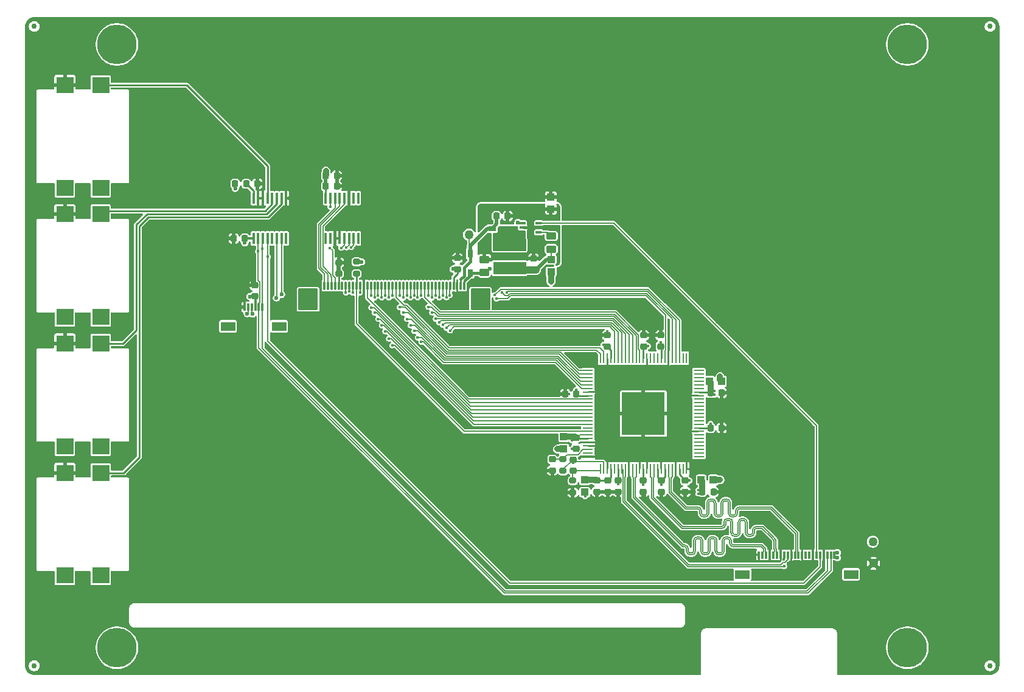
<source format=gbl>
%TF.GenerationSoftware,KiCad,Pcbnew,9.0.5-9.0.5~ubuntu24.04.1*%
%TF.CreationDate,2025-10-12T14:56:27+02:00*%
%TF.ProjectId,BB3plus DVID TFT display,42423370-6c75-4732-9044-564944205446,r1B1*%
%TF.SameCoordinates,Original*%
%TF.FileFunction,Copper,L2,Bot*%
%TF.FilePolarity,Positive*%
%FSLAX46Y46*%
G04 Gerber Fmt 4.6, Leading zero omitted, Abs format (unit mm)*
G04 Created by KiCad (PCBNEW 9.0.5-9.0.5~ubuntu24.04.1) date 2025-10-12 14:56:27*
%MOMM*%
%LPD*%
G01*
G04 APERTURE LIST*
G04 Aperture macros list*
%AMRoundRect*
0 Rectangle with rounded corners*
0 $1 Rounding radius*
0 $2 $3 $4 $5 $6 $7 $8 $9 X,Y pos of 4 corners*
0 Add a 4 corners polygon primitive as box body*
4,1,4,$2,$3,$4,$5,$6,$7,$8,$9,$2,$3,0*
0 Add four circle primitives for the rounded corners*
1,1,$1+$1,$2,$3*
1,1,$1+$1,$4,$5*
1,1,$1+$1,$6,$7*
1,1,$1+$1,$8,$9*
0 Add four rect primitives between the rounded corners*
20,1,$1+$1,$2,$3,$4,$5,0*
20,1,$1+$1,$4,$5,$6,$7,0*
20,1,$1+$1,$6,$7,$8,$9,0*
20,1,$1+$1,$8,$9,$2,$3,0*%
G04 Aperture macros list end*
%TA.AperFunction,EtchedComponent*%
%ADD10C,0.000000*%
%TD*%
%TA.AperFunction,ComponentPad*%
%ADD11C,5.500000*%
%TD*%
%TA.AperFunction,SMDPad,CuDef*%
%ADD12C,0.750000*%
%TD*%
%TA.AperFunction,SMDPad,CuDef*%
%ADD13RoundRect,0.225000X0.250000X-0.225000X0.250000X0.225000X-0.250000X0.225000X-0.250000X-0.225000X0*%
%TD*%
%TA.AperFunction,SMDPad,CuDef*%
%ADD14RoundRect,0.050800X0.499200X-0.449200X0.499200X0.449200X-0.499200X0.449200X-0.499200X-0.449200X0*%
%TD*%
%TA.AperFunction,SMDPad,CuDef*%
%ADD15RoundRect,0.225000X-0.225000X-0.250000X0.225000X-0.250000X0.225000X0.250000X-0.225000X0.250000X0*%
%TD*%
%TA.AperFunction,SMDPad,CuDef*%
%ADD16R,2.400000X2.300000*%
%TD*%
%TA.AperFunction,SMDPad,CuDef*%
%ADD17R,0.762000X1.092200*%
%TD*%
%TA.AperFunction,SMDPad,CuDef*%
%ADD18R,1.092200X0.762000*%
%TD*%
%TA.AperFunction,SMDPad,CuDef*%
%ADD19RoundRect,0.059267X2.190733X-0.815733X2.190733X0.815733X-2.190733X0.815733X-2.190733X-0.815733X0*%
%TD*%
%TA.AperFunction,SMDPad,CuDef*%
%ADD20RoundRect,0.059267X2.190733X0.815733X-2.190733X0.815733X-2.190733X-0.815733X2.190733X-0.815733X0*%
%TD*%
%TA.AperFunction,SMDPad,CuDef*%
%ADD21RoundRect,0.225000X-0.250000X0.225000X-0.250000X-0.225000X0.250000X-0.225000X0.250000X0.225000X0*%
%TD*%
%TA.AperFunction,SMDPad,CuDef*%
%ADD22RoundRect,0.225000X0.225000X0.250000X-0.225000X0.250000X-0.225000X-0.250000X0.225000X-0.250000X0*%
%TD*%
%TA.AperFunction,SMDPad,CuDef*%
%ADD23RoundRect,0.200000X0.275000X-0.200000X0.275000X0.200000X-0.275000X0.200000X-0.275000X-0.200000X0*%
%TD*%
%TA.AperFunction,SMDPad,CuDef*%
%ADD24R,0.300000X1.000000*%
%TD*%
%TA.AperFunction,SMDPad,CuDef*%
%ADD25R,2.000000X1.300000*%
%TD*%
%TA.AperFunction,SMDPad,CuDef*%
%ADD26RoundRect,0.050800X0.449200X0.499200X-0.449200X0.499200X-0.449200X-0.499200X0.449200X-0.499200X0*%
%TD*%
%TA.AperFunction,SMDPad,CuDef*%
%ADD27RoundRect,0.050800X-0.124200X0.749200X-0.124200X-0.749200X0.124200X-0.749200X0.124200X0.749200X0*%
%TD*%
%TA.AperFunction,SMDPad,CuDef*%
%ADD28RoundRect,0.050800X1.299200X1.449200X-1.299200X1.449200X-1.299200X-1.449200X1.299200X-1.449200X0*%
%TD*%
%TA.AperFunction,SMDPad,CuDef*%
%ADD29RoundRect,0.050800X0.099200X0.549200X-0.099200X0.549200X-0.099200X-0.549200X0.099200X-0.549200X0*%
%TD*%
%TA.AperFunction,SMDPad,CuDef*%
%ADD30RoundRect,0.050800X-0.374200X0.149200X-0.374200X-0.149200X0.374200X-0.149200X0.374200X0.149200X0*%
%TD*%
%TA.AperFunction,SMDPad,CuDef*%
%ADD31RoundRect,0.250000X-0.450000X0.262500X-0.450000X-0.262500X0.450000X-0.262500X0.450000X0.262500X0*%
%TD*%
%TA.AperFunction,ComponentPad*%
%ADD32C,1.270000*%
%TD*%
%TA.AperFunction,SMDPad,CuDef*%
%ADD33RoundRect,0.050800X-0.499200X0.449200X-0.499200X-0.449200X0.499200X-0.449200X0.499200X0.449200X0*%
%TD*%
%TA.AperFunction,SMDPad,CuDef*%
%ADD34RoundRect,0.200000X-0.275000X0.200000X-0.275000X-0.200000X0.275000X-0.200000X0.275000X0.200000X0*%
%TD*%
%TA.AperFunction,SMDPad,CuDef*%
%ADD35R,1.473200X0.279400*%
%TD*%
%TA.AperFunction,SMDPad,CuDef*%
%ADD36R,0.279400X1.473200*%
%TD*%
%TA.AperFunction,SMDPad,CuDef*%
%ADD37R,5.994400X5.994400*%
%TD*%
%TA.AperFunction,ViaPad*%
%ADD38C,0.400000*%
%TD*%
%TA.AperFunction,ViaPad*%
%ADD39C,0.600000*%
%TD*%
%TA.AperFunction,Conductor*%
%ADD40C,0.254000*%
%TD*%
%TA.AperFunction,Conductor*%
%ADD41C,0.152400*%
%TD*%
%TA.AperFunction,Conductor*%
%ADD42C,0.812800*%
%TD*%
%TA.AperFunction,Conductor*%
%ADD43C,0.300000*%
%TD*%
%TA.AperFunction,Conductor*%
%ADD44C,0.508000*%
%TD*%
%TA.AperFunction,Conductor*%
%ADD45C,0.406400*%
%TD*%
%TA.AperFunction,Conductor*%
%ADD46C,0.127000*%
%TD*%
%TA.AperFunction,Conductor*%
%ADD47C,0.203200*%
%TD*%
%TA.AperFunction,Conductor*%
%ADD48C,1.016000*%
%TD*%
G04 APERTURE END LIST*
D10*
%TA.AperFunction,EtchedComponent*%
G36*
X129120000Y-84971000D02*
G01*
X128586600Y-84971000D01*
X128586600Y-84310600D01*
X129120000Y-84310600D01*
X129120000Y-84971000D01*
G37*
%TD.AperFunction*%
D11*
X208000000Y-53500000D03*
X208000000Y-137500000D03*
X98000000Y-137500000D03*
X98000000Y-53500000D03*
D12*
X219500000Y-140000000D03*
D13*
X117180000Y-88575000D03*
X117180000Y-87025000D03*
D14*
X158410000Y-85150000D03*
X158410000Y-83450000D03*
D15*
X180615000Y-102040000D03*
X182165000Y-102040000D03*
D12*
X86500000Y-51000000D03*
D16*
X90750000Y-95150000D03*
X90750000Y-109450000D03*
X95750000Y-95150000D03*
X95750000Y-109450000D03*
D12*
X219500000Y-51000000D03*
D17*
X147150000Y-85338900D03*
X147150000Y-82621100D03*
D18*
X152928900Y-79165000D03*
X150211100Y-79165000D03*
D16*
X90750000Y-59150000D03*
X90750000Y-73450000D03*
X95750000Y-59150000D03*
X95750000Y-73450000D03*
D19*
X152640000Y-81405000D03*
D20*
X152640000Y-84655000D03*
D21*
X173750000Y-114235000D03*
X173750000Y-115785000D03*
D22*
X115805000Y-80530000D03*
X114255000Y-80530000D03*
D23*
X131350000Y-85415000D03*
X131350000Y-83765000D03*
D24*
X197850001Y-124590000D03*
X197350002Y-124590000D03*
X196850000Y-124590000D03*
X196350001Y-124590000D03*
X195850000Y-124590000D03*
X195350001Y-124590000D03*
X194850002Y-124590000D03*
X194350000Y-124590000D03*
X193850001Y-124590000D03*
X193349999Y-124590000D03*
X192850001Y-124590000D03*
X192350001Y-124590000D03*
X191850000Y-124590000D03*
X191350001Y-124590000D03*
X190849999Y-124590000D03*
X190350000Y-124590000D03*
X189850001Y-124590000D03*
X189350000Y-124590000D03*
X188850001Y-124590000D03*
X188350002Y-124590000D03*
X187850000Y-124590000D03*
X187350001Y-124590000D03*
D25*
X200149991Y-127289999D03*
X185050011Y-127289999D03*
D15*
X127065000Y-71770000D03*
X128615000Y-71770000D03*
D22*
X161920000Y-102190000D03*
X160370000Y-102190000D03*
D21*
X161480000Y-111291000D03*
X161480000Y-112841000D03*
D14*
X160170000Y-109840000D03*
X160170000Y-108140000D03*
D15*
X150825000Y-77400000D03*
X152375000Y-77400000D03*
X127065000Y-73240000D03*
X128615000Y-73240000D03*
D13*
X128850000Y-85420000D03*
X128850000Y-83870000D03*
X155960000Y-84860000D03*
X155960000Y-83310000D03*
D15*
X180605000Y-106910000D03*
X182155000Y-106910000D03*
D26*
X181000000Y-114150000D03*
X179300000Y-114150000D03*
D21*
X164800000Y-114235000D03*
X164800000Y-115785000D03*
X158600000Y-111281000D03*
X158600000Y-112831000D03*
D27*
X127040000Y-74900000D03*
X127690000Y-74900000D03*
X128340000Y-74900000D03*
X128990000Y-74900000D03*
X129640000Y-74900000D03*
X130290000Y-74900000D03*
X130940000Y-74900000D03*
X131590000Y-74900000D03*
X131590000Y-80500000D03*
X130940000Y-80500000D03*
X130290000Y-80500000D03*
X129640000Y-80500000D03*
X128990000Y-80500000D03*
X128340000Y-80500000D03*
X127690000Y-80500000D03*
X127040000Y-80500000D03*
D15*
X114450000Y-72900000D03*
X116000000Y-72900000D03*
X117550000Y-72900000D03*
D13*
X173650000Y-95550000D03*
X173650000Y-94000000D03*
D21*
X166270000Y-114235000D03*
X166270000Y-115785000D03*
X161880000Y-108245000D03*
X161880000Y-109795000D03*
D28*
X148600000Y-89000000D03*
X124600000Y-89000000D03*
D29*
X146350000Y-87100000D03*
X145850000Y-87100000D03*
X145350000Y-87100000D03*
X144850000Y-87100000D03*
X144350000Y-87100000D03*
X143850000Y-87100000D03*
X143350000Y-87100000D03*
X142850000Y-87100000D03*
X142350000Y-87100000D03*
X141850000Y-87100000D03*
X141350000Y-87100000D03*
X140850000Y-87100000D03*
X140350000Y-87100000D03*
X139850000Y-87100000D03*
X139350000Y-87100000D03*
X138850000Y-87100000D03*
X138350000Y-87100000D03*
X137850000Y-87100000D03*
X137350000Y-87100000D03*
X136850000Y-87100000D03*
X136350000Y-87100000D03*
X135850000Y-87100000D03*
X135350000Y-87100000D03*
X134850000Y-87100000D03*
X134350000Y-87100000D03*
X133850000Y-87100000D03*
X133350000Y-87100000D03*
X132850000Y-87100000D03*
X132350000Y-87100000D03*
X131850000Y-87100000D03*
X131350000Y-87100000D03*
X130850000Y-87100000D03*
X130350000Y-87100000D03*
X129850000Y-87100000D03*
X129350000Y-87100000D03*
X128850000Y-87100000D03*
X128350000Y-87100000D03*
X127850000Y-87100000D03*
X127350000Y-87100000D03*
X126850000Y-87100000D03*
D30*
X154450000Y-79665000D03*
X154450000Y-79015000D03*
X154450000Y-78365000D03*
X156700000Y-78365000D03*
X156700000Y-79665000D03*
D13*
X145380000Y-84800000D03*
X145380000Y-83250000D03*
X171310000Y-95555000D03*
X171310000Y-94005000D03*
D31*
X149120000Y-83445000D03*
X149120000Y-85270000D03*
D16*
X90750000Y-113150000D03*
X90750000Y-127450000D03*
X95750000Y-113150000D03*
X95750000Y-127450000D03*
D31*
X158430000Y-80167500D03*
X158430000Y-81992500D03*
D16*
X90750000Y-77150000D03*
X90750000Y-91450000D03*
X95750000Y-77150000D03*
X95750000Y-91450000D03*
D12*
X86500000Y-140000000D03*
D32*
X147000000Y-80000000D03*
D33*
X158390000Y-74730000D03*
X158390000Y-76430000D03*
D21*
X177100000Y-114235000D03*
X177100000Y-115785000D03*
D13*
X166250000Y-95555000D03*
X166250000Y-94005000D03*
D34*
X161440000Y-114245000D03*
X161440000Y-115895000D03*
D24*
X118250000Y-90050000D03*
X117750001Y-90050000D03*
X117250000Y-90050000D03*
X116750000Y-90050000D03*
X116249999Y-90050000D03*
X115750000Y-90050000D03*
D25*
X120549998Y-92749999D03*
X113450002Y-92749999D03*
D35*
X163538400Y-110894400D03*
X163538400Y-110411800D03*
X163538400Y-109903800D03*
X163538400Y-109395800D03*
X163538400Y-108887800D03*
X163538400Y-108405200D03*
X163538400Y-107897200D03*
X163538400Y-107389200D03*
X163538400Y-106906600D03*
X163538400Y-106398600D03*
X163538400Y-105890600D03*
X163538400Y-105408000D03*
X163538400Y-104900000D03*
X163538400Y-104392000D03*
X163538400Y-103909400D03*
X163538400Y-103401400D03*
X163538400Y-102893400D03*
X163538400Y-102410800D03*
X163538400Y-101902800D03*
X163538400Y-101394800D03*
X163538400Y-100912200D03*
X163538400Y-100404200D03*
X163538400Y-99896200D03*
X163538400Y-99388200D03*
X163538400Y-98905600D03*
D36*
X165265600Y-97178400D03*
X165748200Y-97178400D03*
X166256200Y-97178400D03*
X166764200Y-97178400D03*
X167272200Y-97178400D03*
X167754800Y-97178400D03*
X168262800Y-97178400D03*
X168770800Y-97178400D03*
X169253400Y-97178400D03*
X169761400Y-97178400D03*
X170269400Y-97178400D03*
X170752000Y-97178400D03*
X171260000Y-97178400D03*
X171768000Y-97178400D03*
X172250600Y-97178400D03*
X172758600Y-97178400D03*
X173266600Y-97178400D03*
X173749200Y-97178400D03*
X174257200Y-97178400D03*
X174765200Y-97178400D03*
X175247800Y-97178400D03*
X175755800Y-97178400D03*
X176263800Y-97178400D03*
X176771800Y-97178400D03*
X177254400Y-97178400D03*
D35*
X178981600Y-98905600D03*
X178981600Y-99388200D03*
X178981600Y-99896200D03*
X178981600Y-100404200D03*
X178981600Y-100912200D03*
X178981600Y-101394800D03*
X178981600Y-101902800D03*
X178981600Y-102410800D03*
X178981600Y-102893400D03*
X178981600Y-103401400D03*
X178981600Y-103909400D03*
X178981600Y-104392000D03*
X178981600Y-104900000D03*
X178981600Y-105408000D03*
X178981600Y-105890600D03*
X178981600Y-106398600D03*
X178981600Y-106906600D03*
X178981600Y-107389200D03*
X178981600Y-107897200D03*
X178981600Y-108405200D03*
X178981600Y-108887800D03*
X178981600Y-109395800D03*
X178981600Y-109903800D03*
X178981600Y-110411800D03*
X178981600Y-110894400D03*
D36*
X177254400Y-112621600D03*
X176771800Y-112621600D03*
X176263800Y-112621600D03*
X175755800Y-112621600D03*
X175247800Y-112621600D03*
X174765200Y-112621600D03*
X174257200Y-112621600D03*
X173749200Y-112621600D03*
X173266600Y-112621600D03*
X172758600Y-112621600D03*
X172250600Y-112621600D03*
X171768000Y-112621600D03*
X171260000Y-112621600D03*
X170752000Y-112621600D03*
X170269400Y-112621600D03*
X169761400Y-112621600D03*
X169253400Y-112621600D03*
X168770800Y-112621600D03*
X168262800Y-112621600D03*
X167754800Y-112621600D03*
X167272200Y-112621600D03*
X166764200Y-112621600D03*
X166256200Y-112621600D03*
X165748200Y-112621600D03*
X165265600Y-112621600D03*
D37*
X171260000Y-104900000D03*
D23*
X160060000Y-112885000D03*
X160060000Y-111235000D03*
D32*
X203270000Y-125760000D03*
D14*
X163110000Y-115840000D03*
X163110000Y-114140000D03*
D21*
X171260000Y-114245000D03*
X171260000Y-115795000D03*
D15*
X179460000Y-115800000D03*
X181010000Y-115800000D03*
D32*
X203190000Y-122740000D03*
D26*
X182150000Y-100400000D03*
X180450000Y-100400000D03*
D21*
X167750000Y-114235000D03*
X167750000Y-115785000D03*
D27*
X117000000Y-74900000D03*
X117650000Y-74900000D03*
X118300000Y-74900000D03*
X118950000Y-74900000D03*
X119600000Y-74900000D03*
X120250000Y-74900000D03*
X120900000Y-74900000D03*
X121550000Y-74900000D03*
X121550000Y-80500000D03*
X120900000Y-80500000D03*
X120250000Y-80500000D03*
X119600000Y-80500000D03*
X118950000Y-80500000D03*
X118300000Y-80500000D03*
X117650000Y-80500000D03*
X117000000Y-80500000D03*
D38*
X181470000Y-121530000D03*
X172630000Y-104915000D03*
X161290000Y-109790000D03*
X191390000Y-125740000D03*
X169830000Y-105645000D03*
X193350000Y-123650000D03*
D39*
X113680000Y-80510000D03*
D38*
X171230000Y-105625000D03*
X181470000Y-125230000D03*
X171960000Y-104165000D03*
X171500000Y-116330000D03*
X164780000Y-116310000D03*
D39*
X90760000Y-93790000D03*
D38*
X190350000Y-123650000D03*
X196360000Y-123650000D03*
X170530000Y-104905000D03*
X181470000Y-119920000D03*
D39*
X117570000Y-72230000D03*
D38*
X194840000Y-123650000D03*
X172630000Y-105640000D03*
X171260000Y-104155000D03*
X171230000Y-104900000D03*
X172660000Y-104170000D03*
D39*
X129530000Y-83860000D03*
D38*
X173740000Y-116340000D03*
X190190000Y-125450000D03*
D39*
X128630000Y-72490000D03*
X90760000Y-75850000D03*
D38*
X160910000Y-102210000D03*
X167730000Y-116330000D03*
X171260000Y-93440000D03*
D39*
X116900000Y-86500000D03*
X90760000Y-57840000D03*
X115430000Y-90060000D03*
D38*
X170530000Y-105630000D03*
D39*
X144740000Y-83250000D03*
D38*
X186870000Y-124560000D03*
X188850000Y-123650000D03*
X173650000Y-93420000D03*
D39*
X132350000Y-86130000D03*
X145350000Y-88228600D03*
D38*
X171930000Y-104910000D03*
X169830000Y-104920000D03*
D39*
X122020000Y-74910000D03*
D38*
X166250000Y-93440000D03*
X191840000Y-123650000D03*
D39*
X120870000Y-89400000D03*
D38*
X169860000Y-104175000D03*
D39*
X90760000Y-111850000D03*
D38*
X177090000Y-116350000D03*
X170560000Y-104160000D03*
X171930000Y-105635000D03*
D39*
X198240000Y-124250000D03*
D38*
X127090000Y-71140000D03*
X163140000Y-116430000D03*
D39*
X115800000Y-81130000D03*
D38*
X181930000Y-114120000D03*
X159300000Y-109840000D03*
X181930000Y-99750000D03*
D39*
X132040000Y-83770000D03*
X114460000Y-73530000D03*
X116520000Y-88610000D03*
X198240000Y-124950000D03*
X144780000Y-84780000D03*
X158410000Y-86520000D03*
D38*
X161290000Y-108610000D03*
X171900000Y-95500000D03*
X180600000Y-106300000D03*
X161480000Y-111780000D03*
X161290000Y-108020000D03*
X165700000Y-95300000D03*
X173670000Y-95000000D03*
X161900000Y-101600000D03*
X181160000Y-101800000D03*
X181150000Y-102300000D03*
X177690000Y-114230000D03*
X167750000Y-114750000D03*
X171260000Y-114780000D03*
X178900000Y-116040000D03*
X178910000Y-115530000D03*
X173780000Y-114790000D03*
X138350000Y-91730000D03*
X138350000Y-88470000D03*
X134850000Y-88750000D03*
X134850000Y-92630000D03*
X142850000Y-88740000D03*
X142850000Y-92210000D03*
X139350000Y-88460000D03*
X139360000Y-93420000D03*
X190860000Y-126150000D03*
X190812375Y-125202375D03*
X151566507Y-88037361D03*
X129850000Y-88070000D03*
X138840000Y-92620000D03*
X138840000Y-88750000D03*
X141340000Y-88460000D03*
X141340000Y-90050000D03*
X136340000Y-88450000D03*
X136311934Y-95408066D03*
X143860000Y-92960000D03*
X143850000Y-88720000D03*
X141860000Y-90840000D03*
X141860000Y-88740000D03*
X131820000Y-88070000D03*
X150820828Y-88888348D03*
X137340000Y-90100000D03*
X137315372Y-88469003D03*
X137840000Y-90870000D03*
X137840000Y-88750000D03*
X135340000Y-93460000D03*
X135340000Y-88460000D03*
X144350000Y-93350000D03*
X144340000Y-88430000D03*
X133850000Y-90870000D03*
X133850000Y-88760000D03*
X133350000Y-88460000D03*
X133390000Y-90120000D03*
X130350000Y-87880000D03*
X152260000Y-88008600D03*
X134350000Y-91740000D03*
X134350000Y-88470000D03*
X130850000Y-88060000D03*
X150558961Y-88415094D03*
X140350000Y-94940000D03*
X140350000Y-88440000D03*
X142350000Y-88460000D03*
X142360000Y-91710000D03*
X139850000Y-88730000D03*
X139850000Y-94320000D03*
X135850000Y-88760000D03*
X135850000Y-94460000D03*
X143350000Y-92570000D03*
X143360000Y-88440000D03*
X119010000Y-83030000D03*
X130620000Y-81740000D03*
D39*
X116140000Y-91000000D03*
X120900000Y-88300000D03*
X120200000Y-88800000D03*
X116894121Y-91005649D03*
D38*
X129210000Y-81830000D03*
X118250000Y-81910000D03*
X117650000Y-82320000D03*
X129940000Y-81770000D03*
D39*
X153800000Y-78300000D03*
X149900000Y-84700000D03*
D38*
X127700000Y-76100000D03*
X127660000Y-81821400D03*
D40*
X190350000Y-125290000D02*
X190350000Y-124590000D01*
D41*
X132350000Y-87100000D02*
X132350000Y-86130000D01*
D40*
X190190000Y-125450000D02*
X190350000Y-125290000D01*
X145350000Y-88228600D02*
X145350000Y-87100000D01*
X145380000Y-85395000D02*
X145380000Y-84800000D01*
D42*
X181930000Y-114120000D02*
X181030000Y-114120000D01*
D43*
X117000000Y-80500000D02*
X115800000Y-80500000D01*
D42*
X127090000Y-71745000D02*
X127065000Y-71770000D01*
X181930000Y-99750000D02*
X181930000Y-100180000D01*
D43*
X117250000Y-90050000D02*
X117250000Y-88650000D01*
D40*
X144850000Y-87100000D02*
X144850000Y-85925000D01*
X127040000Y-73265000D02*
X127065000Y-73240000D01*
D43*
X117250000Y-88650000D02*
X117200000Y-88600000D01*
D42*
X159300000Y-109840000D02*
X160170000Y-109840000D01*
D44*
X127065000Y-71770000D02*
X127065000Y-73240000D01*
D40*
X127040000Y-74900000D02*
X127040000Y-73265000D01*
X144850000Y-85925000D02*
X145380000Y-85395000D01*
D42*
X181930000Y-100180000D02*
X182150000Y-100400000D01*
X158410000Y-86520000D02*
X158410000Y-85150000D01*
X127090000Y-71140000D02*
X127090000Y-71745000D01*
X181030000Y-114120000D02*
X181000000Y-114150000D01*
D40*
X128850000Y-87100000D02*
X128850000Y-85420000D01*
D41*
X127850000Y-85903346D02*
X127850000Y-87100000D01*
X127770600Y-85823946D02*
X127850000Y-85903346D01*
X127770600Y-85550336D02*
X127770600Y-85823946D01*
X129640000Y-74900000D02*
X129640000Y-75795132D01*
X129640000Y-75795132D02*
X126660800Y-78774332D01*
X126660800Y-84440536D02*
X127770600Y-85550336D01*
X126660800Y-78774332D02*
X126660800Y-84440536D01*
X165265600Y-112824400D02*
X165249000Y-112841000D01*
X161440000Y-112881000D02*
X161480000Y-112841000D01*
X165265600Y-112621600D02*
X165265600Y-112824400D01*
X161440000Y-114245000D02*
X161440000Y-112881000D01*
X165249000Y-112841000D02*
X161480000Y-112841000D01*
X160060000Y-111235000D02*
X158646000Y-111235000D01*
X158646000Y-111235000D02*
X158600000Y-111281000D01*
X162126414Y-110636800D02*
X160658200Y-110636800D01*
X160658200Y-110636800D02*
X160060000Y-111235000D01*
X162859414Y-109903800D02*
X162126414Y-110636800D01*
X163538400Y-109903800D02*
X162859414Y-109903800D01*
D40*
X96210000Y-76690000D02*
X95750000Y-77150000D01*
X119600000Y-74900000D02*
X119600000Y-75700000D01*
X119600000Y-75700000D02*
X118610000Y-76690000D01*
X118610000Y-76690000D02*
X96210000Y-76690000D01*
X120250000Y-74900000D02*
X120250000Y-75700000D01*
X118850000Y-77100000D02*
X102190000Y-77100000D01*
X100690000Y-93300000D02*
X98840000Y-95150000D01*
X98840000Y-95150000D02*
X95750000Y-95150000D01*
X100690000Y-92780000D02*
X100690000Y-93300000D01*
X100690000Y-78600000D02*
X100690000Y-92780000D01*
X102190000Y-77100000D02*
X100690000Y-78600000D01*
X120250000Y-75700000D02*
X118850000Y-77100000D01*
X107700000Y-59150000D02*
X95750000Y-59150000D01*
X118950000Y-70400000D02*
X107700000Y-59150000D01*
X118950000Y-74900000D02*
X118950000Y-70400000D01*
X117000000Y-74900000D02*
X117000000Y-73900000D01*
X117000000Y-73900000D02*
X116000000Y-72900000D01*
X120900000Y-74900000D02*
X120900000Y-75700000D01*
X119070000Y-77530000D02*
X102410000Y-77530000D01*
X98950000Y-113150000D02*
X95750000Y-113150000D01*
X120900000Y-75700000D02*
X119070000Y-77530000D01*
X101110000Y-110990000D02*
X98950000Y-113150000D01*
X101110000Y-110600000D02*
X101110000Y-110990000D01*
X101110000Y-78830000D02*
X101110000Y-110600000D01*
X102410000Y-77530000D02*
X101110000Y-78830000D01*
D41*
X160060000Y-112711000D02*
X161480000Y-111291000D01*
X161480000Y-111291000D02*
X161480000Y-111780000D01*
X162422800Y-107897200D02*
X161920000Y-108400000D01*
D40*
X178985000Y-106910000D02*
X178981600Y-106906600D01*
D41*
X161281600Y-108610000D02*
X161290000Y-108610000D01*
D42*
X160170000Y-108140000D02*
X161775000Y-108140000D01*
D41*
X165748200Y-112621600D02*
X165748200Y-111708200D01*
X165748200Y-111708200D02*
X165620000Y-111580000D01*
D40*
X180605000Y-106910000D02*
X178985000Y-106910000D01*
D41*
X161769000Y-111580000D02*
X161480000Y-111291000D01*
X160060000Y-112885000D02*
X160060000Y-112711000D01*
X163538400Y-107897200D02*
X162422800Y-107897200D01*
X161200800Y-108529200D02*
X161281600Y-108610000D01*
X165620000Y-111580000D02*
X161769000Y-111580000D01*
D40*
X171260000Y-95540000D02*
X171260000Y-97178400D01*
X163538400Y-108405200D02*
X161925200Y-108405200D01*
X161925200Y-108405200D02*
X161920000Y-108400000D01*
D42*
X161775000Y-108140000D02*
X161880000Y-108245000D01*
D40*
X178981600Y-101902800D02*
X180477800Y-101902800D01*
X180477800Y-101902800D02*
X180615000Y-102040000D01*
D42*
X180615000Y-100565000D02*
X180450000Y-100400000D01*
D40*
X173749200Y-95649200D02*
X173650000Y-95550000D01*
X176263800Y-113398800D02*
X177100000Y-114235000D01*
X163538400Y-102410800D02*
X162115800Y-102410800D01*
X166764200Y-97178400D02*
X166764200Y-96069200D01*
X173749200Y-97178400D02*
X173749200Y-95649200D01*
X162115800Y-102410800D02*
X161905000Y-102200000D01*
X176263800Y-112621600D02*
X176263800Y-113398800D01*
D42*
X180615000Y-102040000D02*
X180615000Y-100565000D01*
D40*
X166764200Y-96069200D02*
X166250000Y-95555000D01*
X171260000Y-112621600D02*
X171260000Y-114245000D01*
X167754800Y-112621600D02*
X167754800Y-114230200D01*
X167754800Y-114230200D02*
X167750000Y-114235000D01*
D42*
X179460000Y-114310000D02*
X179300000Y-114150000D01*
D40*
X173266600Y-113751600D02*
X173750000Y-114235000D01*
X174257200Y-113727800D02*
X173750000Y-114235000D01*
X173266600Y-112621600D02*
X173266600Y-113751600D01*
D42*
X179460000Y-115800000D02*
X179460000Y-114310000D01*
D40*
X174257200Y-112621600D02*
X174257200Y-113727800D01*
D42*
X163110000Y-114140000D02*
X164705000Y-114140000D01*
D40*
X166764200Y-113740800D02*
X166270000Y-114235000D01*
X166764200Y-112621600D02*
X166764200Y-113740800D01*
D42*
X164705000Y-114140000D02*
X164800000Y-114235000D01*
D40*
X166270000Y-114235000D02*
X164800000Y-114235000D01*
D44*
X147150000Y-81550000D02*
X147700000Y-81000000D01*
D45*
X147150000Y-83749400D02*
X146320000Y-84579400D01*
D46*
X147000000Y-80000000D02*
X147000000Y-81400000D01*
X147000000Y-81400000D02*
X147150000Y-81550000D01*
D40*
X145850000Y-87100000D02*
X145850000Y-86195658D01*
D44*
X147950000Y-80750000D02*
X149535000Y-79165000D01*
D45*
X147150000Y-82621100D02*
X147150000Y-83749400D01*
D44*
X147150000Y-82621100D02*
X147150000Y-81550000D01*
D45*
X146320000Y-84579400D02*
X146320000Y-85725658D01*
D44*
X149535000Y-79165000D02*
X150211100Y-79165000D01*
X150860000Y-78516100D02*
X150860000Y-77410000D01*
X150211100Y-79165000D02*
X150860000Y-78516100D01*
X147700000Y-81000000D02*
X147950000Y-80750000D01*
D45*
X146320000Y-85725658D02*
X145850000Y-86195658D01*
D46*
X182779154Y-122320000D02*
X182979154Y-122320000D01*
X181779154Y-124574000D02*
X181979154Y-124574000D01*
X184721441Y-123447000D02*
X187647394Y-123447000D01*
X178506154Y-124047000D02*
X178506154Y-123720000D01*
X177252154Y-123720000D02*
X177252154Y-124047000D01*
X179252154Y-122593000D02*
X179252154Y-123193000D01*
X181252154Y-123447000D02*
X181252154Y-124047000D01*
X179779154Y-124574000D02*
X179979154Y-124574000D01*
X183252154Y-122593000D02*
X183252154Y-122920000D01*
X181252154Y-123193000D02*
X181252154Y-123447000D01*
X187850000Y-124240000D02*
X187850000Y-124590000D01*
X179252154Y-123193000D02*
X179252154Y-123447000D01*
X169761400Y-112621600D02*
X169761400Y-113733901D01*
X180506154Y-123193000D02*
X180506154Y-122593000D01*
X182506154Y-122920000D02*
X182506154Y-122593000D01*
X169761400Y-113733901D02*
X169881000Y-113853501D01*
X182506154Y-123447000D02*
X182506154Y-122920000D01*
X181252154Y-122593000D02*
X181252154Y-123193000D01*
X178506154Y-123193000D02*
X178506154Y-122593000D01*
X180506154Y-124047000D02*
X180506154Y-123447000D01*
X178779154Y-122320000D02*
X178979154Y-122320000D01*
X176727394Y-123447000D02*
X176979154Y-123447000D01*
X183979154Y-123447000D02*
X184721441Y-123447000D01*
X180779154Y-122320000D02*
X180979154Y-122320000D01*
X187973001Y-124116999D02*
X187850000Y-124240000D01*
X182506154Y-124047000D02*
X182506154Y-123447000D01*
X187647394Y-123447000D02*
X187973001Y-123772607D01*
X178506154Y-123720000D02*
X178506154Y-123193000D01*
X177779154Y-124574000D02*
X177979154Y-124574000D01*
X179252154Y-123447000D02*
X179252154Y-124047000D01*
X180506154Y-123447000D02*
X180506154Y-123193000D01*
X169883000Y-113830000D02*
X169883000Y-116602606D01*
X169883000Y-116602606D02*
X176727394Y-123447000D01*
X187973001Y-123772607D02*
X187973001Y-124116999D01*
X183779154Y-123447000D02*
X183979154Y-123447000D01*
X177979154Y-124574000D02*
G75*
G03*
X178506200Y-124047000I46J527000D01*
G01*
X180979154Y-122320000D02*
G75*
G02*
X181252200Y-122593000I46J-273000D01*
G01*
X181252154Y-124047000D02*
G75*
G03*
X181779154Y-124574046I527046J0D01*
G01*
X178979154Y-122320000D02*
G75*
G02*
X179252200Y-122593000I46J-273000D01*
G01*
X179979154Y-124574000D02*
G75*
G03*
X180506200Y-124047000I46J527000D01*
G01*
X176979154Y-123447000D02*
G75*
G02*
X177252200Y-123720000I46J-273000D01*
G01*
X182979154Y-122320000D02*
G75*
G02*
X183252200Y-122593000I46J-273000D01*
G01*
X179252154Y-124047000D02*
G75*
G03*
X179779154Y-124574046I527046J0D01*
G01*
X181979154Y-124574000D02*
G75*
G03*
X182506200Y-124047000I46J527000D01*
G01*
X183252154Y-122920000D02*
G75*
G03*
X183779154Y-123447046I527046J0D01*
G01*
X180506154Y-122593000D02*
G75*
G02*
X180779154Y-122319954I273046J0D01*
G01*
X182506154Y-122593000D02*
G75*
G02*
X182779154Y-122319954I273046J0D01*
G01*
X177252154Y-124047000D02*
G75*
G03*
X177779154Y-124574046I527046J0D01*
G01*
X178506154Y-122593000D02*
G75*
G02*
X178779154Y-122319954I273046J0D01*
G01*
D41*
X162308200Y-99388200D02*
X159539200Y-96619200D01*
X138990528Y-91730000D02*
X138350000Y-91730000D01*
X143878728Y-96618200D02*
X138990528Y-91730000D01*
X159539200Y-96619200D02*
X159346731Y-96619200D01*
X159345731Y-96618200D02*
X143878728Y-96618200D01*
X138350000Y-88470000D02*
X138350000Y-87100000D01*
X163538400Y-99388200D02*
X162308200Y-99388200D01*
X159346731Y-96619200D02*
X159345731Y-96618200D01*
X134850000Y-88750000D02*
X134850000Y-87100000D01*
X135116132Y-92630000D02*
X147386135Y-104900000D01*
X147386135Y-104900000D02*
X163538400Y-104900000D01*
X134850000Y-92630000D02*
X135116132Y-92630000D01*
X167050000Y-92040000D02*
X166960000Y-91950000D01*
X142850000Y-88740000D02*
X142850000Y-87100000D01*
X143110000Y-91950000D02*
X142850000Y-92210000D01*
X168770800Y-93760800D02*
X167050000Y-92040000D01*
X163640000Y-91950000D02*
X143110000Y-91950000D01*
X166960000Y-91950000D02*
X163640000Y-91950000D01*
X168770800Y-97178400D02*
X168770800Y-93760800D01*
X162484200Y-100404200D02*
X159270000Y-97190000D01*
X143660264Y-97190000D02*
X139890264Y-93420000D01*
X163538400Y-100404200D02*
X162484200Y-100404200D01*
X159270000Y-97190000D02*
X143660264Y-97190000D01*
X139350000Y-88460000D02*
X139350000Y-87100000D01*
X139890264Y-93420000D02*
X139360000Y-93420000D01*
D46*
X177447000Y-126187000D02*
X190823000Y-126187000D01*
X168416500Y-117156500D02*
X177447000Y-126187000D01*
X168416500Y-112775300D02*
X168416500Y-117156500D01*
X190823000Y-126187000D02*
X190860000Y-126150000D01*
X190812375Y-125202375D02*
X190812375Y-124627624D01*
X168262800Y-112621600D02*
X168416500Y-112775300D01*
X190812375Y-124627624D02*
X190849999Y-124590000D01*
D41*
X170580800Y-93990275D02*
X167380525Y-90790000D01*
X170752000Y-96120214D02*
X170580800Y-95949014D01*
X142930000Y-90790000D02*
X140850000Y-88710000D01*
X170752000Y-97178400D02*
X170752000Y-96120214D01*
X167380525Y-90790000D02*
X142930000Y-90790000D01*
X170580800Y-95949014D02*
X170580800Y-93990275D01*
X140850000Y-88710000D02*
X140850000Y-87100000D01*
X175247800Y-97178400D02*
X175247800Y-91708064D01*
X175247800Y-91708064D02*
X171749736Y-88210000D01*
X151966346Y-88437200D02*
X151566507Y-88037361D01*
X152437532Y-88437200D02*
X151966346Y-88437200D01*
X171749736Y-88210000D02*
X152664732Y-88210000D01*
X129850000Y-87100000D02*
X129850000Y-88070000D01*
X152664732Y-88210000D02*
X152437532Y-88437200D01*
D46*
X187767394Y-120887000D02*
X188978244Y-122097850D01*
X183447097Y-120033000D02*
X183447097Y-120360000D01*
X172250600Y-113726501D02*
X172377600Y-113853501D01*
X185447097Y-120633000D02*
X185447097Y-121160000D01*
X189350000Y-124240000D02*
X189350000Y-124590000D01*
X184701097Y-120887000D02*
X184701097Y-120633000D01*
X189463000Y-122582606D02*
X189463000Y-123797201D01*
X186701097Y-121487000D02*
X186701097Y-121160000D01*
X187174097Y-120887000D02*
X187767394Y-120887000D01*
X172250600Y-112621600D02*
X172250600Y-113726501D01*
X184701097Y-120633000D02*
X184701097Y-120033000D01*
X184701097Y-121487000D02*
X184701097Y-120887000D01*
X183447097Y-120360000D02*
X183447097Y-120887000D01*
X184974097Y-119760000D02*
X185174097Y-119760000D01*
X182701097Y-120360000D02*
X182701097Y-120033000D01*
X172377600Y-116647206D02*
X176617394Y-120887000D01*
X189463000Y-123797201D02*
X189473001Y-123807202D01*
X172377600Y-113853501D02*
X172377600Y-116647206D01*
X185447097Y-121160000D02*
X185447097Y-121487000D01*
X185974097Y-122014000D02*
X186174097Y-122014000D01*
X186974097Y-120887000D02*
X187174097Y-120887000D01*
X185447097Y-120033000D02*
X185447097Y-120633000D01*
X183447097Y-120887000D02*
X183447097Y-121487000D01*
X176617394Y-120887000D02*
X182174097Y-120887000D01*
X182974097Y-119760000D02*
X183174097Y-119760000D01*
X183974097Y-122014000D02*
X184174097Y-122014000D01*
X189473001Y-123807202D02*
X189473001Y-124116999D01*
X188978244Y-122097850D02*
X189463000Y-122582606D01*
X189473001Y-124116999D02*
X189350000Y-124240000D01*
X186174097Y-122014000D02*
G75*
G03*
X186701100Y-121487000I3J527000D01*
G01*
X186701097Y-121160000D02*
G75*
G02*
X186974097Y-120886997I273003J0D01*
G01*
X182174097Y-120887000D02*
G75*
G03*
X182701100Y-120360000I3J527000D01*
G01*
X185447097Y-121487000D02*
G75*
G03*
X185974097Y-122014003I527003J0D01*
G01*
X183174097Y-119760000D02*
G75*
G02*
X183447100Y-120033000I3J-273000D01*
G01*
X183447097Y-121487000D02*
G75*
G03*
X183974097Y-122014003I527003J0D01*
G01*
X184174097Y-122014000D02*
G75*
G03*
X184701100Y-121487000I3J527000D01*
G01*
X184701097Y-120033000D02*
G75*
G02*
X184974097Y-119759997I273003J0D01*
G01*
X182701097Y-120033000D02*
G75*
G02*
X182974097Y-119759997I273003J0D01*
G01*
X185174097Y-119760000D02*
G75*
G02*
X185447100Y-120033000I3J-273000D01*
G01*
D41*
X162396200Y-99896200D02*
X159400600Y-96900600D01*
X138840000Y-88750000D02*
X138850000Y-88740000D01*
X138850000Y-88740000D02*
X138850000Y-87100000D01*
X159230000Y-96897600D02*
X143762996Y-96897600D01*
X143762996Y-96897600D02*
X139485396Y-92620000D01*
X163538400Y-99896200D02*
X162396200Y-99896200D01*
X159400600Y-96900600D02*
X159230000Y-96900600D01*
X139485396Y-92620000D02*
X138840000Y-92620000D01*
X141790000Y-90050000D02*
X141340000Y-90050000D01*
X141340000Y-87110000D02*
X141350000Y-87100000D01*
X170269400Y-97178400D02*
X170269400Y-94074006D01*
X141340000Y-88460000D02*
X141340000Y-87110000D01*
X142820000Y-91080000D02*
X141790000Y-90050000D01*
X170269400Y-94074006D02*
X167275394Y-91080000D01*
X167275394Y-91080000D02*
X142820000Y-91080000D01*
X145733330Y-101666670D02*
X132850000Y-88783341D01*
X146960060Y-102893400D02*
X145733330Y-101666670D01*
X163538400Y-102893400D02*
X146960060Y-102893400D01*
X132850000Y-88783341D02*
X132850000Y-87100000D01*
X136340000Y-87110000D02*
X136350000Y-87100000D01*
X147668600Y-106398600D02*
X163538400Y-106398600D01*
X136340000Y-88450000D02*
X136340000Y-87110000D01*
X136678066Y-95408066D02*
X147668600Y-106398600D01*
X136311934Y-95408066D02*
X136678066Y-95408066D01*
X167754800Y-97178400D02*
X167754800Y-93544800D01*
X167754800Y-93544800D02*
X166820000Y-92610000D01*
X166730000Y-92520000D02*
X164750000Y-92520000D01*
X164750000Y-92520000D02*
X144300000Y-92520000D01*
X144300000Y-92520000D02*
X143860000Y-92960000D01*
X166820000Y-92610000D02*
X166730000Y-92520000D01*
X143850000Y-88720000D02*
X143850000Y-87100000D01*
X141850000Y-88450000D02*
X141850000Y-87100000D01*
X142680000Y-91360000D02*
X142160000Y-90840000D01*
X141860000Y-88740000D02*
X141860000Y-88460000D01*
X167160263Y-91360000D02*
X142680000Y-91360000D01*
X142160000Y-90840000D02*
X141860000Y-90840000D01*
X141860000Y-88460000D02*
X141850000Y-88450000D01*
X169761400Y-93961137D02*
X167160263Y-91360000D01*
X169761400Y-97178400D02*
X169761400Y-93961137D01*
X131850000Y-87100000D02*
X131850000Y-88040000D01*
X174350000Y-91205396D02*
X171634604Y-88490000D01*
X174257200Y-97178400D02*
X174257200Y-96132800D01*
X171634604Y-88490000D02*
X152779864Y-88490000D01*
X152779864Y-88490000D02*
X152381516Y-88888348D01*
X131850000Y-88040000D02*
X131820000Y-88070000D01*
X174257200Y-96132800D02*
X174350000Y-96040000D01*
X152381516Y-88888348D02*
X150820828Y-88888348D01*
X174350000Y-96040000D02*
X174350000Y-91205396D01*
X138150790Y-90100000D02*
X137340000Y-90100000D01*
X144110190Y-96059400D02*
X138150790Y-90100000D01*
X164743500Y-96059400D02*
X144110190Y-96059400D01*
X165265600Y-96581500D02*
X164743500Y-96059400D01*
X137350000Y-88434375D02*
X137315372Y-88469003D01*
X165265600Y-97178400D02*
X165265600Y-96581500D01*
X137350000Y-87100000D02*
X137350000Y-88434375D01*
X159668800Y-96338800D02*
X143994459Y-96338800D01*
X162235600Y-98905600D02*
X159668800Y-96338800D01*
X137850000Y-88740000D02*
X137840000Y-88750000D01*
X143994459Y-96338800D02*
X138525659Y-90870000D01*
X163538400Y-98905600D02*
X162235600Y-98905600D01*
X137850000Y-87100000D02*
X137850000Y-88740000D01*
X138525659Y-90870000D02*
X137840000Y-90870000D01*
X135340000Y-87110000D02*
X135350000Y-87100000D01*
X147498000Y-105408000D02*
X163538400Y-105408000D01*
X135340000Y-93460000D02*
X135550000Y-93460000D01*
X135340000Y-88460000D02*
X135340000Y-87110000D01*
X135550000Y-93460000D02*
X147498000Y-105408000D01*
D46*
X177555008Y-125933000D02*
X190378828Y-125933000D01*
X190942901Y-125624100D02*
X191350001Y-125217000D01*
X190687728Y-125624100D02*
X190942901Y-125624100D01*
X168770800Y-113726501D02*
X168672480Y-113824821D01*
X191350001Y-125217000D02*
X191350001Y-124590000D01*
X168770800Y-112621600D02*
X168770800Y-113726501D01*
X190378828Y-125933000D02*
X190687728Y-125624100D01*
X168672480Y-113824821D02*
X168672480Y-117050472D01*
X168672480Y-117050472D02*
X177555008Y-125933000D01*
D41*
X166850000Y-93040000D02*
X166620000Y-92810000D01*
X144890000Y-92810000D02*
X144350000Y-93350000D01*
X144340000Y-87110000D02*
X144350000Y-87100000D01*
X166620000Y-92810000D02*
X165970000Y-92810000D01*
X165970000Y-92810000D02*
X144890000Y-92810000D01*
X167272200Y-93462200D02*
X166850000Y-93040000D01*
X167272200Y-97178400D02*
X167272200Y-93462200D01*
X144340000Y-88430000D02*
X144340000Y-87110000D01*
D46*
X182619326Y-116793000D02*
X182819326Y-116793000D01*
X181619326Y-119047000D02*
X181819326Y-119047000D01*
X175247800Y-112621600D02*
X175247800Y-113726501D01*
X192717000Y-123670000D02*
X192727001Y-123680001D01*
X175247800Y-113726501D02*
X175133500Y-113840801D01*
X179619326Y-119047000D02*
X179819326Y-119047000D01*
X182092326Y-117920000D02*
X182092326Y-117320000D01*
X192727001Y-123680001D02*
X192727001Y-124117000D01*
X184619326Y-117920000D02*
X184819326Y-117920000D01*
X192717000Y-121527394D02*
X192717000Y-123670000D01*
X183346326Y-117920000D02*
X183346326Y-118447000D01*
X181346326Y-118174000D02*
X181346326Y-118774000D01*
X180092326Y-117920000D02*
X180092326Y-117320000D01*
X180092326Y-118774000D02*
X180092326Y-118447000D01*
X189109606Y-117920000D02*
X192717000Y-121527394D01*
X183619326Y-119047000D02*
X183819326Y-119047000D01*
X192727001Y-124117000D02*
X192850001Y-124240000D01*
X182092326Y-118174000D02*
X182092326Y-117920000D01*
X175133500Y-113840801D02*
X175133500Y-115823894D01*
X179346326Y-118447000D02*
X179346326Y-118774000D01*
X183346326Y-117320000D02*
X183346326Y-117920000D01*
X185588037Y-117920000D02*
X189109606Y-117920000D01*
X180619326Y-116793000D02*
X180819326Y-116793000D01*
X177229606Y-117920000D02*
X178819326Y-117920000D01*
X182092326Y-118774000D02*
X182092326Y-118174000D01*
X184092326Y-118774000D02*
X184092326Y-118447000D01*
X181346326Y-117320000D02*
X181346326Y-117920000D01*
X180092326Y-118447000D02*
X180092326Y-117920000D01*
X183346326Y-118447000D02*
X183346326Y-118774000D01*
X192850001Y-124240000D02*
X192850001Y-124590000D01*
X181346326Y-117920000D02*
X181346326Y-118174000D01*
X184819326Y-117920000D02*
X185588037Y-117920000D01*
X175133500Y-115823894D02*
X177229606Y-117920000D01*
X181346326Y-118774000D02*
G75*
G03*
X181619326Y-119046974I272974J0D01*
G01*
X183819326Y-119047000D02*
G75*
G03*
X184092300Y-118774000I-26J273000D01*
G01*
X184092326Y-118447000D02*
G75*
G02*
X184619326Y-117920026I526974J0D01*
G01*
X179346326Y-118774000D02*
G75*
G03*
X179619326Y-119046974I272974J0D01*
G01*
X183346326Y-118774000D02*
G75*
G03*
X183619326Y-119046974I272974J0D01*
G01*
X178819326Y-117920000D02*
G75*
G02*
X179346300Y-118447000I-26J-527000D01*
G01*
X182092326Y-117320000D02*
G75*
G02*
X182619326Y-116793026I526974J0D01*
G01*
X182819326Y-116793000D02*
G75*
G02*
X183346300Y-117320000I-26J-527000D01*
G01*
X180819326Y-116793000D02*
G75*
G02*
X181346300Y-117320000I-26J-527000D01*
G01*
X181819326Y-119047000D02*
G75*
G03*
X182092300Y-118774000I-26J273000D01*
G01*
X179819326Y-119047000D02*
G75*
G03*
X180092300Y-118774000I-26J273000D01*
G01*
X180092326Y-117320000D02*
G75*
G02*
X180619326Y-116793026I526974J0D01*
G01*
D41*
X133850000Y-90870000D02*
X134146395Y-90870000D01*
X134146395Y-90870000D02*
X147185797Y-103909400D01*
X147185797Y-103909400D02*
X163538400Y-103909400D01*
X133850000Y-88760000D02*
X133850000Y-87100000D01*
X133350000Y-87100000D02*
X133350000Y-88460000D01*
X163538400Y-103401400D02*
X147072928Y-103401400D01*
X147072928Y-103401400D02*
X133791528Y-90120000D01*
X133791528Y-90120000D02*
X133390000Y-90120000D01*
X175755800Y-97178400D02*
X175755800Y-91820932D01*
X152358600Y-87910000D02*
X152260000Y-88008600D01*
X130350000Y-87100000D02*
X130350000Y-87880000D01*
X175755800Y-91820932D02*
X171844868Y-87910000D01*
X171844868Y-87910000D02*
X152358600Y-87910000D01*
X134350000Y-91740000D02*
X134621264Y-91740000D01*
X134621264Y-91740000D02*
X147273266Y-104392000D01*
X134350000Y-88470000D02*
X134350000Y-87100000D01*
X147273266Y-104392000D02*
X163538400Y-104392000D01*
D40*
X131350000Y-87100000D02*
X131350000Y-85415000D01*
D41*
X163538400Y-107389200D02*
X146339200Y-107389200D01*
X131350000Y-92400000D02*
X131350000Y-87100000D01*
X146339200Y-107389200D02*
X131350000Y-92400000D01*
X130850000Y-88060000D02*
X130850000Y-87100000D01*
X150594906Y-88415094D02*
X150558961Y-88415094D01*
X176263800Y-91933800D02*
X171910000Y-87580000D01*
X151430000Y-87580000D02*
X150594906Y-88415094D01*
X171910000Y-87580000D02*
X151430000Y-87580000D01*
X176263800Y-97178400D02*
X176263800Y-91933800D01*
X140620000Y-94940000D02*
X140350000Y-94940000D01*
X163538400Y-101394800D02*
X162649400Y-101394800D01*
X162649400Y-101394800D02*
X159005000Y-97750400D01*
X143430400Y-97750400D02*
X140620000Y-94940000D01*
X140350000Y-88440000D02*
X140350000Y-87100000D01*
X159005000Y-97750400D02*
X143430400Y-97750400D01*
X169253400Y-93848268D02*
X167055132Y-91650000D01*
X142420000Y-91650000D02*
X142360000Y-91710000D01*
X167055132Y-91650000D02*
X142420000Y-91650000D01*
X169253400Y-97178400D02*
X169253400Y-93848268D01*
X142350000Y-88460000D02*
X142350000Y-87100000D01*
D46*
X189727000Y-124116999D02*
X189850001Y-124240000D01*
X189727000Y-123710000D02*
X189727000Y-124116999D01*
X185701097Y-121160000D02*
X185701097Y-121487000D01*
X185701097Y-120633000D02*
X185701097Y-121160000D01*
X184974097Y-119506000D02*
X185174097Y-119506000D01*
X189850001Y-124240000D02*
X189850001Y-124590000D01*
X189157850Y-121918244D02*
X189717000Y-122477394D01*
X187174097Y-120633000D02*
X187872606Y-120633000D01*
X184447097Y-120887000D02*
X184447097Y-120633000D01*
X182447097Y-120360000D02*
X182447097Y-120033000D01*
X182974097Y-119506000D02*
X183174097Y-119506000D01*
X176722606Y-120633000D02*
X182174097Y-120633000D01*
X172631600Y-116541994D02*
X176722606Y-120633000D01*
X189717000Y-122477394D02*
X189717000Y-123700000D01*
X186974097Y-120633000D02*
X187174097Y-120633000D01*
X189717000Y-123700000D02*
X189727000Y-123710000D01*
X172631600Y-113853501D02*
X172631600Y-116541994D01*
X187872606Y-120633000D02*
X189157850Y-121918244D01*
X183701097Y-120887000D02*
X183701097Y-121487000D01*
X184447097Y-121487000D02*
X184447097Y-120887000D01*
X185974097Y-121760000D02*
X186174097Y-121760000D01*
X185701097Y-120033000D02*
X185701097Y-120633000D01*
X183974097Y-121760000D02*
X184174097Y-121760000D01*
X186447097Y-121487000D02*
X186447097Y-121160000D01*
X183701097Y-120360000D02*
X183701097Y-120887000D01*
X183701097Y-120033000D02*
X183701097Y-120360000D01*
X172758600Y-112621600D02*
X172758600Y-113726501D01*
X184447097Y-120633000D02*
X184447097Y-120033000D01*
X172758600Y-113726501D02*
X172631600Y-113853501D01*
X183701097Y-121487000D02*
G75*
G03*
X183974097Y-121760003I273003J0D01*
G01*
X183174097Y-119506000D02*
G75*
G02*
X183701100Y-120033000I3J-527000D01*
G01*
X185701097Y-121487000D02*
G75*
G03*
X185974097Y-121760003I273003J0D01*
G01*
X186174097Y-121760000D02*
G75*
G03*
X186447100Y-121487000I3J273000D01*
G01*
X182174097Y-120633000D02*
G75*
G03*
X182447100Y-120360000I3J273000D01*
G01*
X186447097Y-121160000D02*
G75*
G02*
X186974097Y-120632997I527003J0D01*
G01*
X185174097Y-119506000D02*
G75*
G02*
X185701100Y-120033000I3J-527000D01*
G01*
X184447097Y-120033000D02*
G75*
G02*
X184974097Y-119505997I527003J0D01*
G01*
X182447097Y-120033000D02*
G75*
G02*
X182974097Y-119505997I527003J0D01*
G01*
X184174097Y-121760000D02*
G75*
G03*
X184447100Y-121487000I3J273000D01*
G01*
X185588037Y-118174000D02*
X189004394Y-118174000D01*
X183619326Y-119301000D02*
X183819326Y-119301000D01*
X177124394Y-118174000D02*
X178819326Y-118174000D01*
X192473001Y-124117000D02*
X192350001Y-124240000D01*
X182346326Y-117920000D02*
X182346326Y-117320000D01*
X183092326Y-117320000D02*
X183092326Y-117920000D01*
X179092326Y-118447000D02*
X179092326Y-118774000D01*
X182346326Y-118174000D02*
X182346326Y-117920000D01*
X189004394Y-118174000D02*
X192463000Y-121632606D01*
X181092326Y-117920000D02*
X181092326Y-118174000D01*
X184819326Y-118174000D02*
X185588037Y-118174000D01*
X181092326Y-118174000D02*
X181092326Y-118774000D01*
X192463000Y-123767201D02*
X192473001Y-123777202D01*
X182619326Y-117047000D02*
X182819326Y-117047000D01*
X184619326Y-118174000D02*
X184819326Y-118174000D01*
X181092326Y-117320000D02*
X181092326Y-117920000D01*
X180346326Y-118447000D02*
X180346326Y-117920000D01*
X180346326Y-118774000D02*
X180346326Y-118447000D01*
X192463000Y-121632606D02*
X192463000Y-123767201D01*
X192473001Y-123777202D02*
X192473001Y-124117000D01*
X192350001Y-124240000D02*
X192350001Y-124590000D01*
X174879500Y-115929106D02*
X177124394Y-118174000D01*
X179619326Y-119301000D02*
X179819326Y-119301000D01*
X183092326Y-117920000D02*
X183092326Y-118447000D01*
X174765200Y-113726501D02*
X174879500Y-113840801D01*
X184346326Y-118774000D02*
X184346326Y-118447000D01*
X174765200Y-112621600D02*
X174765200Y-113726501D01*
X181619326Y-119301000D02*
X181819326Y-119301000D01*
X174879500Y-113840801D02*
X174879500Y-115929106D01*
X180346326Y-117920000D02*
X180346326Y-117320000D01*
X183092326Y-118447000D02*
X183092326Y-118774000D01*
X182346326Y-118774000D02*
X182346326Y-118174000D01*
X180619326Y-117047000D02*
X180819326Y-117047000D01*
X178819326Y-118174000D02*
G75*
G02*
X179092300Y-118447000I-26J-273000D01*
G01*
X183092326Y-118774000D02*
G75*
G03*
X183619326Y-119300974I526974J0D01*
G01*
X180346326Y-117320000D02*
G75*
G02*
X180619326Y-117047026I272974J0D01*
G01*
X181819326Y-119301000D02*
G75*
G03*
X182346300Y-118774000I-26J527000D01*
G01*
X180819326Y-117047000D02*
G75*
G02*
X181092300Y-117320000I-26J-273000D01*
G01*
X181092326Y-118774000D02*
G75*
G03*
X181619326Y-119300974I526974J0D01*
G01*
X179819326Y-119301000D02*
G75*
G03*
X180346300Y-118774000I-26J527000D01*
G01*
X182819326Y-117047000D02*
G75*
G02*
X183092300Y-117320000I-26J-273000D01*
G01*
X179092326Y-118774000D02*
G75*
G03*
X179619326Y-119300974I526974J0D01*
G01*
X184346326Y-118447000D02*
G75*
G02*
X184619326Y-118174026I272974J0D01*
G01*
X182346326Y-117320000D02*
G75*
G02*
X182619326Y-117047026I272974J0D01*
G01*
X183819326Y-119301000D02*
G75*
G03*
X184346300Y-118774000I-26J527000D01*
G01*
D41*
X139850000Y-88730000D02*
X139850000Y-87100000D01*
X143545132Y-97470000D02*
X140395132Y-94320000D01*
X140395132Y-94320000D02*
X139850000Y-94320000D01*
X162572200Y-100912200D02*
X159130000Y-97470000D01*
X159130000Y-97470000D02*
X143545132Y-97470000D01*
X163538400Y-100912200D02*
X162572200Y-100912200D01*
D46*
X180252154Y-124047000D02*
X180252154Y-123447000D01*
X181779154Y-124320000D02*
X181979154Y-124320000D01*
X178252154Y-124047000D02*
X178252154Y-123720000D01*
X183506154Y-122593000D02*
X183506154Y-122920000D01*
X180779154Y-122066000D02*
X180979154Y-122066000D01*
X182252154Y-124047000D02*
X182252154Y-123447000D01*
X179506154Y-123193000D02*
X179506154Y-123447000D01*
X178252154Y-123720000D02*
X178252154Y-123193000D01*
X182779154Y-122066000D02*
X182979154Y-122066000D01*
X184721441Y-123193000D02*
X187752606Y-123193000D01*
X170137000Y-116497394D02*
X176832606Y-123193000D01*
X182252154Y-122920000D02*
X182252154Y-122593000D01*
X179506154Y-123447000D02*
X179506154Y-124047000D01*
X188227001Y-123667395D02*
X188227001Y-124116999D01*
X187752606Y-123193000D02*
X188227001Y-123667395D01*
X182252154Y-123447000D02*
X182252154Y-122920000D01*
X183979154Y-123193000D02*
X184721441Y-123193000D01*
X176832606Y-123193000D02*
X176979154Y-123193000D01*
X177506154Y-123720000D02*
X177506154Y-124047000D01*
X180252154Y-123447000D02*
X180252154Y-123193000D01*
X177779154Y-124320000D02*
X177979154Y-124320000D01*
X188350002Y-124240000D02*
X188350002Y-124590000D01*
X178779154Y-122066000D02*
X178979154Y-122066000D01*
X181506154Y-123193000D02*
X181506154Y-123447000D01*
X179779154Y-124320000D02*
X179979154Y-124320000D01*
X183779154Y-123193000D02*
X183979154Y-123193000D01*
X179506154Y-122593000D02*
X179506154Y-123193000D01*
X178252154Y-123193000D02*
X178252154Y-122593000D01*
X188227001Y-124116999D02*
X188350002Y-124240000D01*
X170137000Y-113830000D02*
X170137000Y-116497394D01*
X180252154Y-123193000D02*
X180252154Y-122593000D01*
X181506154Y-122593000D02*
X181506154Y-123193000D01*
X181506154Y-123447000D02*
X181506154Y-124047000D01*
X170269400Y-112621600D02*
X170269400Y-113733101D01*
X170269400Y-113733101D02*
X170149000Y-113853501D01*
X181979154Y-124320000D02*
G75*
G03*
X182252200Y-124047000I46J273000D01*
G01*
X180252154Y-122593000D02*
G75*
G02*
X180779154Y-122065954I527046J0D01*
G01*
X182979154Y-122066000D02*
G75*
G02*
X183506200Y-122593000I46J-527000D01*
G01*
X179979154Y-124320000D02*
G75*
G03*
X180252200Y-124047000I46J273000D01*
G01*
X180979154Y-122066000D02*
G75*
G02*
X181506200Y-122593000I46J-527000D01*
G01*
X178252154Y-122593000D02*
G75*
G02*
X178779154Y-122065954I527046J0D01*
G01*
X183506154Y-122920000D02*
G75*
G03*
X183779154Y-123193046I273046J0D01*
G01*
X178979154Y-122066000D02*
G75*
G02*
X179506200Y-122593000I46J-527000D01*
G01*
X179506154Y-124047000D02*
G75*
G03*
X179779154Y-124320046I273046J0D01*
G01*
X177506154Y-124047000D02*
G75*
G03*
X177779154Y-124320046I273046J0D01*
G01*
X181506154Y-124047000D02*
G75*
G03*
X181779154Y-124320046I273046J0D01*
G01*
X182252154Y-122593000D02*
G75*
G02*
X182779154Y-122065954I527046J0D01*
G01*
X177979154Y-124320000D02*
G75*
G03*
X178252200Y-124047000I46J273000D01*
G01*
X176979154Y-123193000D02*
G75*
G02*
X177506200Y-123720000I46J-527000D01*
G01*
D41*
X147575732Y-105890600D02*
X163538400Y-105890600D01*
X135850000Y-88760000D02*
X135850000Y-87100000D01*
X136130000Y-94460000D02*
X146259800Y-104589800D01*
X146259800Y-104589800D02*
X146274932Y-104589800D01*
X146274932Y-104589800D02*
X147575732Y-105890600D01*
X135850000Y-94460000D02*
X136130000Y-94460000D01*
X162680000Y-92240000D02*
X143680000Y-92240000D01*
X143360000Y-87110000D02*
X143350000Y-87100000D01*
X168262800Y-93652800D02*
X167040000Y-92430000D01*
X143680000Y-92240000D02*
X143350000Y-92570000D01*
X168262800Y-97178400D02*
X168262800Y-93652800D01*
X143360000Y-88440000D02*
X143360000Y-87110000D01*
X166850000Y-92240000D02*
X162680000Y-92240000D01*
X167040000Y-92430000D02*
X166850000Y-92240000D01*
X165748200Y-96289400D02*
X165238800Y-95780000D01*
X165238800Y-95780000D02*
X144225921Y-95780000D01*
X136850000Y-88699738D02*
X136850000Y-87100000D01*
X137970862Y-89820600D02*
X136850000Y-88699738D01*
X144225921Y-95780000D02*
X138266521Y-89820600D01*
X165748200Y-97178400D02*
X165748200Y-96289400D01*
X138266521Y-89820600D02*
X137970862Y-89820600D01*
X118950000Y-82970000D02*
X119010000Y-83030000D01*
X119010000Y-94790000D02*
X119010000Y-83030000D01*
X130940000Y-80500000D02*
X130940000Y-81420000D01*
X130940000Y-81420000D02*
X130620000Y-81740000D01*
X193580000Y-128480000D02*
X152700000Y-128480000D01*
X152700000Y-128480000D02*
X119010000Y-94790000D01*
X195850000Y-124590000D02*
X195850000Y-126210000D01*
X195850000Y-126210000D02*
X193580000Y-128480000D01*
X118950000Y-80500000D02*
X118950000Y-82970000D01*
D47*
X116249999Y-90050000D02*
X116249999Y-90890001D01*
X120900000Y-80500000D02*
X120900000Y-88300000D01*
X116249999Y-90890001D02*
X116140000Y-91000000D01*
X120250000Y-88750000D02*
X120200000Y-88800000D01*
X116750000Y-90861528D02*
X116894121Y-91005649D01*
X116750000Y-90050000D02*
X116750000Y-90861528D01*
X120250000Y-80500000D02*
X120250000Y-88750000D01*
D41*
X129640000Y-80500000D02*
X129640000Y-81400000D01*
D47*
X118250000Y-80550000D02*
X118300000Y-80500000D01*
D41*
X194039400Y-129610600D02*
X196850000Y-126800000D01*
X152020600Y-129610600D02*
X194039400Y-129610600D01*
X118250000Y-95840000D02*
X152020600Y-129610600D01*
X129640000Y-81400000D02*
X129210000Y-81830000D01*
D47*
X118250000Y-81910000D02*
X118250000Y-80550000D01*
D41*
X118250000Y-90050000D02*
X118250000Y-95840000D01*
X196850000Y-126800000D02*
X196850000Y-124590000D01*
D47*
X118250000Y-90050000D02*
X118250000Y-81910000D01*
X117650000Y-80500000D02*
X117650000Y-82320000D01*
X117904600Y-89425000D02*
X117750001Y-89579599D01*
D41*
X117750001Y-95735132D02*
X151904868Y-129890000D01*
X194170000Y-129890000D02*
X197350002Y-126709998D01*
D47*
X117904600Y-86630464D02*
X117904600Y-89425000D01*
D41*
X151904868Y-129890000D02*
X194170000Y-129890000D01*
D47*
X117750001Y-89579599D02*
X117750001Y-90050000D01*
D41*
X197350002Y-126709998D02*
X197350002Y-124590000D01*
D47*
X117650000Y-82320000D02*
X117650000Y-86375864D01*
D41*
X130290000Y-81420000D02*
X129940000Y-81770000D01*
D47*
X117650000Y-86375864D02*
X117904600Y-86630464D01*
D41*
X117750001Y-90050000D02*
X117750001Y-95735132D01*
X130290000Y-80500000D02*
X130290000Y-81420000D01*
X195350001Y-106570001D02*
X167145000Y-78365000D01*
X195350001Y-124590000D02*
X195350001Y-106570001D01*
X167145000Y-78365000D02*
X156700000Y-78365000D01*
D40*
X153865000Y-78365000D02*
X153800000Y-78300000D01*
X149120000Y-85270000D02*
X149690000Y-84700000D01*
D45*
X147150000Y-85338900D02*
X149051100Y-85338900D01*
D40*
X149690000Y-84700000D02*
X149900000Y-84700000D01*
D45*
X149051100Y-85338900D02*
X149120000Y-85270000D01*
X147150000Y-85338900D02*
X147150000Y-85650000D01*
D40*
X146350000Y-86450000D02*
X146450000Y-86350000D01*
D45*
X147150000Y-85650000D02*
X146450000Y-86350000D01*
D40*
X146350000Y-87100000D02*
X146350000Y-86450000D01*
X154450000Y-78365000D02*
X153865000Y-78365000D01*
D41*
X127700000Y-74910000D02*
X127690000Y-74900000D01*
X128350000Y-86008214D02*
X128050000Y-85708214D01*
X128050000Y-85708214D02*
X128050000Y-82211400D01*
X128050000Y-82211400D02*
X127660000Y-81821400D01*
X128350000Y-87100000D02*
X128350000Y-86008214D01*
X127700000Y-76100000D02*
X127700000Y-74910000D01*
X127350000Y-85524868D02*
X127350000Y-87100000D01*
X126381400Y-84556268D02*
X127350000Y-85524868D01*
X126381400Y-78658600D02*
X126381400Y-84556268D01*
X128990000Y-74900000D02*
X128990000Y-76050000D01*
X128990000Y-76050000D02*
X126381400Y-78658600D01*
X128340000Y-74900000D02*
X128340000Y-76300000D01*
X126090000Y-78550000D02*
X126090000Y-84660000D01*
X126090000Y-84660000D02*
X126850000Y-85420000D01*
X126850000Y-85420000D02*
X126850000Y-87100000D01*
X128340000Y-76300000D02*
X126090000Y-78550000D01*
D44*
X158410000Y-83450000D02*
X157740000Y-83450000D01*
D41*
X158430000Y-81992500D02*
X158430000Y-83430000D01*
X158430000Y-83430000D02*
X158410000Y-83450000D01*
D48*
X152740000Y-84890000D02*
X152520000Y-84670000D01*
X156300000Y-84890000D02*
X152740000Y-84890000D01*
D44*
X157740000Y-83450000D02*
X156300000Y-84890000D01*
D41*
X156700000Y-79665000D02*
X157927500Y-79665000D01*
X157927500Y-79665000D02*
X158430000Y-80167500D01*
%TA.AperFunction,Conductor*%
G36*
X167044993Y-78664902D02*
G01*
X167065967Y-78681805D01*
X195033196Y-106649034D01*
X195067222Y-106711346D01*
X195070101Y-106738129D01*
X195070101Y-123713710D01*
X195050099Y-123781831D01*
X195033196Y-123802805D01*
X195000002Y-123835999D01*
X195000002Y-124038918D01*
X194997415Y-124047725D01*
X194998725Y-124056811D01*
X194997581Y-124063501D01*
X194996301Y-124069935D01*
X194996301Y-125110069D01*
X194997581Y-125116500D01*
X194996728Y-125126021D01*
X195000002Y-125141079D01*
X195000002Y-125343999D01*
X195025016Y-125343999D01*
X195025024Y-125343998D01*
X195099108Y-125329262D01*
X195120549Y-125314936D01*
X195138890Y-125309192D01*
X195155055Y-125298804D01*
X195186507Y-125294281D01*
X195188301Y-125293720D01*
X195190553Y-125293700D01*
X195444100Y-125293700D01*
X195512221Y-125313702D01*
X195558714Y-125367358D01*
X195570100Y-125419700D01*
X195570100Y-126041872D01*
X195550098Y-126109993D01*
X195533195Y-126130967D01*
X193500967Y-128163195D01*
X193438655Y-128197221D01*
X193411872Y-128200100D01*
X186355649Y-128200100D01*
X186287528Y-128180098D01*
X186241035Y-128126442D01*
X186230931Y-128056168D01*
X186239240Y-128025883D01*
X186241891Y-128019480D01*
X186241890Y-128019480D01*
X186241892Y-128019479D01*
X186253711Y-127960063D01*
X186253711Y-126619935D01*
X186250696Y-126604779D01*
X186257023Y-126534069D01*
X186300577Y-126478001D01*
X186367529Y-126454381D01*
X186374275Y-126454200D01*
X190545727Y-126454200D01*
X190608728Y-126471081D01*
X190612120Y-126473039D01*
X190612122Y-126473041D01*
X190704177Y-126526189D01*
X190806852Y-126553700D01*
X190806853Y-126553700D01*
X190913146Y-126553700D01*
X190913148Y-126553700D01*
X191015823Y-126526189D01*
X191015826Y-126526187D01*
X191015827Y-126526187D01*
X191061850Y-126499615D01*
X191107878Y-126473041D01*
X191183041Y-126397878D01*
X191236189Y-126305823D01*
X191263700Y-126203148D01*
X191263700Y-126096852D01*
X191236189Y-125994177D01*
X191236187Y-125994174D01*
X191236187Y-125994172D01*
X191180035Y-125896915D01*
X191163297Y-125827920D01*
X191186517Y-125760828D01*
X191200059Y-125744820D01*
X191565551Y-125379328D01*
X191627863Y-125345302D01*
X191668664Y-125344942D01*
X191668817Y-125343393D01*
X191674981Y-125343999D01*
X191699999Y-125343998D01*
X191700000Y-125343998D01*
X191700000Y-125141079D01*
X191702588Y-125132264D01*
X191701279Y-125123173D01*
X191702421Y-125116500D01*
X191703700Y-125110069D01*
X191703699Y-125110069D01*
X191703701Y-125110064D01*
X191703701Y-124069936D01*
X191702421Y-124063501D01*
X191703273Y-124053973D01*
X191700000Y-124038918D01*
X191700000Y-123836000D01*
X191699999Y-123835999D01*
X191674980Y-123836000D01*
X191600899Y-123850734D01*
X191600896Y-123850736D01*
X191579448Y-123865067D01*
X191511694Y-123886280D01*
X191509448Y-123886300D01*
X191179936Y-123886300D01*
X191124581Y-123897311D01*
X191075419Y-123897311D01*
X191020063Y-123886300D01*
X190690551Y-123886300D01*
X190622430Y-123866298D01*
X190620548Y-123865065D01*
X190599104Y-123850736D01*
X190525022Y-123836000D01*
X190500000Y-123836000D01*
X190500000Y-124038918D01*
X190497408Y-124047743D01*
X190498718Y-124056850D01*
X190497579Y-124063501D01*
X190496299Y-124069935D01*
X190496299Y-124908671D01*
X190492081Y-124924410D01*
X190492747Y-124938377D01*
X190479418Y-124971672D01*
X190438820Y-125041989D01*
X190387437Y-125090982D01*
X190317723Y-125104417D01*
X190251812Y-125078030D01*
X190210631Y-125020198D01*
X190203701Y-124978988D01*
X190203701Y-124069935D01*
X190202421Y-124063501D01*
X190200000Y-124038918D01*
X190200000Y-123836000D01*
X190199999Y-123835999D01*
X190174982Y-123836000D01*
X190144777Y-123842008D01*
X190128983Y-123840594D01*
X190113553Y-123844253D01*
X190094343Y-123837492D01*
X190074063Y-123835677D01*
X190061540Y-123825948D01*
X190046583Y-123820685D01*
X190034079Y-123804615D01*
X190017997Y-123792121D01*
X190012127Y-123776400D01*
X190002985Y-123764651D01*
X189998056Y-123738717D01*
X189994710Y-123729756D01*
X189994200Y-123724106D01*
X189994200Y-123656851D01*
X189986437Y-123638109D01*
X189984710Y-123618974D01*
X189985579Y-123614583D01*
X189984200Y-123607646D01*
X189984200Y-122424244D01*
X189943521Y-122326037D01*
X189943520Y-122326036D01*
X189921558Y-122304074D01*
X189868357Y-122250873D01*
X189309207Y-121691723D01*
X188681292Y-121063808D01*
X188023966Y-120406481D01*
X188023962Y-120406478D01*
X187925755Y-120365800D01*
X187227246Y-120365800D01*
X187026289Y-120365800D01*
X187026279Y-120365797D01*
X186974095Y-120365797D01*
X186895874Y-120365797D01*
X186742436Y-120396319D01*
X186597901Y-120456188D01*
X186467823Y-120543103D01*
X186357203Y-120653724D01*
X186357202Y-120653726D01*
X186270285Y-120783805D01*
X186270283Y-120783809D01*
X186210705Y-120927642D01*
X186166157Y-120982923D01*
X186098793Y-121005343D01*
X186030002Y-120987784D01*
X185981624Y-120935822D01*
X185968297Y-120879423D01*
X185968297Y-120085194D01*
X185968300Y-120085183D01*
X185968300Y-119954777D01*
X185968299Y-119954774D01*
X185968299Y-119954772D01*
X185937779Y-119801340D01*
X185877910Y-119656804D01*
X185790994Y-119526725D01*
X185680371Y-119416103D01*
X185550292Y-119329187D01*
X185405756Y-119269319D01*
X185329037Y-119254059D01*
X185252320Y-119238799D01*
X185252318Y-119238799D01*
X185200169Y-119238799D01*
X185174094Y-119238800D01*
X185026289Y-119238800D01*
X185026279Y-119238797D01*
X184974095Y-119238797D01*
X184895874Y-119238797D01*
X184742436Y-119269319D01*
X184742431Y-119269320D01*
X184699194Y-119287230D01*
X184628604Y-119294819D01*
X184565118Y-119263039D01*
X184528891Y-119201981D01*
X184531425Y-119131029D01*
X184534558Y-119122628D01*
X184583007Y-119005660D01*
X184613526Y-118852222D01*
X184613526Y-118774000D01*
X184613526Y-118726885D01*
X184613526Y-118567200D01*
X184633528Y-118499079D01*
X184687184Y-118452586D01*
X184739526Y-118441200D01*
X184766177Y-118441200D01*
X185534888Y-118441200D01*
X188841526Y-118441200D01*
X188909647Y-118461202D01*
X188930621Y-118478105D01*
X192158895Y-121706379D01*
X192192921Y-121768691D01*
X192195800Y-121795474D01*
X192195800Y-123716439D01*
X192175798Y-123784560D01*
X192122142Y-123831053D01*
X192051868Y-123841157D01*
X192045219Y-123840018D01*
X192025022Y-123836000D01*
X192000000Y-123836000D01*
X192000000Y-124038928D01*
X191998427Y-124054891D01*
X191998714Y-124056886D01*
X191998098Y-124058232D01*
X191997579Y-124063509D01*
X191996301Y-124069930D01*
X191996301Y-125110069D01*
X191997579Y-125116490D01*
X192000000Y-125141069D01*
X192000000Y-125343999D01*
X192025014Y-125343999D01*
X192025022Y-125343998D01*
X192099104Y-125329263D01*
X192120548Y-125314935D01*
X192188301Y-125293720D01*
X192190551Y-125293700D01*
X192520060Y-125293700D01*
X192520065Y-125293700D01*
X192575424Y-125282688D01*
X192624578Y-125282688D01*
X192679937Y-125293700D01*
X192679942Y-125293700D01*
X193009447Y-125293700D01*
X193077568Y-125313702D01*
X193079450Y-125314935D01*
X193100893Y-125329263D01*
X193174979Y-125343999D01*
X193174980Y-125343999D01*
X193199998Y-125343998D01*
X193199999Y-125343998D01*
X193199999Y-125141084D01*
X193202583Y-125132282D01*
X193201274Y-125123204D01*
X193202420Y-125116503D01*
X193202424Y-125116485D01*
X193203701Y-125110064D01*
X193203701Y-124069936D01*
X193203700Y-124069930D01*
X193496301Y-124069930D01*
X193496301Y-125110069D01*
X193497578Y-125116485D01*
X193499999Y-125141064D01*
X193499999Y-125343999D01*
X193525013Y-125343999D01*
X193525021Y-125343998D01*
X193599103Y-125329263D01*
X193620547Y-125314935D01*
X193688300Y-125293720D01*
X193690550Y-125293700D01*
X194020060Y-125293700D01*
X194020065Y-125293700D01*
X194075419Y-125282689D01*
X194124581Y-125282689D01*
X194135101Y-125284781D01*
X194179936Y-125293700D01*
X194179941Y-125293700D01*
X194509451Y-125293700D01*
X194577572Y-125313702D01*
X194579454Y-125314935D01*
X194600897Y-125329263D01*
X194674982Y-125343999D01*
X194700001Y-125343998D01*
X194700002Y-125343998D01*
X194700002Y-125141064D01*
X194701575Y-125125085D01*
X194701290Y-125123093D01*
X194701904Y-125121748D01*
X194702423Y-125116485D01*
X194703699Y-125110069D01*
X194703698Y-125110069D01*
X194703700Y-125110064D01*
X194703700Y-124069936D01*
X194702423Y-124063514D01*
X194700002Y-124038933D01*
X194700002Y-123836000D01*
X194700001Y-123835999D01*
X194674982Y-123836000D01*
X194600897Y-123850735D01*
X194579452Y-123865065D01*
X194511699Y-123886280D01*
X194509450Y-123886300D01*
X194179935Y-123886300D01*
X194124581Y-123897311D01*
X194075419Y-123897311D01*
X194020065Y-123886300D01*
X193690551Y-123886300D01*
X193622430Y-123866298D01*
X193620550Y-123865066D01*
X193599105Y-123850737D01*
X193525018Y-123836000D01*
X193499999Y-123836000D01*
X193499999Y-124038933D01*
X193497578Y-124063514D01*
X193496301Y-124069930D01*
X193203700Y-124069930D01*
X193201826Y-124060511D01*
X193201376Y-124057491D01*
X193201640Y-124055580D01*
X193199999Y-124038913D01*
X193199999Y-123836000D01*
X193199998Y-123835999D01*
X193174983Y-123836000D01*
X193144779Y-123842008D01*
X193127805Y-123840488D01*
X193111152Y-123844103D01*
X193093176Y-123837388D01*
X193074065Y-123835678D01*
X193060607Y-123825223D01*
X193044643Y-123819260D01*
X193033151Y-123803893D01*
X193017999Y-123792122D01*
X193012024Y-123775642D01*
X193002124Y-123762404D01*
X192997085Y-123734437D01*
X192994518Y-123727356D01*
X192994201Y-123722893D01*
X192994201Y-123626852D01*
X192985966Y-123606970D01*
X192984517Y-123586572D01*
X192985279Y-123583073D01*
X192984200Y-123577644D01*
X192984200Y-121474244D01*
X192943521Y-121376037D01*
X192943520Y-121376036D01*
X192868357Y-121300873D01*
X191079682Y-119512198D01*
X189260966Y-117693481D01*
X189260962Y-117693478D01*
X189162755Y-117652800D01*
X185641186Y-117652800D01*
X184872475Y-117652800D01*
X184566177Y-117652800D01*
X184554178Y-117652800D01*
X184553942Y-117652822D01*
X184541114Y-117652822D01*
X184387683Y-117683334D01*
X184387678Y-117683336D01*
X184243144Y-117743197D01*
X184113060Y-117830108D01*
X184002435Y-117940730D01*
X184002433Y-117940732D01*
X183915519Y-118070803D01*
X183915517Y-118070807D01*
X183855934Y-118214648D01*
X183811385Y-118269928D01*
X183744021Y-118292348D01*
X183675230Y-118274789D01*
X183626853Y-118222826D01*
X183613526Y-118166428D01*
X183613526Y-117254616D01*
X183613500Y-117254350D01*
X183613500Y-117241783D01*
X183613499Y-117241773D01*
X183582983Y-117088352D01*
X183582981Y-117088344D01*
X183523119Y-116943820D01*
X183523117Y-116943817D01*
X183523117Y-116943816D01*
X183436207Y-116813740D01*
X183325590Y-116703118D01*
X183195519Y-116616202D01*
X183195515Y-116616200D01*
X183050991Y-116556330D01*
X182897557Y-116525802D01*
X182887148Y-116525802D01*
X182887148Y-116525801D01*
X182872476Y-116525800D01*
X182872475Y-116525800D01*
X182819340Y-116525800D01*
X182819339Y-116525800D01*
X182819332Y-116525799D01*
X182760223Y-116525797D01*
X182760191Y-116525800D01*
X182554178Y-116525800D01*
X182553942Y-116525822D01*
X182541114Y-116525822D01*
X182387683Y-116556334D01*
X182387678Y-116556336D01*
X182243144Y-116616197D01*
X182113060Y-116703108D01*
X182002435Y-116813730D01*
X182002433Y-116813732D01*
X181915519Y-116943803D01*
X181915517Y-116943807D01*
X181855648Y-117088337D01*
X181855647Y-117088339D01*
X181842892Y-117152462D01*
X181809983Y-117215371D01*
X181748288Y-117250502D01*
X181677393Y-117246701D01*
X181619807Y-117205175D01*
X181595734Y-117152458D01*
X181582984Y-117088354D01*
X181582981Y-117088344D01*
X181523119Y-116943820D01*
X181523117Y-116943817D01*
X181523117Y-116943816D01*
X181436207Y-116813740D01*
X181336271Y-116713799D01*
X181302249Y-116651488D01*
X181307315Y-116580673D01*
X181349863Y-116523838D01*
X181381338Y-116506652D01*
X181466919Y-116474732D01*
X181577186Y-116392186D01*
X181659731Y-116281920D01*
X181707868Y-116152860D01*
X181713999Y-116095832D01*
X181714000Y-116095815D01*
X181714000Y-116054000D01*
X181136000Y-116054000D01*
X181067879Y-116033998D01*
X181021386Y-115980342D01*
X181010000Y-115928000D01*
X181010000Y-115672000D01*
X181030002Y-115603879D01*
X181083658Y-115557386D01*
X181136000Y-115546000D01*
X181714000Y-115546000D01*
X181714000Y-115504184D01*
X181713999Y-115504167D01*
X181707868Y-115447139D01*
X181659731Y-115318079D01*
X181577186Y-115207813D01*
X181460808Y-115120693D01*
X181418262Y-115063857D01*
X181413198Y-114993041D01*
X181447223Y-114930729D01*
X181509536Y-114896704D01*
X181511739Y-114896246D01*
X181535906Y-114891439D01*
X181548501Y-114888934D01*
X181632684Y-114832684D01*
X181644033Y-114815698D01*
X181663814Y-114786097D01*
X181718292Y-114740570D01*
X181768578Y-114730100D01*
X181990089Y-114730100D01*
X181990090Y-114730100D01*
X182107960Y-114706654D01*
X182218991Y-114660664D01*
X182318916Y-114593896D01*
X182403896Y-114508916D01*
X182470664Y-114408991D01*
X182516654Y-114297960D01*
X182540100Y-114180090D01*
X182540100Y-114059910D01*
X182516654Y-113942040D01*
X182470664Y-113831009D01*
X182403896Y-113731084D01*
X182403891Y-113731078D01*
X182318921Y-113646108D01*
X182318915Y-113646103D01*
X182218991Y-113579336D01*
X182107965Y-113533348D01*
X182107960Y-113533346D01*
X181990092Y-113509900D01*
X181990090Y-113509900D01*
X181727458Y-113509900D01*
X181659337Y-113489898D01*
X181638359Y-113472992D01*
X181632686Y-113467319D01*
X181632684Y-113467316D01*
X181632680Y-113467313D01*
X181548502Y-113411066D01*
X181474267Y-113396300D01*
X180525736Y-113396300D01*
X180525726Y-113396301D01*
X180451499Y-113411065D01*
X180367315Y-113467316D01*
X180311066Y-113551497D01*
X180296300Y-113625730D01*
X180296300Y-114107795D01*
X180276298Y-114175916D01*
X180222642Y-114222409D01*
X180152368Y-114232513D01*
X180087788Y-114203019D01*
X180052850Y-114153418D01*
X180048868Y-114143168D01*
X180046655Y-114132040D01*
X180012755Y-114050201D01*
X180012249Y-114048897D01*
X180011856Y-114044280D01*
X180003699Y-114003274D01*
X180003699Y-113625736D01*
X180003698Y-113625727D01*
X179988934Y-113551499D01*
X179976804Y-113533346D01*
X179932684Y-113467316D01*
X179932680Y-113467313D01*
X179848502Y-113411066D01*
X179774267Y-113396300D01*
X178825736Y-113396300D01*
X178825726Y-113396301D01*
X178751499Y-113411065D01*
X178667315Y-113467316D01*
X178611066Y-113551497D01*
X178596300Y-113625730D01*
X178596300Y-114674263D01*
X178596301Y-114674273D01*
X178611065Y-114748500D01*
X178667316Y-114832684D01*
X178751497Y-114888934D01*
X178762963Y-114893683D01*
X178762204Y-114895513D01*
X178777058Y-114903282D01*
X178806412Y-114916688D01*
X178808295Y-114919618D01*
X178811383Y-114921233D01*
X178827353Y-114949272D01*
X178844796Y-114976414D01*
X178845466Y-114981074D01*
X178846520Y-114982925D01*
X178849900Y-115011912D01*
X178849900Y-115031479D01*
X178829898Y-115099600D01*
X178776242Y-115146093D01*
X178756513Y-115153185D01*
X178754183Y-115153809D01*
X178754178Y-115153810D01*
X178754177Y-115153811D01*
X178754176Y-115153811D01*
X178754172Y-115153813D01*
X178662125Y-115206956D01*
X178662115Y-115206964D01*
X178586964Y-115282115D01*
X178586956Y-115282125D01*
X178533812Y-115374172D01*
X178533811Y-115374177D01*
X178506300Y-115476852D01*
X178506300Y-115583148D01*
X178533811Y-115685823D01*
X178533812Y-115685825D01*
X178540719Y-115697788D01*
X178549626Y-115713216D01*
X178549697Y-115713338D01*
X178566435Y-115782333D01*
X178549698Y-115839338D01*
X178523812Y-115884173D01*
X178523811Y-115884177D01*
X178496300Y-115986852D01*
X178496300Y-116093148D01*
X178517128Y-116170880D01*
X178523812Y-116195827D01*
X178576956Y-116287874D01*
X178576964Y-116287884D01*
X178652115Y-116363035D01*
X178652120Y-116363039D01*
X178652122Y-116363041D01*
X178652123Y-116363042D01*
X178652125Y-116363043D01*
X178744172Y-116416187D01*
X178744174Y-116416187D01*
X178744177Y-116416189D01*
X178846852Y-116443700D01*
X178846853Y-116443700D01*
X178953146Y-116443700D01*
X178953148Y-116443700D01*
X178977331Y-116437220D01*
X179048306Y-116438910D01*
X179051556Y-116439998D01*
X179154397Y-116475983D01*
X179154400Y-116475984D01*
X179183364Y-116478700D01*
X179183367Y-116478700D01*
X179736633Y-116478700D01*
X179736636Y-116478700D01*
X179765600Y-116475984D01*
X179813412Y-116459254D01*
X179887579Y-116433302D01*
X179887579Y-116433301D01*
X179887581Y-116433301D01*
X179991560Y-116356560D01*
X180068301Y-116252581D01*
X180068302Y-116252579D01*
X180089182Y-116192908D01*
X180130560Y-116135216D01*
X180196560Y-116109054D01*
X180266228Y-116122726D01*
X180317444Y-116171894D01*
X180318244Y-116173312D01*
X180435622Y-116384502D01*
X180441626Y-116411141D01*
X180451168Y-116436724D01*
X180449313Y-116445249D01*
X180451232Y-116453761D01*
X180441881Y-116479414D01*
X180436077Y-116506098D01*
X180429906Y-116512268D01*
X180426919Y-116520465D01*
X180405184Y-116536990D01*
X180385875Y-116556300D01*
X180373703Y-116562123D01*
X180243148Y-116616195D01*
X180243145Y-116616196D01*
X180113060Y-116703108D01*
X180002435Y-116813730D01*
X180002433Y-116813732D01*
X179915519Y-116943803D01*
X179915517Y-116943807D01*
X179855648Y-117088337D01*
X179855647Y-117088341D01*
X179825126Y-117241774D01*
X179825126Y-118166489D01*
X179805124Y-118234610D01*
X179751468Y-118281103D01*
X179681194Y-118291207D01*
X179616614Y-118261713D01*
X179582717Y-118214706D01*
X179523119Y-118070820D01*
X179523117Y-118070817D01*
X179523117Y-118070816D01*
X179436207Y-117940740D01*
X179325590Y-117830118D01*
X179195519Y-117743202D01*
X179195515Y-117743200D01*
X179050991Y-117683330D01*
X178897557Y-117652802D01*
X178887148Y-117652802D01*
X178887148Y-117652801D01*
X178872476Y-117652800D01*
X178872475Y-117652800D01*
X178819340Y-117652800D01*
X178819339Y-117652800D01*
X178819332Y-117652799D01*
X178760223Y-117652797D01*
X178760191Y-117652800D01*
X177392474Y-117652800D01*
X177324353Y-117632798D01*
X177303379Y-117615895D01*
X175743316Y-116055832D01*
X176371000Y-116055832D01*
X176377131Y-116112860D01*
X176425268Y-116241920D01*
X176507813Y-116352186D01*
X176618079Y-116434731D01*
X176747139Y-116482868D01*
X176804167Y-116488999D01*
X176804184Y-116489000D01*
X176846000Y-116489000D01*
X177354000Y-116489000D01*
X177395816Y-116489000D01*
X177395832Y-116488999D01*
X177452860Y-116482868D01*
X177581920Y-116434731D01*
X177692186Y-116352186D01*
X177774731Y-116241920D01*
X177822868Y-116112860D01*
X177828999Y-116055832D01*
X177829000Y-116055815D01*
X177829000Y-116039000D01*
X177354000Y-116039000D01*
X177354000Y-116489000D01*
X176846000Y-116489000D01*
X176846000Y-116039000D01*
X176371000Y-116039000D01*
X176371000Y-116055832D01*
X175743316Y-116055832D01*
X175437605Y-115750121D01*
X175403579Y-115687809D01*
X175400700Y-115661026D01*
X175400700Y-114003669D01*
X175420702Y-113935548D01*
X175437606Y-113914573D01*
X175453587Y-113898592D01*
X175474321Y-113877858D01*
X175515000Y-113779650D01*
X175515000Y-113738197D01*
X175535002Y-113670076D01*
X175588658Y-113623583D01*
X175609179Y-113619118D01*
X175616100Y-113612198D01*
X175616100Y-111631000D01*
X175895500Y-111631000D01*
X175895500Y-113612199D01*
X175920514Y-113612199D01*
X175920520Y-113612198D01*
X175928689Y-113610573D01*
X175936723Y-113611291D01*
X175944284Y-113608471D01*
X175971581Y-113614408D01*
X175999404Y-113616896D01*
X176007543Y-113622229D01*
X176013659Y-113623560D01*
X176042351Y-113645038D01*
X176042370Y-113645051D01*
X176060745Y-113663426D01*
X176060747Y-113663427D01*
X176067932Y-113670612D01*
X176384395Y-113987075D01*
X176418421Y-114049387D01*
X176421300Y-114076170D01*
X176421300Y-114511638D01*
X176424016Y-114540603D01*
X176466697Y-114662579D01*
X176489061Y-114692880D01*
X176543440Y-114766560D01*
X176589023Y-114800202D01*
X176647420Y-114843302D01*
X176707091Y-114864182D01*
X176764783Y-114905560D01*
X176790945Y-114971561D01*
X176777272Y-115041228D01*
X176728105Y-115092444D01*
X176709509Y-115101167D01*
X176618079Y-115135268D01*
X176507813Y-115217813D01*
X176425268Y-115328079D01*
X176377131Y-115457139D01*
X176371000Y-115514167D01*
X176371000Y-115531000D01*
X177829000Y-115531000D01*
X177829000Y-115514184D01*
X177828999Y-115514167D01*
X177822868Y-115457139D01*
X177774731Y-115328079D01*
X177692186Y-115217813D01*
X177581919Y-115135267D01*
X177490491Y-115101167D01*
X177433655Y-115058620D01*
X177408844Y-114992100D01*
X177423935Y-114922726D01*
X177474138Y-114872523D01*
X177492908Y-114864182D01*
X177552579Y-114843302D01*
X177552579Y-114843301D01*
X177552581Y-114843301D01*
X177656560Y-114766560D01*
X177731263Y-114665342D01*
X177787807Y-114622411D01*
X177800033Y-114618458D01*
X177824478Y-114611908D01*
X177845823Y-114606189D01*
X177937878Y-114553041D01*
X178013041Y-114477878D01*
X178066189Y-114385823D01*
X178093700Y-114283148D01*
X178093700Y-114176852D01*
X178066189Y-114074177D01*
X178066187Y-114074174D01*
X178066187Y-114074172D01*
X178013043Y-113982125D01*
X178013035Y-113982115D01*
X177937884Y-113906964D01*
X177937874Y-113906956D01*
X177845828Y-113853813D01*
X177845825Y-113853812D01*
X177845823Y-113853811D01*
X177790828Y-113839075D01*
X177774667Y-113829224D01*
X177756454Y-113824087D01*
X177737691Y-113806686D01*
X177730207Y-113802124D01*
X177729101Y-113800892D01*
X177725391Y-113796701D01*
X177656560Y-113703440D01*
X177616924Y-113674187D01*
X177608108Y-113664229D01*
X177598441Y-113643645D01*
X177584694Y-113625538D01*
X177583644Y-113612135D01*
X177577929Y-113599966D01*
X177580924Y-113577426D01*
X177579149Y-113554759D01*
X177586149Y-113538119D01*
X177587283Y-113529588D01*
X177592155Y-113523842D01*
X177597683Y-113510703D01*
X177633363Y-113457304D01*
X177648099Y-113383222D01*
X177648100Y-113383215D01*
X177648100Y-112761300D01*
X177380400Y-112761300D01*
X177371574Y-112758708D01*
X177362468Y-112760018D01*
X177338042Y-112748862D01*
X177312279Y-112741298D01*
X177306254Y-112734344D01*
X177297888Y-112730524D01*
X177283373Y-112707938D01*
X177265786Y-112687642D01*
X177263461Y-112676955D01*
X177259504Y-112670798D01*
X177254400Y-112635300D01*
X177254400Y-112621600D01*
X177241200Y-112621600D01*
X177173079Y-112601598D01*
X177126586Y-112547942D01*
X177115200Y-112495600D01*
X177115200Y-112481900D01*
X177394100Y-112481900D01*
X177648099Y-112481900D01*
X177648099Y-111859986D01*
X177648098Y-111859977D01*
X177633362Y-111785894D01*
X177633362Y-111785892D01*
X177577224Y-111701875D01*
X177493206Y-111645737D01*
X177493205Y-111645736D01*
X177419122Y-111631000D01*
X177394100Y-111631000D01*
X177394100Y-112481900D01*
X177115200Y-112481900D01*
X177115200Y-111863856D01*
X177114700Y-111853669D01*
X177114700Y-111631000D01*
X177114699Y-111630999D01*
X177089680Y-111631000D01*
X177015599Y-111645734D01*
X177015596Y-111645736D01*
X176994148Y-111660067D01*
X176926394Y-111681280D01*
X176924148Y-111681300D01*
X176612033Y-111681300D01*
X176542380Y-111695155D01*
X176493220Y-111695155D01*
X176423566Y-111681300D01*
X176423564Y-111681300D01*
X176104036Y-111681300D01*
X176104034Y-111681300D01*
X176099910Y-111681706D01*
X176030158Y-111668474D01*
X176017564Y-111661077D01*
X175994606Y-111645737D01*
X175994605Y-111645736D01*
X175920522Y-111631000D01*
X175895500Y-111631000D01*
X175616100Y-111631000D01*
X175616099Y-111630999D01*
X175591081Y-111631000D01*
X175516994Y-111645737D01*
X175516993Y-111645737D01*
X175494032Y-111661079D01*
X175426279Y-111682292D01*
X175411688Y-111681706D01*
X175407564Y-111681300D01*
X175088036Y-111681300D01*
X175088035Y-111681300D01*
X175031081Y-111692629D01*
X174981919Y-111692629D01*
X174924964Y-111681300D01*
X174605436Y-111681300D01*
X174605433Y-111681300D01*
X174535780Y-111695155D01*
X174486620Y-111695155D01*
X174416966Y-111681300D01*
X174416964Y-111681300D01*
X174097436Y-111681300D01*
X174097434Y-111681300D01*
X174093310Y-111681706D01*
X174023558Y-111668474D01*
X174010964Y-111661077D01*
X173988006Y-111645737D01*
X173988005Y-111645736D01*
X173913922Y-111631000D01*
X173888900Y-111631000D01*
X173888900Y-112495600D01*
X173886308Y-112504425D01*
X173887618Y-112513532D01*
X173876462Y-112537957D01*
X173868898Y-112563721D01*
X173861944Y-112569745D01*
X173858124Y-112578112D01*
X173835538Y-112592626D01*
X173815242Y-112610214D01*
X173804555Y-112612538D01*
X173798398Y-112616496D01*
X173762900Y-112621600D01*
X173736000Y-112621600D01*
X173667879Y-112601598D01*
X173621386Y-112547942D01*
X173610000Y-112495600D01*
X173610000Y-111863856D01*
X173609500Y-111853669D01*
X173609500Y-111631000D01*
X173609499Y-111630999D01*
X173584480Y-111631000D01*
X173510399Y-111645734D01*
X173510396Y-111645736D01*
X173488948Y-111660067D01*
X173421194Y-111681280D01*
X173418948Y-111681300D01*
X173106833Y-111681300D01*
X173037180Y-111695155D01*
X172988020Y-111695155D01*
X172918366Y-111681300D01*
X172918364Y-111681300D01*
X172598836Y-111681300D01*
X172598833Y-111681300D01*
X172529180Y-111695155D01*
X172480020Y-111695155D01*
X172410366Y-111681300D01*
X172410364Y-111681300D01*
X172098252Y-111681300D01*
X172030131Y-111661298D01*
X172028251Y-111660066D01*
X172006805Y-111645736D01*
X171932722Y-111631000D01*
X171907700Y-111631000D01*
X171907700Y-111853669D01*
X171907200Y-111863856D01*
X171907200Y-112495600D01*
X171904608Y-112504425D01*
X171905918Y-112513532D01*
X171894762Y-112537957D01*
X171887198Y-112563721D01*
X171880244Y-112569745D01*
X171876424Y-112578112D01*
X171853838Y-112592626D01*
X171833542Y-112610214D01*
X171822855Y-112612538D01*
X171816698Y-112616496D01*
X171781200Y-112621600D01*
X171754300Y-112621600D01*
X171686179Y-112601598D01*
X171639686Y-112547942D01*
X171628300Y-112495600D01*
X171628300Y-111631000D01*
X171628299Y-111630999D01*
X171603281Y-111631000D01*
X171529194Y-111645737D01*
X171529193Y-111645737D01*
X171506232Y-111661079D01*
X171438479Y-111682292D01*
X171423888Y-111681706D01*
X171419764Y-111681300D01*
X171100236Y-111681300D01*
X171100234Y-111681300D01*
X171096110Y-111681706D01*
X171026358Y-111668474D01*
X171013764Y-111661077D01*
X170990806Y-111645737D01*
X170990805Y-111645736D01*
X170916722Y-111631000D01*
X170891700Y-111631000D01*
X170891700Y-112495600D01*
X170889108Y-112504425D01*
X170890418Y-112513532D01*
X170879262Y-112537957D01*
X170871698Y-112563721D01*
X170864744Y-112569745D01*
X170860924Y-112578112D01*
X170838338Y-112592626D01*
X170818042Y-112610214D01*
X170807355Y-112612538D01*
X170801198Y-112616496D01*
X170765700Y-112621600D01*
X170738800Y-112621600D01*
X170670679Y-112601598D01*
X170624186Y-112547942D01*
X170612800Y-112495600D01*
X170612800Y-111863856D01*
X170612300Y-111853669D01*
X170612300Y-111631000D01*
X170612299Y-111630999D01*
X170587280Y-111631000D01*
X170513199Y-111645734D01*
X170513196Y-111645736D01*
X170491748Y-111660067D01*
X170423994Y-111681280D01*
X170421748Y-111681300D01*
X170109633Y-111681300D01*
X170039980Y-111695155D01*
X169990820Y-111695155D01*
X169921166Y-111681300D01*
X169921164Y-111681300D01*
X169601636Y-111681300D01*
X169601634Y-111681300D01*
X169597510Y-111681706D01*
X169527758Y-111668474D01*
X169515164Y-111661077D01*
X169492206Y-111645737D01*
X169492205Y-111645736D01*
X169418122Y-111631000D01*
X169393100Y-111631000D01*
X169393100Y-113612200D01*
X169403448Y-113622548D01*
X169436321Y-113632201D01*
X169482814Y-113685857D01*
X169482814Y-113685858D01*
X169494200Y-113738199D01*
X169494200Y-113787050D01*
X169534878Y-113885257D01*
X169534879Y-113885258D01*
X169578896Y-113929275D01*
X169612920Y-113991585D01*
X169615800Y-114018369D01*
X169615800Y-116655755D01*
X169656478Y-116753962D01*
X169656481Y-116753966D01*
X176576033Y-123673518D01*
X176576037Y-123673521D01*
X176674245Y-123714200D01*
X176780543Y-123714200D01*
X176858954Y-123714200D01*
X176927075Y-123734202D01*
X176973568Y-123787858D01*
X176984954Y-123840200D01*
X176984954Y-124112291D01*
X176984999Y-124112748D01*
X176984999Y-124125223D01*
X177015515Y-124278642D01*
X177015516Y-124278645D01*
X177015517Y-124278647D01*
X177075379Y-124423176D01*
X177162285Y-124553250D01*
X177162286Y-124553251D01*
X177162285Y-124553251D01*
X177272893Y-124663868D01*
X177272895Y-124663870D01*
X177305644Y-124685755D01*
X177402963Y-124750789D01*
X177402966Y-124750790D01*
X177402969Y-124750792D01*
X177547485Y-124810663D01*
X177624199Y-124825928D01*
X177700913Y-124841194D01*
X177719856Y-124841194D01*
X177725995Y-124841195D01*
X177726005Y-124841200D01*
X177779131Y-124841200D01*
X177826245Y-124841204D01*
X177826247Y-124841203D01*
X177837222Y-124841204D01*
X177837279Y-124841200D01*
X178044802Y-124841200D01*
X178045197Y-124841159D01*
X178057352Y-124841161D01*
X178210792Y-124810652D01*
X178355331Y-124750793D01*
X178485414Y-124663885D01*
X178596041Y-124553267D01*
X178682960Y-124423192D01*
X178742832Y-124278659D01*
X178755597Y-124214484D01*
X178788503Y-124151578D01*
X178850197Y-124116445D01*
X178921092Y-124120245D01*
X178978679Y-124161770D01*
X179002754Y-124214486D01*
X179015516Y-124278643D01*
X179015516Y-124278645D01*
X179015517Y-124278647D01*
X179075379Y-124423176D01*
X179162285Y-124553250D01*
X179162286Y-124553251D01*
X179162285Y-124553251D01*
X179272893Y-124663868D01*
X179272895Y-124663870D01*
X179305644Y-124685755D01*
X179402963Y-124750789D01*
X179402966Y-124750790D01*
X179402969Y-124750792D01*
X179547485Y-124810663D01*
X179624199Y-124825928D01*
X179700913Y-124841194D01*
X179719856Y-124841194D01*
X179725995Y-124841195D01*
X179726005Y-124841200D01*
X179779131Y-124841200D01*
X179826245Y-124841204D01*
X179826247Y-124841203D01*
X179837222Y-124841204D01*
X179837279Y-124841200D01*
X180044802Y-124841200D01*
X180045197Y-124841159D01*
X180057352Y-124841161D01*
X180210792Y-124810652D01*
X180355331Y-124750793D01*
X180485414Y-124663885D01*
X180596041Y-124553267D01*
X180682960Y-124423192D01*
X180742832Y-124278659D01*
X180755597Y-124214484D01*
X180788503Y-124151578D01*
X180850197Y-124116445D01*
X180921092Y-124120245D01*
X180978679Y-124161770D01*
X181002754Y-124214486D01*
X181015516Y-124278643D01*
X181015516Y-124278645D01*
X181015517Y-124278647D01*
X181075379Y-124423176D01*
X181162285Y-124553250D01*
X181162286Y-124553251D01*
X181162285Y-124553251D01*
X181272893Y-124663868D01*
X181272895Y-124663870D01*
X181305644Y-124685755D01*
X181402963Y-124750789D01*
X181402966Y-124750790D01*
X181402969Y-124750792D01*
X181547485Y-124810663D01*
X181624199Y-124825928D01*
X181700913Y-124841194D01*
X181719856Y-124841194D01*
X181725995Y-124841195D01*
X181726005Y-124841200D01*
X181779131Y-124841200D01*
X181826245Y-124841204D01*
X181826247Y-124841203D01*
X181837222Y-124841204D01*
X181837279Y-124841200D01*
X182044802Y-124841200D01*
X182045197Y-124841159D01*
X182057352Y-124841161D01*
X182210792Y-124810652D01*
X182355331Y-124750793D01*
X182485414Y-124663885D01*
X182596041Y-124553267D01*
X182682960Y-124423192D01*
X182742832Y-124278659D01*
X182773354Y-124125222D01*
X182773354Y-124047000D01*
X182773354Y-123999885D01*
X182773354Y-123393851D01*
X182773354Y-123200457D01*
X182793356Y-123132336D01*
X182847012Y-123085843D01*
X182917286Y-123075739D01*
X182981866Y-123105233D01*
X183015762Y-123152240D01*
X183075379Y-123296176D01*
X183162285Y-123426250D01*
X183162286Y-123426251D01*
X183162285Y-123426251D01*
X183272893Y-123536868D01*
X183272895Y-123536870D01*
X183298415Y-123553924D01*
X183402963Y-123623789D01*
X183402966Y-123623790D01*
X183402969Y-123623792D01*
X183547485Y-123683663D01*
X183624199Y-123698928D01*
X183700913Y-123714194D01*
X183719856Y-123714194D01*
X183725995Y-123714195D01*
X183726005Y-123714200D01*
X183779131Y-123714200D01*
X183826245Y-123714204D01*
X183826247Y-123714203D01*
X183837222Y-123714204D01*
X183837279Y-123714200D01*
X183926005Y-123714200D01*
X184668292Y-123714200D01*
X186909889Y-123714200D01*
X186978010Y-123734202D01*
X187024503Y-123787858D01*
X187034607Y-123858132D01*
X187014654Y-123910201D01*
X186960739Y-123990890D01*
X186960737Y-123990894D01*
X186946001Y-124064977D01*
X186946001Y-124440000D01*
X187224001Y-124440000D01*
X187232826Y-124442591D01*
X187241933Y-124441282D01*
X187266358Y-124452437D01*
X187292122Y-124460002D01*
X187298146Y-124466955D01*
X187306513Y-124470776D01*
X187321027Y-124493361D01*
X187338615Y-124513658D01*
X187340939Y-124524344D01*
X187344897Y-124530502D01*
X187350001Y-124566000D01*
X187350001Y-124590000D01*
X187370300Y-124590000D01*
X187438421Y-124610002D01*
X187484914Y-124663658D01*
X187496300Y-124716000D01*
X187496300Y-125110069D01*
X187497580Y-125116500D01*
X187500001Y-125141079D01*
X187500001Y-125343999D01*
X187525015Y-125343999D01*
X187525023Y-125343998D01*
X187599107Y-125329262D01*
X187620548Y-125314936D01*
X187688300Y-125293720D01*
X187690552Y-125293700D01*
X188020059Y-125293700D01*
X188020064Y-125293700D01*
X188075423Y-125282688D01*
X188124579Y-125282688D01*
X188179938Y-125293700D01*
X188179943Y-125293700D01*
X188509449Y-125293700D01*
X188577570Y-125313702D01*
X188579452Y-125314935D01*
X188600895Y-125329263D01*
X188674981Y-125343999D01*
X188700000Y-125343998D01*
X188700001Y-125343998D01*
X188700001Y-125141079D01*
X188702592Y-125132253D01*
X188701283Y-125123147D01*
X188702422Y-125116500D01*
X188703701Y-125110069D01*
X188703700Y-125110069D01*
X188703702Y-125110064D01*
X188703702Y-124069936D01*
X188702422Y-124063501D01*
X188703274Y-124053968D01*
X188700001Y-124038918D01*
X188700001Y-123836000D01*
X188700000Y-123835999D01*
X188674983Y-123836000D01*
X188644778Y-123842008D01*
X188574064Y-123835677D01*
X188517998Y-123792121D01*
X188494381Y-123725168D01*
X188494201Y-123718428D01*
X188494201Y-123614245D01*
X188453522Y-123516038D01*
X188453521Y-123516037D01*
X188420728Y-123483244D01*
X188378358Y-123440874D01*
X187903963Y-122966479D01*
X187903962Y-122966478D01*
X187805755Y-122925800D01*
X184774590Y-122925800D01*
X184032303Y-122925800D01*
X183899354Y-122925800D01*
X183890528Y-122923208D01*
X183881422Y-122924518D01*
X183856996Y-122913362D01*
X183831233Y-122905798D01*
X183825208Y-122898844D01*
X183816842Y-122895024D01*
X183802327Y-122872438D01*
X183784740Y-122852142D01*
X183782415Y-122841455D01*
X183778458Y-122835298D01*
X183773354Y-122799800D01*
X183773354Y-122645237D01*
X183773400Y-122645080D01*
X183773400Y-122514778D01*
X183773400Y-122514774D01*
X183756706Y-122430853D01*
X183763034Y-122360141D01*
X183806587Y-122304074D01*
X183873540Y-122280454D01*
X183892652Y-122280881D01*
X183895862Y-122281197D01*
X183895874Y-122281200D01*
X183895886Y-122281200D01*
X184244374Y-122281200D01*
X184244387Y-122281197D01*
X184252317Y-122281198D01*
X184405755Y-122250678D01*
X184550291Y-122190810D01*
X184680369Y-122103895D01*
X184790992Y-121993273D01*
X184877908Y-121863195D01*
X184937776Y-121718660D01*
X184950519Y-121654593D01*
X184983427Y-121591686D01*
X185045122Y-121556554D01*
X185116016Y-121560354D01*
X185173602Y-121601880D01*
X185197677Y-121654595D01*
X185210420Y-121718659D01*
X185270288Y-121863194D01*
X185357203Y-121993272D01*
X185467825Y-122103894D01*
X185597902Y-122190810D01*
X185742437Y-122250678D01*
X185895874Y-122281200D01*
X185895879Y-122281200D01*
X186244374Y-122281200D01*
X186244387Y-122281197D01*
X186252317Y-122281198D01*
X186405755Y-122250678D01*
X186550291Y-122190810D01*
X186680369Y-122103895D01*
X186790992Y-121993273D01*
X186877908Y-121863195D01*
X186937776Y-121718660D01*
X186968297Y-121565222D01*
X186968297Y-121487000D01*
X186968297Y-121439885D01*
X186968297Y-121280200D01*
X186988299Y-121212079D01*
X187041955Y-121165586D01*
X187094297Y-121154200D01*
X187120948Y-121154200D01*
X187604526Y-121154200D01*
X187672647Y-121174202D01*
X187693621Y-121191105D01*
X189158895Y-122656379D01*
X189192921Y-122718691D01*
X189195800Y-122745474D01*
X189195800Y-123716438D01*
X189175798Y-123784559D01*
X189122142Y-123831052D01*
X189051868Y-123841156D01*
X189045222Y-123840018D01*
X189025020Y-123836000D01*
X189000001Y-123836000D01*
X189000001Y-124038918D01*
X188998431Y-124054852D01*
X188998719Y-124056850D01*
X188998101Y-124058201D01*
X188997580Y-124063501D01*
X188996300Y-124069935D01*
X188996300Y-125110069D01*
X188997580Y-125116500D01*
X189000001Y-125141079D01*
X189000001Y-125343999D01*
X189025015Y-125343999D01*
X189025023Y-125343998D01*
X189099107Y-125329262D01*
X189120548Y-125314936D01*
X189188300Y-125293720D01*
X189190552Y-125293700D01*
X189520059Y-125293700D01*
X189520064Y-125293700D01*
X189575418Y-125282688D01*
X189624577Y-125282688D01*
X189679937Y-125293700D01*
X189679942Y-125293700D01*
X190009448Y-125293700D01*
X190077569Y-125313702D01*
X190079451Y-125314935D01*
X190100894Y-125329263D01*
X190174980Y-125343999D01*
X190200000Y-125343998D01*
X190229507Y-125314491D01*
X190254954Y-125300594D01*
X190278769Y-125284047D01*
X190285715Y-125283796D01*
X190291818Y-125280464D01*
X190320742Y-125282531D01*
X190349719Y-125281486D01*
X190355699Y-125285031D01*
X190362634Y-125285527D01*
X190385846Y-125302903D01*
X190410791Y-125317691D01*
X190415606Y-125325180D01*
X190419470Y-125328073D01*
X190431255Y-125347142D01*
X190435486Y-125355587D01*
X190436186Y-125358198D01*
X190440788Y-125366169D01*
X190442460Y-125369506D01*
X190448139Y-125400918D01*
X190455666Y-125431945D01*
X190454407Y-125435582D01*
X190455092Y-125439370D01*
X190442886Y-125468866D01*
X190432445Y-125499036D01*
X190428448Y-125503760D01*
X190427947Y-125504973D01*
X190426675Y-125505856D01*
X190418905Y-125515043D01*
X190305055Y-125628895D01*
X190242743Y-125662920D01*
X190215959Y-125665800D01*
X177717876Y-125665800D01*
X177649755Y-125645798D01*
X177628781Y-125628895D01*
X177114908Y-125115022D01*
X186946002Y-125115022D01*
X186960738Y-125189105D01*
X186960738Y-125189107D01*
X187016876Y-125273124D01*
X187100894Y-125329262D01*
X187100895Y-125329263D01*
X187174981Y-125343999D01*
X187200000Y-125343998D01*
X187200001Y-125343998D01*
X187200001Y-124740000D01*
X186946002Y-124740000D01*
X186946002Y-125115022D01*
X177114908Y-125115022D01*
X168976585Y-116976699D01*
X168942559Y-116914387D01*
X168939680Y-116887604D01*
X168939680Y-113987689D01*
X168959682Y-113919568D01*
X168976581Y-113898597D01*
X168997321Y-113877858D01*
X169038000Y-113779650D01*
X169038000Y-113738197D01*
X169040592Y-113729369D01*
X169039283Y-113720264D01*
X169050436Y-113695840D01*
X169058002Y-113670076D01*
X169064954Y-113664051D01*
X169068776Y-113655684D01*
X169077665Y-113649971D01*
X169076797Y-113649103D01*
X169113700Y-113612198D01*
X169113700Y-113389531D01*
X169114200Y-113379354D01*
X169114200Y-111863856D01*
X169113700Y-111853669D01*
X169113700Y-111631000D01*
X169113699Y-111630999D01*
X169088680Y-111631000D01*
X169014599Y-111645734D01*
X169014596Y-111645736D01*
X168993148Y-111660067D01*
X168925394Y-111681280D01*
X168923148Y-111681300D01*
X168611033Y-111681300D01*
X168541380Y-111695155D01*
X168492220Y-111695155D01*
X168422566Y-111681300D01*
X168422564Y-111681300D01*
X168103036Y-111681300D01*
X168103033Y-111681300D01*
X168033380Y-111695155D01*
X167984220Y-111695155D01*
X167914566Y-111681300D01*
X167914564Y-111681300D01*
X167595036Y-111681300D01*
X167595035Y-111681300D01*
X167538081Y-111692629D01*
X167488919Y-111692629D01*
X167431964Y-111681300D01*
X167112436Y-111681300D01*
X167112433Y-111681300D01*
X167042780Y-111695155D01*
X166993620Y-111695155D01*
X166923966Y-111681300D01*
X166923964Y-111681300D01*
X166604436Y-111681300D01*
X166604434Y-111681300D01*
X166600310Y-111681706D01*
X166530558Y-111668474D01*
X166517964Y-111661077D01*
X166495006Y-111645737D01*
X166495005Y-111645736D01*
X166420922Y-111631000D01*
X166395900Y-111631000D01*
X166395900Y-112495600D01*
X166393308Y-112504425D01*
X166394618Y-112513532D01*
X166383462Y-112537957D01*
X166375898Y-112563721D01*
X166368944Y-112569745D01*
X166365124Y-112578112D01*
X166342538Y-112592626D01*
X166322242Y-112610214D01*
X166311555Y-112612538D01*
X166305398Y-112616496D01*
X166269900Y-112621600D01*
X166242500Y-112621600D01*
X166174379Y-112601598D01*
X166127886Y-112547942D01*
X166116500Y-112495600D01*
X166116500Y-111631000D01*
X166116499Y-111630999D01*
X166099579Y-111631000D01*
X166031457Y-111611000D01*
X165990456Y-111568000D01*
X165972176Y-111536338D01*
X165972173Y-111536335D01*
X165972170Y-111536331D01*
X165791868Y-111356029D01*
X165791858Y-111356021D01*
X165728038Y-111319175D01*
X165728036Y-111319174D01*
X165656853Y-111300100D01*
X165656850Y-111300100D01*
X164633706Y-111300100D01*
X164565585Y-111280098D01*
X164519092Y-111226442D01*
X164508988Y-111156168D01*
X164511942Y-111145398D01*
X164511842Y-111145378D01*
X164528999Y-111059122D01*
X164529000Y-111059115D01*
X164529000Y-111034100D01*
X162547801Y-111034100D01*
X162547801Y-111059122D01*
X162564958Y-111145377D01*
X162561670Y-111146030D01*
X162563068Y-111159030D01*
X162567813Y-111192032D01*
X162566843Y-111194154D01*
X162567093Y-111196474D01*
X162552167Y-111226288D01*
X162538319Y-111256612D01*
X162536356Y-111257873D01*
X162535312Y-111259960D01*
X162506633Y-111276975D01*
X162478593Y-111294996D01*
X162475514Y-111295438D01*
X162474253Y-111296187D01*
X162443095Y-111300100D01*
X162284700Y-111300100D01*
X162216579Y-111280098D01*
X162170086Y-111226442D01*
X162158700Y-111174100D01*
X162158700Y-111013193D01*
X162178702Y-110945072D01*
X162227763Y-110902559D01*
X162227299Y-110901755D01*
X162231475Y-110899343D01*
X162232358Y-110898579D01*
X162234152Y-110897797D01*
X162234448Y-110897625D01*
X162234451Y-110897625D01*
X162298276Y-110860776D01*
X162386983Y-110772068D01*
X162449290Y-110738046D01*
X162520106Y-110743110D01*
X162538140Y-110754700D01*
X162770469Y-110754700D01*
X162780656Y-110755200D01*
X162781736Y-110755200D01*
X164296144Y-110755200D01*
X164306331Y-110754700D01*
X164528999Y-110754700D01*
X164528999Y-110729686D01*
X164528998Y-110729677D01*
X164514262Y-110655594D01*
X164514262Y-110655593D01*
X164499934Y-110634149D01*
X164478720Y-110566396D01*
X164478700Y-110564148D01*
X164478700Y-110252040D01*
X164478700Y-110252036D01*
X164466881Y-110192620D01*
X164466880Y-110192618D01*
X164464844Y-110182382D01*
X164464844Y-110133218D01*
X164466880Y-110122981D01*
X164466881Y-110122980D01*
X164478700Y-110063564D01*
X164478700Y-109744036D01*
X164478698Y-109744030D01*
X164478294Y-109739922D01*
X164491520Y-109670168D01*
X164498923Y-109657563D01*
X164514261Y-109634607D01*
X164514263Y-109634602D01*
X164528999Y-109560522D01*
X164529000Y-109560515D01*
X164529000Y-109535500D01*
X163664400Y-109535500D01*
X163655574Y-109532908D01*
X163646468Y-109534218D01*
X163622042Y-109523062D01*
X163596279Y-109515498D01*
X163590254Y-109508544D01*
X163581888Y-109504724D01*
X163567373Y-109482138D01*
X163549786Y-109461842D01*
X163547461Y-109451155D01*
X163543504Y-109444998D01*
X163538400Y-109409500D01*
X163538400Y-109382100D01*
X163558402Y-109313979D01*
X163612058Y-109267486D01*
X163664400Y-109256100D01*
X164528999Y-109256100D01*
X164528999Y-109231086D01*
X164528998Y-109231077D01*
X164516130Y-109166381D01*
X164516130Y-109117219D01*
X164528999Y-109052519D01*
X164529000Y-109052515D01*
X164529000Y-109027500D01*
X162547801Y-109027500D01*
X162547801Y-109034404D01*
X162538837Y-109064931D01*
X162531752Y-109095940D01*
X162528917Y-109098716D01*
X162527799Y-109102525D01*
X162503754Y-109123359D01*
X162481029Y-109145616D01*
X162477142Y-109146419D01*
X162474143Y-109149018D01*
X162442647Y-109153546D01*
X162411501Y-109159982D01*
X162407082Y-109158659D01*
X162403869Y-109159122D01*
X162376539Y-109151994D01*
X162269261Y-109110701D01*
X162241556Y-109089506D01*
X162213655Y-109068620D01*
X162213415Y-109067979D01*
X162212872Y-109067563D01*
X162201021Y-109034749D01*
X162188844Y-109002100D01*
X162188989Y-109001431D01*
X162188757Y-109000788D01*
X162196516Y-108966829D01*
X162203935Y-108932726D01*
X162204419Y-108932241D01*
X162204572Y-108931575D01*
X162229473Y-108907187D01*
X162254138Y-108882523D01*
X162255089Y-108882100D01*
X162255295Y-108881899D01*
X162255757Y-108881803D01*
X162272908Y-108874182D01*
X162332579Y-108853302D01*
X162332579Y-108853301D01*
X162332581Y-108853301D01*
X162436560Y-108776560D01*
X162436560Y-108776559D01*
X162441761Y-108772721D01*
X162508448Y-108748363D01*
X162516583Y-108748100D01*
X162770469Y-108748100D01*
X162780656Y-108748600D01*
X162781736Y-108748600D01*
X164296144Y-108748600D01*
X164306331Y-108748100D01*
X164528999Y-108748100D01*
X164528999Y-108723086D01*
X164528998Y-108723077D01*
X164514262Y-108648994D01*
X164514262Y-108648993D01*
X164499934Y-108627549D01*
X164478720Y-108559796D01*
X164478700Y-108557548D01*
X164478700Y-108245440D01*
X164478700Y-108245436D01*
X164466881Y-108186020D01*
X164466880Y-108186018D01*
X164464844Y-108175782D01*
X164464844Y-108126618D01*
X164466880Y-108116381D01*
X164466881Y-108116380D01*
X164478700Y-108056964D01*
X164478700Y-107922222D01*
X168008801Y-107922222D01*
X168023537Y-107996305D01*
X168023537Y-107996307D01*
X168079675Y-108080324D01*
X168163693Y-108136462D01*
X168163694Y-108136463D01*
X168237780Y-108151199D01*
X171006000Y-108151199D01*
X171514000Y-108151199D01*
X174282214Y-108151199D01*
X174282222Y-108151198D01*
X174356305Y-108136462D01*
X174356307Y-108136462D01*
X174440324Y-108080324D01*
X174496462Y-107996306D01*
X174496463Y-107996305D01*
X174511199Y-107922222D01*
X174511200Y-107922215D01*
X174511200Y-105154000D01*
X171514000Y-105154000D01*
X171514000Y-108151199D01*
X171006000Y-108151199D01*
X171006000Y-105154000D01*
X168008801Y-105154000D01*
X168008801Y-107922222D01*
X164478700Y-107922222D01*
X164478700Y-107737436D01*
X164466881Y-107678020D01*
X164466880Y-107678018D01*
X164464844Y-107667782D01*
X164464844Y-107618618D01*
X164466880Y-107608381D01*
X164466881Y-107608380D01*
X164478700Y-107548964D01*
X164478700Y-107229436D01*
X164467370Y-107172478D01*
X164467370Y-107123321D01*
X164478700Y-107066364D01*
X164478700Y-106746836D01*
X164466881Y-106687420D01*
X164466880Y-106687418D01*
X164464844Y-106677182D01*
X164464844Y-106628018D01*
X164466880Y-106617781D01*
X164466881Y-106617780D01*
X164478700Y-106558364D01*
X164478700Y-106238836D01*
X164466881Y-106179420D01*
X164466880Y-106179418D01*
X164464844Y-106169182D01*
X164464844Y-106120018D01*
X164466880Y-106109781D01*
X164466881Y-106109780D01*
X164478700Y-106050364D01*
X164478700Y-105730836D01*
X164467370Y-105673878D01*
X164467370Y-105624721D01*
X164478700Y-105567764D01*
X164478700Y-105248236D01*
X164466881Y-105188820D01*
X164466880Y-105188818D01*
X164464844Y-105178582D01*
X164464844Y-105170108D01*
X164462924Y-105165229D01*
X164464844Y-105129417D01*
X164466880Y-105119181D01*
X164466881Y-105119180D01*
X164478700Y-105059764D01*
X164478700Y-104740236D01*
X164466881Y-104680820D01*
X164466880Y-104680818D01*
X164464844Y-104670582D01*
X164464844Y-104621418D01*
X164466880Y-104611181D01*
X164466881Y-104611180D01*
X164478700Y-104551764D01*
X164478700Y-104232236D01*
X164467370Y-104175278D01*
X164467370Y-104126121D01*
X164478700Y-104069164D01*
X164478700Y-103749636D01*
X164466881Y-103690220D01*
X164466880Y-103690218D01*
X164464844Y-103679982D01*
X164464844Y-103630818D01*
X164466880Y-103620581D01*
X164466881Y-103620580D01*
X164478700Y-103561164D01*
X164478700Y-103241636D01*
X164466881Y-103182220D01*
X164466880Y-103182218D01*
X164464844Y-103171982D01*
X164464844Y-103122818D01*
X164466880Y-103112581D01*
X164466881Y-103112580D01*
X164478700Y-103053164D01*
X164478700Y-102733636D01*
X164467370Y-102676678D01*
X164467370Y-102627521D01*
X164478700Y-102570564D01*
X164478700Y-102251036D01*
X164478698Y-102251030D01*
X164478294Y-102246922D01*
X164491520Y-102177168D01*
X164498923Y-102164563D01*
X164514261Y-102141607D01*
X164514263Y-102141602D01*
X164528999Y-102067522D01*
X164529000Y-102067515D01*
X164529000Y-102042500D01*
X163664400Y-102042500D01*
X163655574Y-102039908D01*
X163646468Y-102041218D01*
X163622042Y-102030062D01*
X163596279Y-102022498D01*
X163590254Y-102015544D01*
X163581888Y-102011724D01*
X163567373Y-101989138D01*
X163549786Y-101968842D01*
X163547461Y-101958155D01*
X163543504Y-101951998D01*
X163538400Y-101916500D01*
X163538400Y-101889100D01*
X163541725Y-101877777D01*
X168008800Y-101877777D01*
X168008800Y-104646000D01*
X171006000Y-104646000D01*
X171514000Y-104646000D01*
X174511199Y-104646000D01*
X174511199Y-102259502D01*
X177991000Y-102259502D01*
X177991000Y-102271100D01*
X178855600Y-102271100D01*
X178864425Y-102273691D01*
X178873532Y-102272382D01*
X178897957Y-102283537D01*
X178923721Y-102291102D01*
X178929745Y-102298055D01*
X178938112Y-102301876D01*
X178952626Y-102324461D01*
X178970214Y-102344758D01*
X178972538Y-102355444D01*
X178976496Y-102361602D01*
X178981600Y-102397100D01*
X178981600Y-102424000D01*
X178961598Y-102492121D01*
X178907942Y-102538614D01*
X178855600Y-102550000D01*
X178223856Y-102550000D01*
X178213669Y-102550500D01*
X177991001Y-102550500D01*
X177991001Y-102575522D01*
X178005736Y-102649604D01*
X178020065Y-102671048D01*
X178041280Y-102738801D01*
X178041300Y-102741051D01*
X178041300Y-103053166D01*
X178055155Y-103122820D01*
X178055155Y-103171980D01*
X178041300Y-103241633D01*
X178041300Y-103561166D01*
X178055155Y-103630820D01*
X178055155Y-103679980D01*
X178041300Y-103749633D01*
X178041300Y-104069164D01*
X178052629Y-104126119D01*
X178052629Y-104175281D01*
X178041300Y-104232235D01*
X178041300Y-104551766D01*
X178055155Y-104621420D01*
X178055155Y-104670580D01*
X178041300Y-104740233D01*
X178041300Y-105059766D01*
X178055155Y-105129420D01*
X178055155Y-105178580D01*
X178041300Y-105248233D01*
X178041300Y-105567764D01*
X178052629Y-105624719D01*
X178052629Y-105673881D01*
X178041300Y-105730835D01*
X178041300Y-106050366D01*
X178055155Y-106120020D01*
X178055155Y-106169180D01*
X178041300Y-106238833D01*
X178041300Y-106558366D01*
X178055155Y-106628020D01*
X178055155Y-106677180D01*
X178041300Y-106746833D01*
X178041300Y-107058948D01*
X178021298Y-107127069D01*
X178020067Y-107128948D01*
X178005736Y-107150395D01*
X177991000Y-107224480D01*
X177991000Y-107249500D01*
X178213669Y-107249500D01*
X178223856Y-107250000D01*
X178855600Y-107250000D01*
X178864425Y-107252591D01*
X178873532Y-107251282D01*
X178897957Y-107262437D01*
X178923721Y-107270002D01*
X178929745Y-107276955D01*
X178938112Y-107280776D01*
X178952626Y-107303361D01*
X178970214Y-107323658D01*
X178972538Y-107334344D01*
X178976496Y-107340502D01*
X178981600Y-107376000D01*
X178981600Y-107402900D01*
X178961598Y-107471021D01*
X178907942Y-107517514D01*
X178855600Y-107528900D01*
X177991001Y-107528900D01*
X177991001Y-107553922D01*
X178005737Y-107628005D01*
X178005737Y-107628006D01*
X178021077Y-107650964D01*
X178042292Y-107718717D01*
X178041706Y-107733310D01*
X178041300Y-107737434D01*
X178041300Y-108056966D01*
X178055155Y-108126620D01*
X178055155Y-108175780D01*
X178041300Y-108245433D01*
X178041300Y-108564964D01*
X178052629Y-108621919D01*
X178052629Y-108671081D01*
X178041300Y-108728035D01*
X178041300Y-109047566D01*
X178055155Y-109117220D01*
X178055155Y-109166380D01*
X178041300Y-109236033D01*
X178041300Y-109555566D01*
X178055155Y-109625220D01*
X178055155Y-109674380D01*
X178041300Y-109744033D01*
X178041300Y-110063566D01*
X178055155Y-110133220D01*
X178055155Y-110182380D01*
X178041300Y-110252033D01*
X178041300Y-110571564D01*
X178052629Y-110628519D01*
X178052629Y-110677681D01*
X178041300Y-110734635D01*
X178041300Y-111054164D01*
X178053118Y-111113579D01*
X178055838Y-111117650D01*
X178098140Y-111180960D01*
X178165520Y-111225981D01*
X178224936Y-111237800D01*
X178224941Y-111237800D01*
X179738259Y-111237800D01*
X179738264Y-111237800D01*
X179797680Y-111225981D01*
X179865060Y-111180960D01*
X179910081Y-111113580D01*
X179921900Y-111054164D01*
X179921900Y-110734636D01*
X179910570Y-110677678D01*
X179910570Y-110628521D01*
X179921900Y-110571564D01*
X179921900Y-110252036D01*
X179910081Y-110192620D01*
X179910080Y-110192618D01*
X179908044Y-110182382D01*
X179908044Y-110133218D01*
X179910080Y-110122981D01*
X179910081Y-110122980D01*
X179921900Y-110063564D01*
X179921900Y-109744036D01*
X179910081Y-109684620D01*
X179910080Y-109684618D01*
X179908044Y-109674382D01*
X179908044Y-109625218D01*
X179910080Y-109614981D01*
X179910081Y-109614980D01*
X179921900Y-109555564D01*
X179921900Y-109236036D01*
X179910081Y-109176620D01*
X179910080Y-109176618D01*
X179908044Y-109166382D01*
X179908044Y-109117218D01*
X179910080Y-109106981D01*
X179910081Y-109106980D01*
X179921900Y-109047564D01*
X179921900Y-108728036D01*
X179910570Y-108671078D01*
X179910570Y-108621921D01*
X179921900Y-108564964D01*
X179921900Y-108245436D01*
X179910081Y-108186020D01*
X179910080Y-108186018D01*
X179908044Y-108175782D01*
X179908044Y-108126618D01*
X179910080Y-108116381D01*
X179910081Y-108116380D01*
X179921900Y-108056964D01*
X179921900Y-107737436D01*
X179921898Y-107737430D01*
X179921494Y-107733322D01*
X179931112Y-107671245D01*
X179969397Y-107582099D01*
X179983931Y-107564532D01*
X179994498Y-107544332D01*
X180006124Y-107537710D01*
X180014657Y-107527399D01*
X180036382Y-107520479D01*
X180056192Y-107509198D01*
X180069555Y-107509913D01*
X180082305Y-107505853D01*
X180104319Y-107511776D01*
X180127087Y-107512996D01*
X180145879Y-107522958D01*
X180150864Y-107524300D01*
X180153138Y-107526806D01*
X180159993Y-107530441D01*
X180177418Y-107543301D01*
X180299397Y-107585983D01*
X180299400Y-107585984D01*
X180328364Y-107588700D01*
X180328367Y-107588700D01*
X180881633Y-107588700D01*
X180881636Y-107588700D01*
X180910600Y-107585984D01*
X180968800Y-107565619D01*
X181032579Y-107543302D01*
X181032579Y-107543301D01*
X181032581Y-107543301D01*
X181136560Y-107466560D01*
X181213301Y-107362581D01*
X181234023Y-107303361D01*
X181234182Y-107302908D01*
X181275560Y-107245216D01*
X181341560Y-107219054D01*
X181411228Y-107232726D01*
X181462444Y-107281894D01*
X181471167Y-107300491D01*
X181505267Y-107391919D01*
X181587813Y-107502186D01*
X181698079Y-107584731D01*
X181827139Y-107632868D01*
X181884167Y-107638999D01*
X181884184Y-107639000D01*
X181901000Y-107639000D01*
X182409000Y-107639000D01*
X182425816Y-107639000D01*
X182425832Y-107638999D01*
X182482860Y-107632868D01*
X182611920Y-107584731D01*
X182722186Y-107502186D01*
X182804731Y-107391920D01*
X182852868Y-107262860D01*
X182858999Y-107205832D01*
X182859000Y-107205815D01*
X182859000Y-107164000D01*
X182409000Y-107164000D01*
X182409000Y-107639000D01*
X181901000Y-107639000D01*
X181901000Y-106656000D01*
X182409000Y-106656000D01*
X182859000Y-106656000D01*
X182859000Y-106614184D01*
X182858999Y-106614167D01*
X182852868Y-106557139D01*
X182804731Y-106428079D01*
X182722186Y-106317813D01*
X182611920Y-106235268D01*
X182482860Y-106187131D01*
X182425832Y-106181000D01*
X182409000Y-106181000D01*
X182409000Y-106656000D01*
X181901000Y-106656000D01*
X181901000Y-106181000D01*
X181884167Y-106181000D01*
X181827139Y-106187131D01*
X181698079Y-106235268D01*
X181587813Y-106317813D01*
X181505268Y-106428079D01*
X181471167Y-106519509D01*
X181428620Y-106576344D01*
X181362099Y-106601155D01*
X181292725Y-106586063D01*
X181242523Y-106535861D01*
X181234182Y-106517091D01*
X181213302Y-106457420D01*
X181136559Y-106353439D01*
X181042023Y-106283667D01*
X180999091Y-106227121D01*
X180995138Y-106214899D01*
X180985632Y-106179420D01*
X180976189Y-106144177D01*
X180976187Y-106144174D01*
X180976187Y-106144172D01*
X180923043Y-106052125D01*
X180923035Y-106052115D01*
X180847884Y-105976964D01*
X180847874Y-105976956D01*
X180755827Y-105923812D01*
X180734134Y-105917999D01*
X180653148Y-105896300D01*
X180546852Y-105896300D01*
X180501576Y-105908431D01*
X180444172Y-105923812D01*
X180352125Y-105976956D01*
X180352115Y-105976964D01*
X180276964Y-106052115D01*
X180276956Y-106052125D01*
X180223811Y-106144175D01*
X180202395Y-106224100D01*
X180189712Y-106244906D01*
X180181042Y-106267680D01*
X180167973Y-106280572D01*
X180165444Y-106284722D01*
X180155512Y-106292866D01*
X180120860Y-106318441D01*
X180054172Y-106342800D01*
X179984902Y-106327238D01*
X179935042Y-106276696D01*
X179922458Y-106241645D01*
X179921900Y-106238839D01*
X179921900Y-106238836D01*
X179910081Y-106179420D01*
X179910080Y-106179418D01*
X179908044Y-106169182D01*
X179908044Y-106120018D01*
X179910080Y-106109781D01*
X179910081Y-106109780D01*
X179921900Y-106050364D01*
X179921900Y-105730836D01*
X179910570Y-105673878D01*
X179910570Y-105624721D01*
X179921900Y-105567764D01*
X179921900Y-105248236D01*
X179910081Y-105188820D01*
X179910080Y-105188818D01*
X179908044Y-105178582D01*
X179908044Y-105129418D01*
X179910080Y-105119181D01*
X179910081Y-105119180D01*
X179921900Y-105059764D01*
X179921900Y-104740236D01*
X179910081Y-104680820D01*
X179910080Y-104680818D01*
X179908044Y-104670582D01*
X179908044Y-104621418D01*
X179910080Y-104611181D01*
X179910081Y-104611180D01*
X179921900Y-104551764D01*
X179921900Y-104232236D01*
X179910570Y-104175278D01*
X179910570Y-104126121D01*
X179921900Y-104069164D01*
X179921900Y-103749636D01*
X179910081Y-103690220D01*
X179910080Y-103690218D01*
X179908044Y-103679982D01*
X179908044Y-103630818D01*
X179910080Y-103620581D01*
X179910081Y-103620580D01*
X179921900Y-103561164D01*
X179921900Y-103241636D01*
X179910081Y-103182220D01*
X179910080Y-103182218D01*
X179908044Y-103171982D01*
X179908044Y-103122818D01*
X179910080Y-103112581D01*
X179910081Y-103112580D01*
X179921900Y-103053164D01*
X179921900Y-102741050D01*
X179927313Y-102722613D01*
X179927656Y-102703402D01*
X179941374Y-102674726D01*
X179941902Y-102672929D01*
X179943133Y-102671050D01*
X179949451Y-102661594D01*
X180003927Y-102616065D01*
X180074370Y-102607216D01*
X180129040Y-102630215D01*
X180187420Y-102673302D01*
X180309397Y-102715983D01*
X180309400Y-102715984D01*
X180338364Y-102718700D01*
X180338367Y-102718700D01*
X180891633Y-102718700D01*
X180891636Y-102718700D01*
X180920600Y-102715984D01*
X180980230Y-102695117D01*
X181051133Y-102691498D01*
X181054455Y-102692340D01*
X181064008Y-102694899D01*
X181096852Y-102703700D01*
X181096853Y-102703700D01*
X181203146Y-102703700D01*
X181203148Y-102703700D01*
X181305823Y-102676189D01*
X181305826Y-102676187D01*
X181305827Y-102676187D01*
X181385859Y-102629980D01*
X181397878Y-102623041D01*
X181405480Y-102615438D01*
X181467789Y-102581412D01*
X181538605Y-102586475D01*
X181591321Y-102625934D01*
X181591441Y-102625815D01*
X181592272Y-102626646D01*
X181595442Y-102629019D01*
X181595445Y-102629022D01*
X181597813Y-102632186D01*
X181708079Y-102714731D01*
X181837139Y-102762868D01*
X181894167Y-102768999D01*
X181894184Y-102769000D01*
X181911000Y-102769000D01*
X182419000Y-102769000D01*
X182435816Y-102769000D01*
X182435832Y-102768999D01*
X182492860Y-102762868D01*
X182621920Y-102714731D01*
X182732186Y-102632186D01*
X182814731Y-102521920D01*
X182862868Y-102392860D01*
X182868999Y-102335832D01*
X182869000Y-102335815D01*
X182869000Y-102294000D01*
X182419000Y-102294000D01*
X182419000Y-102769000D01*
X181911000Y-102769000D01*
X181911000Y-102166000D01*
X181931002Y-102097879D01*
X181984658Y-102051386D01*
X182037000Y-102040000D01*
X182165000Y-102040000D01*
X182165000Y-101912000D01*
X182185002Y-101843879D01*
X182238658Y-101797386D01*
X182291000Y-101786000D01*
X182869000Y-101786000D01*
X182869000Y-101744184D01*
X182868998Y-101744155D01*
X182862868Y-101687139D01*
X182814731Y-101558079D01*
X182732184Y-101447812D01*
X182625313Y-101367808D01*
X182582766Y-101310972D01*
X182577702Y-101240156D01*
X182611727Y-101177844D01*
X182674039Y-101143819D01*
X182676243Y-101143361D01*
X182698501Y-101138934D01*
X182782684Y-101082684D01*
X182838934Y-100998501D01*
X182853700Y-100924267D01*
X182853699Y-99875734D01*
X182853698Y-99875731D01*
X182853698Y-99875726D01*
X182838934Y-99801499D01*
X182782684Y-99717316D01*
X182722378Y-99677020D01*
X182698502Y-99661066D01*
X182624263Y-99646299D01*
X182619299Y-99645810D01*
X182553467Y-99619225D01*
X182515244Y-99568635D01*
X182495223Y-99520300D01*
X182470664Y-99461009D01*
X182403896Y-99361084D01*
X182403891Y-99361078D01*
X182318921Y-99276108D01*
X182318915Y-99276103D01*
X182218991Y-99209336D01*
X182107965Y-99163348D01*
X182107960Y-99163346D01*
X181990092Y-99139900D01*
X181990090Y-99139900D01*
X181869910Y-99139900D01*
X181869907Y-99139900D01*
X181752039Y-99163346D01*
X181752034Y-99163348D01*
X181641008Y-99209336D01*
X181541084Y-99276103D01*
X181541078Y-99276108D01*
X181456108Y-99361078D01*
X181456103Y-99361084D01*
X181389336Y-99461008D01*
X181353318Y-99547966D01*
X181343346Y-99572040D01*
X181333960Y-99619225D01*
X181320625Y-99686261D01*
X181287716Y-99749170D01*
X181226021Y-99784301D01*
X181155126Y-99780500D01*
X181097541Y-99738974D01*
X181092286Y-99731687D01*
X181082684Y-99717316D01*
X181022378Y-99677020D01*
X180998502Y-99661066D01*
X180924269Y-99646300D01*
X180047900Y-99646300D01*
X179979779Y-99626298D01*
X179933286Y-99572642D01*
X179921900Y-99520300D01*
X179921900Y-99228440D01*
X179921900Y-99228436D01*
X179910570Y-99171478D01*
X179910570Y-99122321D01*
X179921900Y-99065364D01*
X179921900Y-98745836D01*
X179910081Y-98686420D01*
X179865060Y-98619040D01*
X179797680Y-98574019D01*
X179797679Y-98574018D01*
X179738264Y-98562200D01*
X178224936Y-98562200D01*
X178224935Y-98562200D01*
X178165520Y-98574018D01*
X178098140Y-98619040D01*
X178053118Y-98686420D01*
X178041300Y-98745835D01*
X178041300Y-99065364D01*
X178052629Y-99122319D01*
X178052629Y-99171481D01*
X178041300Y-99228435D01*
X178041300Y-99547966D01*
X178055155Y-99617620D01*
X178055155Y-99666780D01*
X178041300Y-99736433D01*
X178041300Y-100055966D01*
X178055155Y-100125620D01*
X178055155Y-100174780D01*
X178041300Y-100244433D01*
X178041300Y-100563966D01*
X178055155Y-100633620D01*
X178055155Y-100682780D01*
X178041300Y-100752433D01*
X178041300Y-101071964D01*
X178052629Y-101128919D01*
X178052629Y-101178081D01*
X178041300Y-101235035D01*
X178041300Y-101554566D01*
X178055155Y-101624220D01*
X178055155Y-101673380D01*
X178041300Y-101743033D01*
X178041300Y-102062564D01*
X178041706Y-102066688D01*
X178040245Y-102074387D01*
X178042278Y-102081954D01*
X178036353Y-102117324D01*
X177991000Y-102259502D01*
X174511199Y-102259502D01*
X174511199Y-101877786D01*
X174511198Y-101877777D01*
X174496462Y-101803694D01*
X174496462Y-101803692D01*
X174440324Y-101719675D01*
X174356306Y-101663537D01*
X174356305Y-101663536D01*
X174282222Y-101648800D01*
X171514000Y-101648800D01*
X171514000Y-104646000D01*
X171006000Y-104646000D01*
X171006000Y-101648800D01*
X168237786Y-101648800D01*
X168237777Y-101648801D01*
X168163694Y-101663537D01*
X168163692Y-101663537D01*
X168079675Y-101719675D01*
X168023537Y-101803693D01*
X168023536Y-101803694D01*
X168008800Y-101877777D01*
X163541725Y-101877777D01*
X163558402Y-101820979D01*
X163612058Y-101774486D01*
X163664400Y-101763100D01*
X164528999Y-101763100D01*
X164528999Y-101738086D01*
X164528998Y-101738077D01*
X164514263Y-101663995D01*
X164498922Y-101641036D01*
X164477707Y-101573283D01*
X164478294Y-101558676D01*
X164478698Y-101554571D01*
X164478700Y-101554564D01*
X164478700Y-101235036D01*
X164467370Y-101178078D01*
X164467370Y-101128921D01*
X164478700Y-101071964D01*
X164478700Y-100752436D01*
X164466881Y-100693020D01*
X164466880Y-100693018D01*
X164464844Y-100682782D01*
X164464844Y-100633618D01*
X164466880Y-100623381D01*
X164466881Y-100623380D01*
X164478700Y-100563964D01*
X164478700Y-100244436D01*
X164466881Y-100185020D01*
X164466880Y-100185018D01*
X164464844Y-100174782D01*
X164464844Y-100125618D01*
X164466880Y-100115381D01*
X164466881Y-100115380D01*
X164478700Y-100055964D01*
X164478700Y-99736436D01*
X164466881Y-99677020D01*
X164466880Y-99677018D01*
X164464844Y-99666782D01*
X164464844Y-99617618D01*
X164466880Y-99607381D01*
X164466881Y-99607380D01*
X164478700Y-99547964D01*
X164478700Y-99228436D01*
X164467370Y-99171478D01*
X164467370Y-99122321D01*
X164478700Y-99065364D01*
X164478700Y-98745836D01*
X164466881Y-98686420D01*
X164421860Y-98619040D01*
X164354480Y-98574019D01*
X164354479Y-98574018D01*
X164295064Y-98562200D01*
X162781736Y-98562200D01*
X162781735Y-98562200D01*
X162722320Y-98574018D01*
X162676752Y-98604466D01*
X162658412Y-98610208D01*
X162642249Y-98620596D01*
X162610789Y-98625119D01*
X162608999Y-98625680D01*
X162606751Y-98625700D01*
X162403729Y-98625700D01*
X162335608Y-98605698D01*
X162314634Y-98588795D01*
X160280233Y-96554395D01*
X160246208Y-96492083D01*
X160251272Y-96421268D01*
X160293819Y-96364432D01*
X160360339Y-96339621D01*
X160369328Y-96339300D01*
X164575372Y-96339300D01*
X164643493Y-96359302D01*
X164664467Y-96376205D01*
X164885295Y-96597033D01*
X164919321Y-96659345D01*
X164922200Y-96686128D01*
X164922200Y-97935064D01*
X164934018Y-97994479D01*
X164934019Y-97994480D01*
X164979040Y-98061860D01*
X165046420Y-98106881D01*
X165105836Y-98118700D01*
X165105841Y-98118700D01*
X165425359Y-98118700D01*
X165425364Y-98118700D01*
X165482322Y-98107370D01*
X165531478Y-98107370D01*
X165588436Y-98118700D01*
X165588441Y-98118700D01*
X165907964Y-98118700D01*
X165912073Y-98118295D01*
X165981827Y-98131519D01*
X165994435Y-98138922D01*
X166017394Y-98154263D01*
X166091480Y-98168999D01*
X166091481Y-98168999D01*
X166116499Y-98168998D01*
X166116500Y-98168998D01*
X166116500Y-97304400D01*
X166119091Y-97295574D01*
X166117782Y-97286468D01*
X166128937Y-97262042D01*
X166136502Y-97236279D01*
X166143455Y-97230254D01*
X166147276Y-97221888D01*
X166169861Y-97207373D01*
X166190158Y-97189786D01*
X166200844Y-97187461D01*
X166207002Y-97183504D01*
X166242500Y-97178400D01*
X166269900Y-97178400D01*
X166338021Y-97198402D01*
X166384514Y-97252058D01*
X166395900Y-97304400D01*
X166395900Y-98168999D01*
X166420914Y-98168999D01*
X166420922Y-98168998D01*
X166495004Y-98154263D01*
X166517960Y-98138924D01*
X166585713Y-98117707D01*
X166600322Y-98118294D01*
X166604430Y-98118698D01*
X166604436Y-98118700D01*
X166604442Y-98118700D01*
X166923959Y-98118700D01*
X166923964Y-98118700D01*
X166983380Y-98106881D01*
X166983381Y-98106880D01*
X166993618Y-98104844D01*
X167042782Y-98104844D01*
X167053018Y-98106880D01*
X167053020Y-98106881D01*
X167112436Y-98118700D01*
X167112441Y-98118700D01*
X167431959Y-98118700D01*
X167431964Y-98118700D01*
X167488922Y-98107370D01*
X167538078Y-98107370D01*
X167595036Y-98118700D01*
X167595041Y-98118700D01*
X167914559Y-98118700D01*
X167914564Y-98118700D01*
X167973980Y-98106881D01*
X167973981Y-98106880D01*
X167984218Y-98104844D01*
X168033382Y-98104844D01*
X168043618Y-98106880D01*
X168043620Y-98106881D01*
X168103036Y-98118700D01*
X168103041Y-98118700D01*
X168422559Y-98118700D01*
X168422564Y-98118700D01*
X168481980Y-98106881D01*
X168481981Y-98106880D01*
X168492218Y-98104844D01*
X168541382Y-98104844D01*
X168551618Y-98106880D01*
X168551620Y-98106881D01*
X168611036Y-98118700D01*
X168611041Y-98118700D01*
X168930559Y-98118700D01*
X168930564Y-98118700D01*
X168987522Y-98107370D01*
X169036678Y-98107370D01*
X169093636Y-98118700D01*
X169093641Y-98118700D01*
X169413159Y-98118700D01*
X169413164Y-98118700D01*
X169472580Y-98106881D01*
X169472581Y-98106880D01*
X169482818Y-98104844D01*
X169531982Y-98104844D01*
X169542218Y-98106880D01*
X169542220Y-98106881D01*
X169601636Y-98118700D01*
X169601641Y-98118700D01*
X169921159Y-98118700D01*
X169921164Y-98118700D01*
X169980580Y-98106881D01*
X169980581Y-98106880D01*
X169990818Y-98104844D01*
X170039982Y-98104844D01*
X170050218Y-98106880D01*
X170050220Y-98106881D01*
X170109636Y-98118700D01*
X170109641Y-98118700D01*
X170429159Y-98118700D01*
X170429164Y-98118700D01*
X170486122Y-98107370D01*
X170535278Y-98107370D01*
X170592236Y-98118700D01*
X170592241Y-98118700D01*
X170911759Y-98118700D01*
X170911764Y-98118700D01*
X170971180Y-98106881D01*
X170971181Y-98106880D01*
X170981418Y-98104844D01*
X171030582Y-98104844D01*
X171040818Y-98106880D01*
X171040820Y-98106881D01*
X171100236Y-98118700D01*
X171100241Y-98118700D01*
X171419764Y-98118700D01*
X171423873Y-98118295D01*
X171493627Y-98131519D01*
X171506235Y-98138922D01*
X171529194Y-98154263D01*
X171603280Y-98168999D01*
X171603281Y-98168999D01*
X171628299Y-98168998D01*
X171628300Y-98168998D01*
X171628300Y-97304400D01*
X171630891Y-97295574D01*
X171629582Y-97286468D01*
X171640737Y-97262042D01*
X171648302Y-97236279D01*
X171655255Y-97230254D01*
X171659076Y-97221888D01*
X171681661Y-97207373D01*
X171701958Y-97189786D01*
X171712644Y-97187461D01*
X171718802Y-97183504D01*
X171754300Y-97178400D01*
X171781200Y-97178400D01*
X171849321Y-97198402D01*
X171895814Y-97252058D01*
X171907200Y-97304400D01*
X171907200Y-97936154D01*
X171907700Y-97946331D01*
X171907700Y-98168999D01*
X171932714Y-98168999D01*
X171932722Y-98168998D01*
X172006806Y-98154262D01*
X172028247Y-98139936D01*
X172095999Y-98118720D01*
X172098251Y-98118700D01*
X172410359Y-98118700D01*
X172410364Y-98118700D01*
X172469780Y-98106881D01*
X172469781Y-98106880D01*
X172480018Y-98104844D01*
X172529182Y-98104844D01*
X172539418Y-98106880D01*
X172539420Y-98106881D01*
X172598836Y-98118700D01*
X172598841Y-98118700D01*
X172918359Y-98118700D01*
X172918364Y-98118700D01*
X172977780Y-98106881D01*
X172977781Y-98106880D01*
X172988018Y-98104844D01*
X173037182Y-98104844D01*
X173047418Y-98106880D01*
X173047420Y-98106881D01*
X173106836Y-98118700D01*
X173106841Y-98118700D01*
X173426359Y-98118700D01*
X173426364Y-98118700D01*
X173483322Y-98107370D01*
X173532478Y-98107370D01*
X173589436Y-98118700D01*
X173589441Y-98118700D01*
X173908959Y-98118700D01*
X173908964Y-98118700D01*
X173968380Y-98106881D01*
X173968381Y-98106880D01*
X173978618Y-98104844D01*
X174027782Y-98104844D01*
X174038018Y-98106880D01*
X174038020Y-98106881D01*
X174097436Y-98118700D01*
X174097441Y-98118700D01*
X174416964Y-98118700D01*
X174421073Y-98118295D01*
X174490827Y-98131519D01*
X174503435Y-98138922D01*
X174526394Y-98154263D01*
X174600480Y-98168999D01*
X174600481Y-98168999D01*
X174625499Y-98168998D01*
X174625500Y-98168998D01*
X174625500Y-96161642D01*
X174622937Y-96156949D01*
X174624674Y-96132652D01*
X174621943Y-96108454D01*
X174624347Y-96097573D01*
X174629900Y-96076850D01*
X174629900Y-96003150D01*
X174629900Y-91790192D01*
X174649902Y-91722071D01*
X174703558Y-91675578D01*
X174773832Y-91665474D01*
X174838412Y-91694968D01*
X174844995Y-91701097D01*
X174930995Y-91787097D01*
X174965021Y-91849409D01*
X174967900Y-91876192D01*
X174967900Y-96072609D01*
X174964768Y-96083275D01*
X174966015Y-96094321D01*
X174954942Y-96116737D01*
X174947898Y-96140730D01*
X174935483Y-96156134D01*
X174934574Y-96157976D01*
X174932901Y-96159338D01*
X174930995Y-96161704D01*
X174904900Y-96187799D01*
X174904900Y-96410469D01*
X174904400Y-96420656D01*
X174904400Y-97936154D01*
X174904900Y-97946331D01*
X174904900Y-98168999D01*
X174929914Y-98168999D01*
X174929922Y-98168998D01*
X175004006Y-98154262D01*
X175025447Y-98139936D01*
X175093199Y-98118720D01*
X175095451Y-98118700D01*
X175407559Y-98118700D01*
X175407564Y-98118700D01*
X175466980Y-98106881D01*
X175466981Y-98106880D01*
X175477218Y-98104844D01*
X175526382Y-98104844D01*
X175536618Y-98106880D01*
X175536620Y-98106881D01*
X175596036Y-98118700D01*
X175596041Y-98118700D01*
X175915559Y-98118700D01*
X175915564Y-98118700D01*
X175974980Y-98106881D01*
X175974981Y-98106880D01*
X175985218Y-98104844D01*
X176034382Y-98104844D01*
X176044618Y-98106880D01*
X176044620Y-98106881D01*
X176104036Y-98118700D01*
X176104041Y-98118700D01*
X176423559Y-98118700D01*
X176423564Y-98118700D01*
X176482980Y-98106881D01*
X176482981Y-98106880D01*
X176493218Y-98104844D01*
X176542382Y-98104844D01*
X176552618Y-98106880D01*
X176552620Y-98106881D01*
X176612036Y-98118700D01*
X176612041Y-98118700D01*
X176931559Y-98118700D01*
X176931564Y-98118700D01*
X176988522Y-98107370D01*
X177037678Y-98107370D01*
X177094636Y-98118700D01*
X177094641Y-98118700D01*
X177414159Y-98118700D01*
X177414164Y-98118700D01*
X177473580Y-98106881D01*
X177540960Y-98061860D01*
X177585981Y-97994480D01*
X177597800Y-97935064D01*
X177597800Y-96421736D01*
X177585981Y-96362320D01*
X177540960Y-96294940D01*
X177477518Y-96252550D01*
X177473579Y-96249918D01*
X177414164Y-96238100D01*
X177094636Y-96238100D01*
X177094635Y-96238100D01*
X177037681Y-96249429D01*
X176988519Y-96249429D01*
X176931564Y-96238100D01*
X176669700Y-96238100D01*
X176601579Y-96218098D01*
X176555086Y-96164442D01*
X176543700Y-96112100D01*
X176543700Y-91896950D01*
X176543699Y-91896946D01*
X176524625Y-91825763D01*
X176524624Y-91825761D01*
X176487778Y-91761941D01*
X176487774Y-91761936D01*
X176435662Y-91709824D01*
X174260274Y-89534436D01*
X172081868Y-87356029D01*
X172081858Y-87356021D01*
X172018038Y-87319175D01*
X172018036Y-87319174D01*
X171946853Y-87300100D01*
X171946850Y-87300100D01*
X158754058Y-87300100D01*
X158685937Y-87280098D01*
X158639444Y-87226442D01*
X158629340Y-87156168D01*
X158658834Y-87091588D01*
X158694660Y-87062979D01*
X158698986Y-87060665D01*
X158698991Y-87060664D01*
X158798916Y-86993896D01*
X158883896Y-86908916D01*
X158950664Y-86808991D01*
X158996654Y-86697960D01*
X159020100Y-86580090D01*
X159020100Y-85898531D01*
X159040102Y-85830410D01*
X159076100Y-85793765D01*
X159092684Y-85782684D01*
X159135609Y-85718443D01*
X159148934Y-85698501D01*
X159163700Y-85624267D01*
X159163699Y-84675734D01*
X159163698Y-84675730D01*
X159163698Y-84675726D01*
X159161036Y-84662345D01*
X159167362Y-84591630D01*
X159210916Y-84535562D01*
X159268167Y-84512839D01*
X159314276Y-84506769D01*
X159341049Y-84501444D01*
X159372820Y-84492931D01*
X159398671Y-84484156D01*
X159490542Y-84446102D01*
X159515029Y-84434026D01*
X159543515Y-84417579D01*
X159566211Y-84402414D01*
X159645099Y-84341881D01*
X159665623Y-84323881D01*
X159688881Y-84300623D01*
X159706881Y-84280099D01*
X159767414Y-84201211D01*
X159782579Y-84178515D01*
X159799026Y-84150029D01*
X159811102Y-84125542D01*
X159849156Y-84033671D01*
X159857931Y-84007820D01*
X159866444Y-83976049D01*
X159871769Y-83949276D01*
X159885836Y-83842430D01*
X159887175Y-83828838D01*
X159888253Y-83812391D01*
X159888700Y-83798741D01*
X159888700Y-78770900D01*
X159908702Y-78702779D01*
X159962358Y-78656286D01*
X160014700Y-78644900D01*
X166976872Y-78644900D01*
X167044993Y-78664902D01*
G37*
%TD.AperFunction*%
%TA.AperFunction,Conductor*%
G36*
X171456121Y-115815002D02*
G01*
X171502614Y-115868658D01*
X171514000Y-115921000D01*
X171514000Y-116499000D01*
X171555816Y-116499000D01*
X171555832Y-116498999D01*
X171612860Y-116492868D01*
X171741920Y-116444731D01*
X171852187Y-116362185D01*
X171883532Y-116320314D01*
X171940367Y-116277767D01*
X172011183Y-116272702D01*
X172073495Y-116306727D01*
X172107520Y-116369040D01*
X172110400Y-116395823D01*
X172110400Y-116700355D01*
X172151078Y-116798562D01*
X172151081Y-116798566D01*
X176390873Y-121038357D01*
X176466037Y-121113521D01*
X176564245Y-121154200D01*
X182244374Y-121154200D01*
X182244387Y-121154197D01*
X182252317Y-121154198D01*
X182405755Y-121123678D01*
X182550291Y-121063810D01*
X182680369Y-120976895D01*
X182790992Y-120866273D01*
X182877908Y-120736195D01*
X182937488Y-120592354D01*
X182982036Y-120537074D01*
X183049400Y-120514653D01*
X183118191Y-120532211D01*
X183166569Y-120584173D01*
X183179897Y-120640573D01*
X183179897Y-121543032D01*
X183179900Y-121543050D01*
X183179900Y-121565222D01*
X183197073Y-121651559D01*
X183197464Y-121654028D01*
X183193215Y-121686872D01*
X183190264Y-121719859D01*
X183188686Y-121721889D01*
X183188357Y-121724439D01*
X183167028Y-121749769D01*
X183146709Y-121775925D01*
X183144283Y-121776780D01*
X183142628Y-121778747D01*
X183110986Y-121788526D01*
X183079756Y-121799544D01*
X183075638Y-121799452D01*
X183074798Y-121799712D01*
X183073710Y-121799409D01*
X183060668Y-121799119D01*
X183057352Y-121798792D01*
X182979138Y-121798799D01*
X182979131Y-121798800D01*
X182837173Y-121798800D01*
X182831254Y-121798795D01*
X182831101Y-121798750D01*
X182700914Y-121798759D01*
X182700908Y-121798760D01*
X182547472Y-121829292D01*
X182402947Y-121889167D01*
X182402935Y-121889174D01*
X182272873Y-121976089D01*
X182272866Y-121976094D01*
X182162250Y-122086719D01*
X182162245Y-122086725D01*
X182075340Y-122216797D01*
X182075339Y-122216799D01*
X182015472Y-122361340D01*
X182015471Y-122361345D01*
X182002755Y-122425277D01*
X181969848Y-122488187D01*
X181908154Y-122523320D01*
X181837259Y-122519520D01*
X181779672Y-122477995D01*
X181755597Y-122425279D01*
X181755597Y-122425277D01*
X181742876Y-122361328D01*
X181683001Y-122216786D01*
X181596076Y-122086703D01*
X181485443Y-121976080D01*
X181355353Y-121889166D01*
X181355351Y-121889165D01*
X181355348Y-121889163D01*
X181210809Y-121829305D01*
X181210802Y-121829303D01*
X181057354Y-121798792D01*
X181057353Y-121798792D01*
X180979138Y-121798799D01*
X180979131Y-121798800D01*
X180837279Y-121798800D01*
X180837223Y-121798795D01*
X180831360Y-121798795D01*
X180831206Y-121798750D01*
X180700914Y-121798759D01*
X180700908Y-121798760D01*
X180547472Y-121829292D01*
X180402947Y-121889167D01*
X180402935Y-121889174D01*
X180272873Y-121976089D01*
X180272866Y-121976094D01*
X180162250Y-122086719D01*
X180162245Y-122086725D01*
X180075340Y-122216797D01*
X180075339Y-122216799D01*
X180015472Y-122361340D01*
X180015471Y-122361345D01*
X180002755Y-122425277D01*
X179969848Y-122488187D01*
X179908154Y-122523320D01*
X179837259Y-122519520D01*
X179779672Y-122477995D01*
X179755597Y-122425279D01*
X179755597Y-122425277D01*
X179742876Y-122361328D01*
X179683001Y-122216786D01*
X179596076Y-122086703D01*
X179485443Y-121976080D01*
X179355353Y-121889166D01*
X179355351Y-121889165D01*
X179355348Y-121889163D01*
X179210809Y-121829305D01*
X179210802Y-121829303D01*
X179057354Y-121798792D01*
X179057353Y-121798792D01*
X178979138Y-121798799D01*
X178979131Y-121798800D01*
X178837279Y-121798800D01*
X178837223Y-121798795D01*
X178831360Y-121798795D01*
X178831206Y-121798750D01*
X178700914Y-121798759D01*
X178700908Y-121798760D01*
X178547472Y-121829292D01*
X178402947Y-121889167D01*
X178402935Y-121889174D01*
X178272873Y-121976089D01*
X178272866Y-121976094D01*
X178162250Y-122086719D01*
X178162245Y-122086725D01*
X178075340Y-122216797D01*
X178075339Y-122216799D01*
X178015472Y-122361340D01*
X178015471Y-122361345D01*
X177984954Y-122514770D01*
X177984954Y-123439310D01*
X177964952Y-123507431D01*
X177911296Y-123553924D01*
X177841022Y-123564028D01*
X177776442Y-123534534D01*
X177742546Y-123487531D01*
X177703740Y-123393851D01*
X177683001Y-123343786D01*
X177596076Y-123213703D01*
X177485443Y-123103080D01*
X177355353Y-123016166D01*
X177355351Y-123016165D01*
X177355348Y-123016163D01*
X177210809Y-122956305D01*
X177210802Y-122956303D01*
X177057354Y-122925792D01*
X177057353Y-122925792D01*
X176995483Y-122925798D01*
X176927361Y-122905802D01*
X176906377Y-122888893D01*
X170683889Y-116666405D01*
X170649863Y-116604093D01*
X170654928Y-116533278D01*
X170697475Y-116476442D01*
X170763995Y-116451631D01*
X170817017Y-116459254D01*
X170907139Y-116492868D01*
X170964167Y-116498999D01*
X170964184Y-116499000D01*
X171006000Y-116499000D01*
X171006000Y-115921000D01*
X171026002Y-115852879D01*
X171079658Y-115806386D01*
X171132000Y-115795000D01*
X171388000Y-115795000D01*
X171456121Y-115815002D01*
G37*
%TD.AperFunction*%
%TA.AperFunction,Conductor*%
G36*
X173946121Y-115805002D02*
G01*
X173992614Y-115858658D01*
X174004000Y-115911000D01*
X174004000Y-116489000D01*
X174045816Y-116489000D01*
X174045832Y-116488999D01*
X174102860Y-116482868D01*
X174231920Y-116434731D01*
X174342186Y-116352186D01*
X174424732Y-116241918D01*
X174462081Y-116141781D01*
X174504627Y-116084944D01*
X174571147Y-116060133D01*
X174640521Y-116075224D01*
X174669232Y-116096717D01*
X176973033Y-118400518D01*
X176973037Y-118400521D01*
X177071245Y-118441200D01*
X177177543Y-118441200D01*
X178699126Y-118441200D01*
X178707951Y-118443791D01*
X178717058Y-118442482D01*
X178741483Y-118453637D01*
X178767247Y-118461202D01*
X178773271Y-118468155D01*
X178781638Y-118471976D01*
X178796152Y-118494561D01*
X178813740Y-118514858D01*
X178816064Y-118525544D01*
X178820022Y-118531702D01*
X178825126Y-118567200D01*
X178825126Y-118721783D01*
X178825100Y-118721871D01*
X178825100Y-118852222D01*
X178855623Y-119005667D01*
X178855623Y-119005668D01*
X178915496Y-119150209D01*
X179002410Y-119280280D01*
X179002413Y-119280284D01*
X179002414Y-119280285D01*
X179002415Y-119280286D01*
X179113044Y-119390910D01*
X179243129Y-119477824D01*
X179387671Y-119537689D01*
X179387674Y-119537689D01*
X179387675Y-119537690D01*
X179413729Y-119542871D01*
X179541115Y-119568204D01*
X179619339Y-119568200D01*
X179760191Y-119568200D01*
X179760223Y-119568202D01*
X179767108Y-119568202D01*
X179767199Y-119568228D01*
X179819339Y-119568225D01*
X179819339Y-119568226D01*
X179897561Y-119568222D01*
X180050998Y-119537695D01*
X180195531Y-119477821D01*
X180325607Y-119390902D01*
X180436227Y-119280276D01*
X180523140Y-119150196D01*
X180583007Y-119005660D01*
X180595734Y-118941669D01*
X180628639Y-118878762D01*
X180690333Y-118843629D01*
X180761228Y-118847427D01*
X180818815Y-118888951D01*
X180842892Y-118941668D01*
X180855623Y-119005668D01*
X180915496Y-119150209D01*
X181002410Y-119280280D01*
X181002413Y-119280284D01*
X181002414Y-119280285D01*
X181002415Y-119280286D01*
X181113044Y-119390910D01*
X181243129Y-119477824D01*
X181387671Y-119537689D01*
X181387674Y-119537689D01*
X181387675Y-119537690D01*
X181413729Y-119542871D01*
X181541115Y-119568204D01*
X181619339Y-119568200D01*
X181760191Y-119568200D01*
X181760223Y-119568202D01*
X181767108Y-119568202D01*
X181767199Y-119568228D01*
X181819339Y-119568225D01*
X181819339Y-119568226D01*
X181897561Y-119568222D01*
X182050998Y-119537695D01*
X182094218Y-119519790D01*
X182164803Y-119512198D01*
X182228292Y-119543973D01*
X182264523Y-119605029D01*
X182261994Y-119675980D01*
X182258848Y-119684415D01*
X182210418Y-119801335D01*
X182179897Y-119954772D01*
X182179897Y-120239800D01*
X182159895Y-120307921D01*
X182106239Y-120354414D01*
X182053897Y-120365800D01*
X176885474Y-120365800D01*
X176817353Y-120345798D01*
X176796379Y-120328895D01*
X173058540Y-116591056D01*
X173024514Y-116528744D01*
X173029579Y-116457929D01*
X173072126Y-116401093D01*
X173138646Y-116376282D01*
X173208020Y-116391373D01*
X173223145Y-116401093D01*
X173268079Y-116434731D01*
X173397139Y-116482868D01*
X173454167Y-116488999D01*
X173454184Y-116489000D01*
X173496000Y-116489000D01*
X173496000Y-115911000D01*
X173516002Y-115842879D01*
X173569658Y-115796386D01*
X173622000Y-115785000D01*
X173878000Y-115785000D01*
X173946121Y-115805002D01*
G37*
%TD.AperFunction*%
%TA.AperFunction,Conductor*%
G36*
X136535143Y-88827774D02*
G01*
X136564571Y-88828475D01*
X136569942Y-88832110D01*
X136576381Y-88832913D01*
X136598989Y-88851769D01*
X136619973Y-88865971D01*
X136620184Y-88865761D01*
X136621278Y-88866855D01*
X136623367Y-88868269D01*
X136626003Y-88871580D01*
X137261775Y-89507352D01*
X137295801Y-89569664D01*
X137290736Y-89640479D01*
X137248189Y-89697315D01*
X137205294Y-89718152D01*
X137184177Y-89723811D01*
X137184175Y-89723811D01*
X137184171Y-89723813D01*
X137092125Y-89776956D01*
X137092115Y-89776964D01*
X137016964Y-89852115D01*
X137016956Y-89852125D01*
X136963812Y-89944172D01*
X136963811Y-89944177D01*
X136936300Y-90046852D01*
X136936300Y-90153148D01*
X136941659Y-90173148D01*
X136963812Y-90255827D01*
X137016956Y-90347874D01*
X137016964Y-90347884D01*
X137092115Y-90423035D01*
X137092120Y-90423039D01*
X137092122Y-90423041D01*
X137092123Y-90423042D01*
X137092125Y-90423043D01*
X137184172Y-90476187D01*
X137184174Y-90476187D01*
X137184177Y-90476189D01*
X137286852Y-90503700D01*
X137286853Y-90503700D01*
X137367091Y-90503700D01*
X137435212Y-90523702D01*
X137481705Y-90577358D01*
X137491809Y-90647632D01*
X137476210Y-90692700D01*
X137463812Y-90714172D01*
X137463811Y-90714177D01*
X137436300Y-90816852D01*
X137436300Y-90923148D01*
X137455773Y-90995823D01*
X137463812Y-91025827D01*
X137516956Y-91117874D01*
X137516964Y-91117884D01*
X137592115Y-91193035D01*
X137592120Y-91193039D01*
X137592122Y-91193041D01*
X137592123Y-91193042D01*
X137592125Y-91193043D01*
X137684172Y-91246187D01*
X137684174Y-91246187D01*
X137684177Y-91246189D01*
X137786852Y-91273700D01*
X137786853Y-91273700D01*
X137893147Y-91273700D01*
X137893148Y-91273700D01*
X137906430Y-91270141D01*
X137977405Y-91271829D01*
X138036202Y-91311622D01*
X138064151Y-91376886D01*
X138052379Y-91446900D01*
X138031972Y-91475558D01*
X138031987Y-91475570D01*
X138031678Y-91475971D01*
X138028144Y-91480936D01*
X138026963Y-91482116D01*
X138026956Y-91482125D01*
X137973812Y-91574172D01*
X137958431Y-91631576D01*
X137946300Y-91676852D01*
X137946300Y-91783148D01*
X137964054Y-91849409D01*
X137973812Y-91885827D01*
X138026956Y-91977874D01*
X138026964Y-91977884D01*
X138102115Y-92053035D01*
X138102120Y-92053039D01*
X138102122Y-92053041D01*
X138102123Y-92053042D01*
X138102125Y-92053043D01*
X138194172Y-92106187D01*
X138194174Y-92106187D01*
X138194177Y-92106189D01*
X138296852Y-92133700D01*
X138296853Y-92133700D01*
X138403147Y-92133700D01*
X138403148Y-92133700D01*
X138430090Y-92126481D01*
X138501067Y-92128170D01*
X138559863Y-92167963D01*
X138587811Y-92233228D01*
X138576038Y-92303241D01*
X138551799Y-92337281D01*
X138516961Y-92372119D01*
X138516956Y-92372125D01*
X138463812Y-92464172D01*
X138452059Y-92508036D01*
X138436300Y-92566852D01*
X138436300Y-92673148D01*
X138445395Y-92707090D01*
X138463812Y-92775827D01*
X138516956Y-92867874D01*
X138516964Y-92867884D01*
X138592115Y-92943035D01*
X138592120Y-92943039D01*
X138592122Y-92943041D01*
X138592123Y-92943042D01*
X138592125Y-92943043D01*
X138684172Y-92996187D01*
X138684174Y-92996187D01*
X138684177Y-92996189D01*
X138786852Y-93023700D01*
X138786853Y-93023700D01*
X138901406Y-93023700D01*
X138901406Y-93026411D01*
X138958336Y-93035276D01*
X139011445Y-93082393D01*
X139030650Y-93150742D01*
X139013778Y-93212271D01*
X138983812Y-93264172D01*
X138973095Y-93304172D01*
X138956300Y-93366852D01*
X138956300Y-93473148D01*
X138976050Y-93546858D01*
X138983812Y-93575827D01*
X139036956Y-93667874D01*
X139036964Y-93667884D01*
X139112115Y-93743035D01*
X139112120Y-93743039D01*
X139112122Y-93743041D01*
X139112123Y-93743042D01*
X139112125Y-93743043D01*
X139204172Y-93796187D01*
X139204174Y-93796187D01*
X139204177Y-93796189D01*
X139306852Y-93823700D01*
X139306853Y-93823700D01*
X139413147Y-93823700D01*
X139413148Y-93823700D01*
X139453753Y-93812820D01*
X139524727Y-93814508D01*
X139583523Y-93854302D01*
X139611472Y-93919566D01*
X139599699Y-93989579D01*
X139575459Y-94023621D01*
X139526961Y-94072119D01*
X139526956Y-94072125D01*
X139473812Y-94164172D01*
X139473811Y-94164177D01*
X139446300Y-94266852D01*
X139446300Y-94373148D01*
X139455331Y-94406852D01*
X139473812Y-94475827D01*
X139526956Y-94567874D01*
X139526964Y-94567884D01*
X139602115Y-94643035D01*
X139602120Y-94643039D01*
X139602122Y-94643041D01*
X139602123Y-94643042D01*
X139602125Y-94643043D01*
X139694172Y-94696187D01*
X139694174Y-94696187D01*
X139694177Y-94696189D01*
X139796852Y-94723700D01*
X139796853Y-94723700D01*
X139825810Y-94723700D01*
X139893931Y-94743702D01*
X139940424Y-94797358D01*
X139950528Y-94867632D01*
X139947517Y-94882309D01*
X139946300Y-94886849D01*
X139946300Y-94886852D01*
X139946300Y-94993148D01*
X139964159Y-95059799D01*
X139973812Y-95095827D01*
X140026956Y-95187874D01*
X140026964Y-95187884D01*
X140102115Y-95263035D01*
X140102120Y-95263039D01*
X140102122Y-95263041D01*
X140102123Y-95263042D01*
X140102125Y-95263043D01*
X140194172Y-95316187D01*
X140194174Y-95316187D01*
X140194177Y-95316189D01*
X140296852Y-95343700D01*
X140296853Y-95343700D01*
X140403146Y-95343700D01*
X140403148Y-95343700D01*
X140505823Y-95316189D01*
X140505825Y-95316187D01*
X140510108Y-95315040D01*
X140581085Y-95316730D01*
X140631814Y-95347652D01*
X143206424Y-97922262D01*
X143258538Y-97974376D01*
X143258539Y-97974377D01*
X143258541Y-97974378D01*
X143322361Y-98011224D01*
X143322363Y-98011225D01*
X143393550Y-98030300D01*
X158836872Y-98030300D01*
X158904993Y-98050302D01*
X158925967Y-98067205D01*
X161856744Y-100997982D01*
X161890770Y-101060294D01*
X161885705Y-101131109D01*
X161843158Y-101187945D01*
X161800262Y-101208783D01*
X161744177Y-101223811D01*
X161744175Y-101223811D01*
X161744171Y-101223813D01*
X161652125Y-101276956D01*
X161652115Y-101276964D01*
X161576964Y-101352115D01*
X161576956Y-101352125D01*
X161523812Y-101444172D01*
X161523811Y-101444177D01*
X161508070Y-101502927D01*
X161505379Y-101512969D01*
X161468427Y-101573592D01*
X161458494Y-101581737D01*
X161388440Y-101633440D01*
X161311698Y-101737419D01*
X161290817Y-101797093D01*
X161249437Y-101854784D01*
X161183437Y-101880946D01*
X161113769Y-101867272D01*
X161062554Y-101818103D01*
X161053832Y-101799508D01*
X161019731Y-101708080D01*
X160937186Y-101597813D01*
X160826920Y-101515268D01*
X160697860Y-101467131D01*
X160640832Y-101461000D01*
X160624000Y-101461000D01*
X160624000Y-102064000D01*
X160603998Y-102132121D01*
X160550342Y-102178614D01*
X160498000Y-102190000D01*
X160370000Y-102190000D01*
X160370000Y-102318000D01*
X160349998Y-102386121D01*
X160296342Y-102432614D01*
X160244000Y-102444000D01*
X159666000Y-102444000D01*
X159666000Y-102487500D01*
X159645998Y-102555621D01*
X159592342Y-102602114D01*
X159540000Y-102613500D01*
X147128188Y-102613500D01*
X147060067Y-102593498D01*
X147039093Y-102576595D01*
X146356665Y-101894167D01*
X159666000Y-101894167D01*
X159666000Y-101936000D01*
X160116000Y-101936000D01*
X160116000Y-101461000D01*
X160099167Y-101461000D01*
X160042139Y-101467131D01*
X159913079Y-101515268D01*
X159802813Y-101597813D01*
X159720268Y-101708079D01*
X159672131Y-101837139D01*
X159666000Y-101894167D01*
X146356665Y-101894167D01*
X145964494Y-101501996D01*
X145964482Y-101501982D01*
X133839041Y-89376544D01*
X133805015Y-89314232D01*
X133810080Y-89243417D01*
X133852627Y-89186581D01*
X133895525Y-89165742D01*
X133903146Y-89163700D01*
X133903148Y-89163700D01*
X134005823Y-89136189D01*
X134005826Y-89136187D01*
X134005827Y-89136187D01*
X134057142Y-89106560D01*
X134097878Y-89083041D01*
X134173041Y-89007878D01*
X134214136Y-88936700D01*
X134222964Y-88928282D01*
X134228031Y-88917188D01*
X134248182Y-88904237D01*
X134265519Y-88887707D01*
X134278988Y-88884439D01*
X134287757Y-88878804D01*
X134323255Y-88873700D01*
X134382518Y-88873700D01*
X134450639Y-88893702D01*
X134491637Y-88936699D01*
X134502322Y-88955205D01*
X134526959Y-88997878D01*
X134526961Y-88997880D01*
X134526964Y-88997884D01*
X134602115Y-89073035D01*
X134602120Y-89073039D01*
X134602122Y-89073041D01*
X134602123Y-89073042D01*
X134602125Y-89073043D01*
X134694172Y-89126187D01*
X134694174Y-89126187D01*
X134694177Y-89126189D01*
X134796852Y-89153700D01*
X134796853Y-89153700D01*
X134903146Y-89153700D01*
X134903148Y-89153700D01*
X135005823Y-89126189D01*
X135005826Y-89126187D01*
X135005827Y-89126187D01*
X135053621Y-89098593D01*
X135097878Y-89073041D01*
X135173041Y-88997878D01*
X135197678Y-88955205D01*
X135214136Y-88926700D01*
X135222964Y-88918282D01*
X135228031Y-88907188D01*
X135248182Y-88894237D01*
X135265519Y-88877707D01*
X135278988Y-88874439D01*
X135287757Y-88868804D01*
X135323255Y-88863700D01*
X135370972Y-88863700D01*
X135439093Y-88883702D01*
X135480091Y-88926700D01*
X135526956Y-89007874D01*
X135526964Y-89007884D01*
X135602115Y-89083035D01*
X135602120Y-89083039D01*
X135602122Y-89083041D01*
X135602123Y-89083042D01*
X135602125Y-89083043D01*
X135694172Y-89136187D01*
X135694174Y-89136187D01*
X135694177Y-89136189D01*
X135796852Y-89163700D01*
X135796853Y-89163700D01*
X135903146Y-89163700D01*
X135903148Y-89163700D01*
X136005823Y-89136189D01*
X136005826Y-89136187D01*
X136005827Y-89136187D01*
X136057142Y-89106560D01*
X136097878Y-89083041D01*
X136173041Y-89007878D01*
X136214136Y-88936699D01*
X136225683Y-88916700D01*
X136277066Y-88867707D01*
X136314526Y-88855342D01*
X136324597Y-88853700D01*
X136393148Y-88853700D01*
X136495823Y-88826189D01*
X136496805Y-88825621D01*
X136505930Y-88824134D01*
X136535143Y-88827774D01*
G37*
%TD.AperFunction*%
%TA.AperFunction,Conductor*%
G36*
X150342702Y-88756390D02*
G01*
X150354131Y-88762989D01*
X150403123Y-88814373D01*
X150417128Y-88872106D01*
X150417128Y-88941496D01*
X150436303Y-89013060D01*
X150444640Y-89044175D01*
X150497784Y-89136222D01*
X150497792Y-89136232D01*
X150572943Y-89211383D01*
X150572948Y-89211387D01*
X150572950Y-89211389D01*
X150572951Y-89211390D01*
X150572953Y-89211391D01*
X150665000Y-89264535D01*
X150665002Y-89264535D01*
X150665005Y-89264537D01*
X150767680Y-89292048D01*
X150767681Y-89292048D01*
X150873974Y-89292048D01*
X150873976Y-89292048D01*
X150976651Y-89264537D01*
X150976654Y-89264535D01*
X150976655Y-89264535D01*
X151038722Y-89228700D01*
X151068706Y-89211389D01*
X151068712Y-89211383D01*
X151074943Y-89205153D01*
X151137255Y-89171127D01*
X151164038Y-89168248D01*
X152418366Y-89168248D01*
X152489553Y-89149173D01*
X152553378Y-89112324D01*
X152858898Y-88806803D01*
X152921209Y-88772780D01*
X152947992Y-88769900D01*
X171466476Y-88769900D01*
X171534597Y-88789902D01*
X171555571Y-88806805D01*
X174033195Y-91284429D01*
X174067221Y-91346741D01*
X174070100Y-91373524D01*
X174070100Y-93170000D01*
X174050098Y-93238121D01*
X173996442Y-93284614D01*
X173944100Y-93296000D01*
X173904000Y-93296000D01*
X173904000Y-93874000D01*
X173883998Y-93942121D01*
X173830342Y-93988614D01*
X173778000Y-94000000D01*
X173650000Y-94000000D01*
X173650000Y-94128000D01*
X173629998Y-94196121D01*
X173576342Y-94242614D01*
X173524000Y-94254000D01*
X172921000Y-94254000D01*
X172921000Y-94270832D01*
X172927131Y-94327860D01*
X172975268Y-94456920D01*
X173057813Y-94567186D01*
X173168081Y-94649732D01*
X173224401Y-94670738D01*
X173230414Y-94675239D01*
X173237795Y-94676641D01*
X173258451Y-94696227D01*
X173281237Y-94713284D01*
X173283861Y-94720321D01*
X173289314Y-94725491D01*
X173296101Y-94753134D01*
X173306049Y-94779804D01*
X173304870Y-94788850D01*
X173306243Y-94794440D01*
X173301172Y-94817246D01*
X173299554Y-94829674D01*
X173295704Y-94840897D01*
X173293811Y-94844177D01*
X173291066Y-94854418D01*
X173289662Y-94858514D01*
X173271547Y-94884101D01*
X173255231Y-94910870D01*
X173250678Y-94913581D01*
X173248641Y-94916460D01*
X173239973Y-94919957D01*
X173212099Y-94936561D01*
X173197421Y-94941697D01*
X173197418Y-94941698D01*
X173093440Y-95018440D01*
X173016697Y-95122420D01*
X172974016Y-95244396D01*
X172971300Y-95273361D01*
X172971300Y-95826638D01*
X172974016Y-95855603D01*
X173016697Y-95977579D01*
X173065680Y-96043947D01*
X173090038Y-96110634D01*
X173074476Y-96179904D01*
X173023934Y-96229764D01*
X172954459Y-96244384D01*
X172939721Y-96242348D01*
X172918367Y-96238100D01*
X172918364Y-96238100D01*
X172598836Y-96238100D01*
X172598833Y-96238100D01*
X172529180Y-96251955D01*
X172480020Y-96251955D01*
X172410366Y-96238100D01*
X172410364Y-96238100D01*
X172098252Y-96238100D01*
X172086111Y-96235306D01*
X172077348Y-96236354D01*
X172058987Y-96229066D01*
X172043188Y-96225431D01*
X171974041Y-96191835D01*
X171959286Y-96178419D01*
X171941614Y-96169176D01*
X171933556Y-96155027D01*
X171921511Y-96144075D01*
X171916351Y-96124812D01*
X171906482Y-96107481D01*
X171907353Y-96091222D01*
X171903141Y-96075496D01*
X171909214Y-96056501D01*
X171910282Y-96036586D01*
X171923637Y-96011395D01*
X171924764Y-96007872D01*
X171926082Y-96006783D01*
X171927725Y-96003684D01*
X171943301Y-95982581D01*
X171950744Y-95961308D01*
X171992122Y-95903616D01*
X172037065Y-95881214D01*
X172055823Y-95876189D01*
X172147878Y-95823041D01*
X172223041Y-95747878D01*
X172276119Y-95655944D01*
X172276187Y-95655827D01*
X172276187Y-95655826D01*
X172276189Y-95655823D01*
X172303700Y-95553148D01*
X172303700Y-95446852D01*
X172276189Y-95344177D01*
X172276187Y-95344174D01*
X172276187Y-95344172D01*
X172223043Y-95252125D01*
X172223035Y-95252115D01*
X172147884Y-95176964D01*
X172147874Y-95176956D01*
X172055827Y-95123812D01*
X171954832Y-95096751D01*
X171894209Y-95059799D01*
X171886065Y-95049867D01*
X171866560Y-95023440D01*
X171825516Y-94993148D01*
X171762581Y-94946699D01*
X171762579Y-94946698D01*
X171702907Y-94925817D01*
X171645215Y-94884438D01*
X171619053Y-94818437D01*
X171632727Y-94748770D01*
X171681895Y-94697555D01*
X171700492Y-94688832D01*
X171791918Y-94654732D01*
X171902186Y-94572186D01*
X171984731Y-94461920D01*
X172032868Y-94332860D01*
X172038999Y-94275832D01*
X172039000Y-94275815D01*
X172039000Y-94259000D01*
X171436000Y-94259000D01*
X171367879Y-94238998D01*
X171321386Y-94185342D01*
X171310000Y-94133000D01*
X171310000Y-94005000D01*
X171182000Y-94005000D01*
X171113879Y-93984998D01*
X171067386Y-93931342D01*
X171056000Y-93879000D01*
X171056000Y-93751000D01*
X171564000Y-93751000D01*
X172039000Y-93751000D01*
X172039000Y-93734176D01*
X172038461Y-93729167D01*
X172921000Y-93729167D01*
X172921000Y-93746000D01*
X173396000Y-93746000D01*
X173396000Y-93296000D01*
X173354167Y-93296000D01*
X173297139Y-93302131D01*
X173168079Y-93350268D01*
X173057813Y-93432813D01*
X172975268Y-93543079D01*
X172927131Y-93672139D01*
X172921000Y-93729167D01*
X172038461Y-93729167D01*
X172032868Y-93677139D01*
X171984731Y-93548079D01*
X171902186Y-93437813D01*
X171791920Y-93355268D01*
X171662860Y-93307131D01*
X171605832Y-93301000D01*
X171564000Y-93301000D01*
X171564000Y-93751000D01*
X171056000Y-93751000D01*
X171056000Y-93301000D01*
X171014167Y-93301000D01*
X170957139Y-93307131D01*
X170828079Y-93355268D01*
X170717812Y-93437814D01*
X170679244Y-93489334D01*
X170622407Y-93531880D01*
X170551591Y-93536943D01*
X170489282Y-93502918D01*
X167552393Y-90566029D01*
X167552383Y-90566021D01*
X167488563Y-90529175D01*
X167488561Y-90529174D01*
X167417378Y-90510100D01*
X167417375Y-90510100D01*
X150279700Y-90510100D01*
X150211579Y-90490098D01*
X150165086Y-90436442D01*
X150153700Y-90384100D01*
X150153700Y-89640479D01*
X150153699Y-88865505D01*
X150173701Y-88797386D01*
X150227357Y-88750893D01*
X150297631Y-88740789D01*
X150342702Y-88756390D01*
G37*
%TD.AperFunction*%
%TA.AperFunction,Conductor*%
G36*
X140526959Y-88823147D02*
G01*
X140554670Y-88823807D01*
X140561540Y-88828456D01*
X140569740Y-88829716D01*
X140590512Y-88848065D01*
X140613466Y-88863601D01*
X140621979Y-88875862D01*
X140622949Y-88876719D01*
X140623207Y-88877630D01*
X140625421Y-88880819D01*
X140626019Y-88881855D01*
X140626029Y-88881868D01*
X141216285Y-89472124D01*
X141250311Y-89534436D01*
X141245246Y-89605251D01*
X141202699Y-89662087D01*
X141190191Y-89670338D01*
X141092123Y-89726958D01*
X141092115Y-89726964D01*
X141016964Y-89802115D01*
X141016956Y-89802125D01*
X140963812Y-89894172D01*
X140951015Y-89941932D01*
X140936300Y-89996852D01*
X140936300Y-90103148D01*
X140955056Y-90173148D01*
X140963812Y-90205827D01*
X141016956Y-90297874D01*
X141016964Y-90297884D01*
X141092115Y-90373035D01*
X141092120Y-90373039D01*
X141092122Y-90373041D01*
X141092123Y-90373042D01*
X141092125Y-90373043D01*
X141184172Y-90426187D01*
X141184174Y-90426187D01*
X141184177Y-90426189D01*
X141286852Y-90453700D01*
X141286853Y-90453700D01*
X141398638Y-90453700D01*
X141466759Y-90473702D01*
X141513252Y-90527358D01*
X141523356Y-90597632D01*
X141507757Y-90642700D01*
X141483812Y-90684172D01*
X141475934Y-90713574D01*
X141456300Y-90786852D01*
X141456300Y-90893148D01*
X141467162Y-90933687D01*
X141483812Y-90995827D01*
X141536956Y-91087874D01*
X141536964Y-91087884D01*
X141612115Y-91163035D01*
X141612120Y-91163039D01*
X141612122Y-91163041D01*
X141612123Y-91163042D01*
X141612125Y-91163043D01*
X141704172Y-91216187D01*
X141704174Y-91216187D01*
X141704177Y-91216189D01*
X141806852Y-91243700D01*
X141806853Y-91243700D01*
X141913147Y-91243700D01*
X141913148Y-91243700D01*
X141926430Y-91240141D01*
X141997405Y-91241829D01*
X142056202Y-91281622D01*
X142084151Y-91346886D01*
X142072379Y-91416900D01*
X142048140Y-91450940D01*
X142036962Y-91462118D01*
X142036956Y-91462125D01*
X141983812Y-91554172D01*
X141983811Y-91554177D01*
X141956300Y-91656852D01*
X141956300Y-91763148D01*
X141973011Y-91825514D01*
X141983812Y-91865827D01*
X142036956Y-91957874D01*
X142036964Y-91957884D01*
X142112115Y-92033035D01*
X142112120Y-92033039D01*
X142112122Y-92033041D01*
X142112123Y-92033042D01*
X142112125Y-92033043D01*
X142204172Y-92086187D01*
X142204174Y-92086187D01*
X142204177Y-92086189D01*
X142306852Y-92113700D01*
X142306853Y-92113700D01*
X142320300Y-92113700D01*
X142388421Y-92133702D01*
X142434914Y-92187358D01*
X142446300Y-92239700D01*
X142446300Y-92263148D01*
X142457043Y-92303241D01*
X142473812Y-92365827D01*
X142526956Y-92457874D01*
X142526964Y-92457884D01*
X142602115Y-92533035D01*
X142602120Y-92533039D01*
X142602122Y-92533041D01*
X142602123Y-92533042D01*
X142602125Y-92533043D01*
X142694172Y-92586187D01*
X142694174Y-92586187D01*
X142694177Y-92586189D01*
X142796852Y-92613700D01*
X142796853Y-92613700D01*
X142847085Y-92613700D01*
X142915206Y-92633702D01*
X142961699Y-92687358D01*
X142968792Y-92707090D01*
X142973812Y-92725826D01*
X143026956Y-92817874D01*
X143026964Y-92817884D01*
X143102115Y-92893035D01*
X143102120Y-92893039D01*
X143102122Y-92893041D01*
X143102123Y-92893042D01*
X143102125Y-92893043D01*
X143194172Y-92946187D01*
X143194174Y-92946187D01*
X143194177Y-92946189D01*
X143296852Y-92973700D01*
X143296853Y-92973700D01*
X143349047Y-92973700D01*
X143417168Y-92993702D01*
X143463661Y-93047358D01*
X143470751Y-93067082D01*
X143477637Y-93092779D01*
X143483812Y-93115826D01*
X143536956Y-93207874D01*
X143536964Y-93207884D01*
X143612115Y-93283035D01*
X143612120Y-93283039D01*
X143612122Y-93283041D01*
X143612123Y-93283042D01*
X143612125Y-93283043D01*
X143704172Y-93336187D01*
X143704174Y-93336187D01*
X143704177Y-93336189D01*
X143806852Y-93363700D01*
X143806853Y-93363700D01*
X143839047Y-93363700D01*
X143907168Y-93383702D01*
X143953661Y-93437358D01*
X143960751Y-93457082D01*
X143969393Y-93489334D01*
X143973812Y-93505826D01*
X144026956Y-93597874D01*
X144026964Y-93597884D01*
X144102115Y-93673035D01*
X144102120Y-93673039D01*
X144102122Y-93673041D01*
X144102123Y-93673042D01*
X144102125Y-93673043D01*
X144194172Y-93726187D01*
X144194174Y-93726187D01*
X144194177Y-93726189D01*
X144296852Y-93753700D01*
X144296853Y-93753700D01*
X144403146Y-93753700D01*
X144403148Y-93753700D01*
X144505823Y-93726189D01*
X144505826Y-93726187D01*
X144505827Y-93726187D01*
X144551850Y-93699615D01*
X144597878Y-93673041D01*
X144673041Y-93597878D01*
X144699615Y-93551850D01*
X144726187Y-93505827D01*
X144726187Y-93505826D01*
X144726189Y-93505823D01*
X144753700Y-93403148D01*
X144753700Y-93394329D01*
X144762485Y-93364408D01*
X144769113Y-93333943D01*
X144772926Y-93328848D01*
X144773702Y-93326208D01*
X144790605Y-93305233D01*
X144969035Y-93126804D01*
X145031347Y-93092779D01*
X145058130Y-93089900D01*
X165781188Y-93089900D01*
X165849309Y-93109902D01*
X165895802Y-93163558D01*
X165905906Y-93233832D01*
X165876412Y-93298412D01*
X165825221Y-93333956D01*
X165768079Y-93355268D01*
X165657813Y-93437813D01*
X165575268Y-93548079D01*
X165527131Y-93677139D01*
X165521000Y-93734167D01*
X165521000Y-93751000D01*
X166124000Y-93751000D01*
X166192121Y-93771002D01*
X166238614Y-93824658D01*
X166250000Y-93877000D01*
X166250000Y-94133000D01*
X166229998Y-94201121D01*
X166176342Y-94247614D01*
X166124000Y-94259000D01*
X165521000Y-94259000D01*
X165521000Y-94275832D01*
X165527131Y-94332860D01*
X165575268Y-94461920D01*
X165657813Y-94572186D01*
X165768083Y-94654734D01*
X165775989Y-94659051D01*
X165774397Y-94661966D01*
X165818245Y-94694789D01*
X165843057Y-94761309D01*
X165827967Y-94830683D01*
X165777766Y-94880886D01*
X165717378Y-94896300D01*
X165646852Y-94896300D01*
X165618055Y-94904016D01*
X165544172Y-94923812D01*
X165452125Y-94976956D01*
X165452115Y-94976964D01*
X165376964Y-95052115D01*
X165376956Y-95052125D01*
X165323812Y-95144172D01*
X165296300Y-95246853D01*
X165296300Y-95353151D01*
X165296893Y-95357656D01*
X165285953Y-95427804D01*
X165238824Y-95480902D01*
X165171971Y-95500100D01*
X144394050Y-95500100D01*
X144325929Y-95480098D01*
X144304955Y-95463195D01*
X138438389Y-89596629D01*
X138438379Y-89596621D01*
X138374559Y-89559775D01*
X138374557Y-89559774D01*
X138303374Y-89540700D01*
X138303371Y-89540700D01*
X138138990Y-89540700D01*
X138109074Y-89531916D01*
X138078605Y-89525288D01*
X138073509Y-89521473D01*
X138070869Y-89520698D01*
X138049895Y-89503795D01*
X137894976Y-89348876D01*
X137860950Y-89286564D01*
X137866015Y-89215749D01*
X137908562Y-89158913D01*
X137951454Y-89138077D01*
X137995823Y-89126189D01*
X138087878Y-89073041D01*
X138163041Y-88997878D01*
X138198362Y-88936699D01*
X138207190Y-88928282D01*
X138212257Y-88917188D01*
X138232405Y-88904238D01*
X138249744Y-88887707D01*
X138263214Y-88884438D01*
X138271983Y-88878804D01*
X138307481Y-88873700D01*
X138372519Y-88873700D01*
X138440640Y-88893702D01*
X138481638Y-88936700D01*
X138516956Y-88997874D01*
X138516964Y-88997884D01*
X138592115Y-89073035D01*
X138592120Y-89073039D01*
X138592122Y-89073041D01*
X138592123Y-89073042D01*
X138592125Y-89073043D01*
X138684172Y-89126187D01*
X138684174Y-89126187D01*
X138684177Y-89126189D01*
X138786852Y-89153700D01*
X138786853Y-89153700D01*
X138893146Y-89153700D01*
X138893148Y-89153700D01*
X138995823Y-89126189D01*
X138995826Y-89126187D01*
X138995827Y-89126187D01*
X139043621Y-89098593D01*
X139087878Y-89073041D01*
X139163041Y-88997878D01*
X139187678Y-88955205D01*
X139204136Y-88926700D01*
X139212964Y-88918282D01*
X139218031Y-88907188D01*
X139238182Y-88894237D01*
X139255519Y-88877707D01*
X139268988Y-88874439D01*
X139277757Y-88868804D01*
X139313255Y-88863700D01*
X139388292Y-88863700D01*
X139456413Y-88883702D01*
X139497411Y-88926700D01*
X139526956Y-88977874D01*
X139526964Y-88977884D01*
X139602115Y-89053035D01*
X139602120Y-89053039D01*
X139602122Y-89053041D01*
X139602123Y-89053042D01*
X139602125Y-89053043D01*
X139694172Y-89106187D01*
X139694174Y-89106187D01*
X139694177Y-89106189D01*
X139796852Y-89133700D01*
X139796853Y-89133700D01*
X139903146Y-89133700D01*
X139903148Y-89133700D01*
X140005823Y-89106189D01*
X140005826Y-89106187D01*
X140005827Y-89106187D01*
X140052271Y-89079372D01*
X140097878Y-89053041D01*
X140173041Y-88977878D01*
X140206873Y-88919279D01*
X140214136Y-88906700D01*
X140216829Y-88904131D01*
X140217913Y-88900569D01*
X140242338Y-88879809D01*
X140265519Y-88857707D01*
X140270002Y-88856297D01*
X140272010Y-88854591D01*
X140282562Y-88852348D01*
X140306516Y-88844817D01*
X140314849Y-88843700D01*
X140403148Y-88843700D01*
X140491534Y-88820017D01*
X140499566Y-88818941D01*
X140526959Y-88823147D01*
G37*
%TD.AperFunction*%
%TA.AperFunction,Conductor*%
G36*
X157805086Y-84136364D02*
G01*
X157809276Y-84138013D01*
X157811499Y-84138934D01*
X157885733Y-84153700D01*
X158713124Y-84153699D01*
X158744779Y-84162993D01*
X158776777Y-84170960D01*
X158778638Y-84172935D01*
X158781245Y-84173701D01*
X158802852Y-84198637D01*
X158825461Y-84222635D01*
X158826504Y-84225933D01*
X158827738Y-84227357D01*
X158836988Y-84256596D01*
X158837467Y-84259165D01*
X158839175Y-84271043D01*
X158844332Y-84295971D01*
X158844561Y-84297197D01*
X158841095Y-84331326D01*
X158838298Y-84365533D01*
X158837517Y-84366553D01*
X158837388Y-84367830D01*
X158816030Y-84394656D01*
X158795174Y-84421933D01*
X158793965Y-84422369D01*
X158793167Y-84423373D01*
X158760679Y-84434399D01*
X158728404Y-84446064D01*
X158726104Y-84446134D01*
X158725938Y-84446191D01*
X158725753Y-84446145D01*
X158720697Y-84446300D01*
X157885736Y-84446300D01*
X157885726Y-84446301D01*
X157811499Y-84461065D01*
X157727315Y-84517316D01*
X157671066Y-84601497D01*
X157656300Y-84675730D01*
X157656300Y-85624263D01*
X157656301Y-85624273D01*
X157671065Y-85698500D01*
X157727316Y-85782684D01*
X157743900Y-85793765D01*
X157789429Y-85848241D01*
X157799900Y-85898531D01*
X157799900Y-86580092D01*
X157823346Y-86697960D01*
X157823348Y-86697965D01*
X157869336Y-86808991D01*
X157936103Y-86908915D01*
X157936108Y-86908921D01*
X158021078Y-86993891D01*
X158021084Y-86993896D01*
X158121009Y-87060664D01*
X158125340Y-87062979D01*
X158175987Y-87112732D01*
X158191696Y-87181969D01*
X158167479Y-87248707D01*
X158111024Y-87291759D01*
X158065942Y-87300100D01*
X151466850Y-87300100D01*
X151393150Y-87300100D01*
X151352229Y-87311065D01*
X151321961Y-87319175D01*
X151258141Y-87356021D01*
X151258135Y-87356026D01*
X151088435Y-87525727D01*
X150639671Y-87974490D01*
X150577361Y-88008514D01*
X150550578Y-88011394D01*
X150505813Y-88011394D01*
X150437496Y-88029699D01*
X150403134Y-88038906D01*
X150342698Y-88073799D01*
X150273703Y-88090536D01*
X150206611Y-88067315D01*
X150162724Y-88011508D01*
X150153699Y-87964679D01*
X150153699Y-87525736D01*
X150153698Y-87525727D01*
X150138934Y-87451499D01*
X150082683Y-87367315D01*
X149998502Y-87311066D01*
X149924267Y-87296300D01*
X147275736Y-87296300D01*
X147275726Y-87296301D01*
X147201499Y-87311065D01*
X147117315Y-87367316D01*
X147061066Y-87451497D01*
X147046300Y-87525730D01*
X147046300Y-87525733D01*
X147046300Y-88997884D01*
X147046301Y-90384100D01*
X147026299Y-90452221D01*
X146972643Y-90498714D01*
X146920301Y-90510100D01*
X143098128Y-90510100D01*
X143030007Y-90490098D01*
X143009033Y-90473195D01*
X141883223Y-89347385D01*
X141849197Y-89285073D01*
X141854262Y-89214258D01*
X141896809Y-89157422D01*
X141939705Y-89136583D01*
X142015823Y-89116189D01*
X142107878Y-89063041D01*
X142183041Y-88987878D01*
X142218363Y-88926699D01*
X142227191Y-88918280D01*
X142232258Y-88907188D01*
X142252405Y-88894239D01*
X142269746Y-88877706D01*
X142283217Y-88874438D01*
X142291984Y-88868804D01*
X142327482Y-88863700D01*
X142382518Y-88863700D01*
X142450639Y-88883702D01*
X142491637Y-88926699D01*
X142497411Y-88936699D01*
X142526959Y-88987878D01*
X142526961Y-88987880D01*
X142526964Y-88987884D01*
X142602115Y-89063035D01*
X142602120Y-89063039D01*
X142602122Y-89063041D01*
X142602123Y-89063042D01*
X142602125Y-89063043D01*
X142694172Y-89116187D01*
X142694174Y-89116187D01*
X142694177Y-89116189D01*
X142796852Y-89143700D01*
X142796853Y-89143700D01*
X142903146Y-89143700D01*
X142903148Y-89143700D01*
X143005823Y-89116189D01*
X143005826Y-89116187D01*
X143005827Y-89116187D01*
X143051850Y-89089615D01*
X143097878Y-89063041D01*
X143173041Y-88987878D01*
X143213222Y-88918282D01*
X143219910Y-88906699D01*
X143228738Y-88898280D01*
X143233805Y-88887188D01*
X143253952Y-88874239D01*
X143271293Y-88857706D01*
X143284764Y-88854438D01*
X143293531Y-88848804D01*
X143329029Y-88843700D01*
X143382519Y-88843700D01*
X143450640Y-88863702D01*
X143491638Y-88906700D01*
X143526956Y-88967874D01*
X143526964Y-88967884D01*
X143602115Y-89043035D01*
X143602120Y-89043039D01*
X143602122Y-89043041D01*
X143602123Y-89043042D01*
X143602125Y-89043043D01*
X143694172Y-89096187D01*
X143694174Y-89096187D01*
X143694177Y-89096189D01*
X143796852Y-89123700D01*
X143796853Y-89123700D01*
X143903146Y-89123700D01*
X143903148Y-89123700D01*
X144005823Y-89096189D01*
X144005826Y-89096187D01*
X144005827Y-89096187D01*
X144051850Y-89069615D01*
X144097878Y-89043041D01*
X144173041Y-88967878D01*
X144201675Y-88918282D01*
X144214136Y-88896700D01*
X144265519Y-88847707D01*
X144323255Y-88833700D01*
X144393146Y-88833700D01*
X144393148Y-88833700D01*
X144495823Y-88806189D01*
X144495826Y-88806187D01*
X144495827Y-88806187D01*
X144561469Y-88768288D01*
X144587878Y-88753041D01*
X144663041Y-88677878D01*
X144702649Y-88609275D01*
X144716187Y-88585827D01*
X144716187Y-88585826D01*
X144716189Y-88585823D01*
X144743700Y-88483148D01*
X144743700Y-88376852D01*
X144716189Y-88274177D01*
X144716187Y-88274174D01*
X144716187Y-88274172D01*
X144663043Y-88182125D01*
X144663035Y-88182115D01*
X144656805Y-88175885D01*
X144641860Y-88148516D01*
X144625004Y-88122288D01*
X144624098Y-88115989D01*
X144622779Y-88113573D01*
X144619900Y-88086790D01*
X144619900Y-88029699D01*
X144639902Y-87961578D01*
X144693558Y-87915085D01*
X144745895Y-87903699D01*
X144974266Y-87903699D01*
X145002998Y-87897984D01*
X145073710Y-87904312D01*
X145078473Y-87906299D01*
X145179809Y-87951044D01*
X145199999Y-87953386D01*
X145200000Y-87953386D01*
X145200000Y-87705279D01*
X145202589Y-87696461D01*
X145201280Y-87687366D01*
X145202421Y-87680696D01*
X145203700Y-87674267D01*
X145203699Y-86525734D01*
X145202421Y-86519308D01*
X145203274Y-86509773D01*
X145200000Y-86494727D01*
X145200000Y-86299031D01*
X145220002Y-86230910D01*
X145273658Y-86184417D01*
X145343932Y-86174313D01*
X145408512Y-86203807D01*
X145446896Y-86263533D01*
X145447693Y-86266372D01*
X145462067Y-86320013D01*
X145470830Y-86352717D01*
X145483119Y-86374001D01*
X145500000Y-86437001D01*
X145500000Y-86494721D01*
X145498432Y-86510637D01*
X145498720Y-86512637D01*
X145498102Y-86513990D01*
X145497579Y-86519302D01*
X145496300Y-86525728D01*
X145496300Y-86525733D01*
X145496301Y-87674266D01*
X145496393Y-87674731D01*
X145497579Y-87680689D01*
X145500000Y-87705272D01*
X145500000Y-87953384D01*
X145520195Y-87951043D01*
X145621524Y-87906301D01*
X145691919Y-87897082D01*
X145697001Y-87897985D01*
X145701993Y-87898977D01*
X145725733Y-87903700D01*
X145974266Y-87903699D01*
X145974269Y-87903698D01*
X145974273Y-87903698D01*
X146019802Y-87894642D01*
X146048501Y-87888934D01*
X146048504Y-87888931D01*
X146051781Y-87887575D01*
X146059512Y-87886743D01*
X146060673Y-87886513D01*
X146060693Y-87886616D01*
X146122371Y-87879986D01*
X146148214Y-87887574D01*
X146151496Y-87888933D01*
X146151498Y-87888933D01*
X146151499Y-87888934D01*
X146225733Y-87903700D01*
X146474266Y-87903699D01*
X146474269Y-87903698D01*
X146474273Y-87903698D01*
X146523526Y-87893901D01*
X146548501Y-87888934D01*
X146632684Y-87832684D01*
X146688934Y-87748501D01*
X146703700Y-87674267D01*
X146703699Y-86723932D01*
X146723701Y-86655812D01*
X146740595Y-86634847D01*
X147249840Y-86125602D01*
X147312150Y-86091579D01*
X147338933Y-86088700D01*
X147551059Y-86088700D01*
X147551064Y-86088700D01*
X147610480Y-86076881D01*
X147677860Y-86031860D01*
X147722881Y-85964480D01*
X147734700Y-85905064D01*
X147734700Y-85871800D01*
X147754702Y-85803679D01*
X147808358Y-85757186D01*
X147860700Y-85745800D01*
X148199930Y-85745800D01*
X148268051Y-85765802D01*
X148301309Y-85796978D01*
X148345563Y-85856939D01*
X148455603Y-85938153D01*
X148455610Y-85938156D01*
X148493914Y-85951559D01*
X148584699Y-85983326D01*
X148615347Y-85986200D01*
X149624652Y-85986199D01*
X149655301Y-85983326D01*
X149784395Y-85938154D01*
X149894438Y-85856938D01*
X149975654Y-85746895D01*
X149985610Y-85718442D01*
X150009752Y-85649450D01*
X150051130Y-85591758D01*
X150117130Y-85565596D01*
X150186798Y-85579269D01*
X150233446Y-85621064D01*
X150259676Y-85660321D01*
X150259757Y-85660375D01*
X150346662Y-85718443D01*
X150408441Y-85730731D01*
X150423360Y-85733699D01*
X150423363Y-85733699D01*
X150423366Y-85733700D01*
X150423367Y-85733700D01*
X154856633Y-85733700D01*
X154856634Y-85733700D01*
X154933338Y-85718443D01*
X155020322Y-85660322D01*
X155022077Y-85657696D01*
X155027384Y-85653260D01*
X155029098Y-85651547D01*
X155029251Y-85651700D01*
X155076555Y-85612169D01*
X155126841Y-85601700D01*
X156370095Y-85601700D01*
X156370096Y-85601700D01*
X156507595Y-85574350D01*
X156637117Y-85520701D01*
X156753683Y-85442814D01*
X156852814Y-85343683D01*
X156930701Y-85227117D01*
X156984350Y-85097595D01*
X157011700Y-84960096D01*
X157011700Y-84877775D01*
X157031702Y-84809654D01*
X157048599Y-84788685D01*
X157671962Y-84165322D01*
X157734271Y-84131300D01*
X157805086Y-84136364D01*
G37*
%TD.AperFunction*%
%TA.AperFunction,Conductor*%
G36*
X219448139Y-49700502D02*
G01*
X219460154Y-49700502D01*
X219495109Y-49700502D01*
X219504953Y-49700890D01*
X219693448Y-49715729D01*
X219712957Y-49718819D01*
X219891920Y-49761787D01*
X219891962Y-49761797D01*
X219910764Y-49767906D01*
X220080845Y-49838356D01*
X220098457Y-49847330D01*
X220255422Y-49943517D01*
X220271410Y-49955133D01*
X220298569Y-49978328D01*
X220411394Y-50074687D01*
X220425374Y-50088666D01*
X220544932Y-50228643D01*
X220556553Y-50244637D01*
X220652745Y-50401596D01*
X220661717Y-50419203D01*
X220661722Y-50419212D01*
X220732176Y-50589284D01*
X220738286Y-50608086D01*
X220781269Y-50787081D01*
X220784363Y-50806608D01*
X220799111Y-50993842D01*
X220799500Y-51003736D01*
X220799500Y-139995043D01*
X220799112Y-140004930D01*
X220784278Y-140193401D01*
X220781185Y-140212928D01*
X220738212Y-140391925D01*
X220732102Y-140410729D01*
X220661658Y-140580796D01*
X220652682Y-140598413D01*
X220556496Y-140755375D01*
X220544875Y-140771369D01*
X220544874Y-140771371D01*
X220425328Y-140911341D01*
X220411348Y-140925321D01*
X220271369Y-141044875D01*
X220255373Y-141056497D01*
X220098415Y-141152681D01*
X220080799Y-141161657D01*
X219910729Y-141232103D01*
X219891925Y-141238212D01*
X219712937Y-141281184D01*
X219693408Y-141284278D01*
X219504933Y-141299112D01*
X219495047Y-141299500D01*
X198326500Y-141299500D01*
X198258379Y-141279498D01*
X198211886Y-141225842D01*
X198200500Y-141173500D01*
X198200500Y-137334122D01*
X205046300Y-137334122D01*
X205046300Y-137665877D01*
X205083445Y-137995546D01*
X205121876Y-138163925D01*
X205157266Y-138318977D01*
X205157268Y-138318983D01*
X205157267Y-138318983D01*
X205266830Y-138632095D01*
X205266841Y-138632122D01*
X205410780Y-138931015D01*
X205587284Y-139211918D01*
X205587288Y-139211924D01*
X205794125Y-139471287D01*
X205794134Y-139471297D01*
X206028702Y-139705865D01*
X206028712Y-139705874D01*
X206288075Y-139912711D01*
X206288082Y-139912715D01*
X206288085Y-139912718D01*
X206419105Y-139995043D01*
X206568984Y-140089219D01*
X206568987Y-140089220D01*
X206568988Y-140089221D01*
X206867887Y-140233163D01*
X206867903Y-140233168D01*
X206867904Y-140233169D01*
X207181016Y-140342732D01*
X207181019Y-140342732D01*
X207181023Y-140342734D01*
X207504457Y-140416555D01*
X207738220Y-140442894D01*
X207834122Y-140453700D01*
X207834124Y-140453700D01*
X208165878Y-140453700D01*
X208249601Y-140444266D01*
X208495543Y-140416555D01*
X208818977Y-140342734D01*
X209132113Y-140233163D01*
X209431012Y-140089221D01*
X209690645Y-139926083D01*
X218749500Y-139926083D01*
X218749500Y-140073916D01*
X218778342Y-140218913D01*
X218778343Y-140218916D01*
X218784247Y-140233169D01*
X218834916Y-140355495D01*
X218917049Y-140478416D01*
X219021584Y-140582951D01*
X219144505Y-140665084D01*
X219281087Y-140721658D01*
X219426082Y-140750500D01*
X219426087Y-140750500D01*
X219573913Y-140750500D01*
X219573918Y-140750500D01*
X219718913Y-140721658D01*
X219855495Y-140665084D01*
X219978416Y-140582951D01*
X220082951Y-140478416D01*
X220165084Y-140355495D01*
X220221658Y-140218913D01*
X220250500Y-140073918D01*
X220250500Y-139926082D01*
X220221658Y-139781087D01*
X220165084Y-139644505D01*
X220082951Y-139521584D01*
X219978416Y-139417049D01*
X219855495Y-139334916D01*
X219718916Y-139278343D01*
X219718913Y-139278342D01*
X219573918Y-139249500D01*
X219426082Y-139249500D01*
X219353584Y-139263921D01*
X219281086Y-139278342D01*
X219281083Y-139278343D01*
X219144504Y-139334916D01*
X219021588Y-139417046D01*
X219021581Y-139417051D01*
X218917051Y-139521581D01*
X218917046Y-139521588D01*
X218834916Y-139644504D01*
X218778343Y-139781083D01*
X218778342Y-139781086D01*
X218749500Y-139926083D01*
X209690645Y-139926083D01*
X209711915Y-139912718D01*
X209971289Y-139705873D01*
X210205873Y-139471289D01*
X210412718Y-139211915D01*
X210589221Y-138931012D01*
X210733163Y-138632113D01*
X210842734Y-138318977D01*
X210916555Y-137995543D01*
X210953700Y-137665876D01*
X210953700Y-137334124D01*
X210916555Y-137004457D01*
X210842734Y-136681023D01*
X210733163Y-136367887D01*
X210589221Y-136068988D01*
X210589220Y-136068987D01*
X210589219Y-136068984D01*
X210412715Y-135788081D01*
X210412711Y-135788075D01*
X210205874Y-135528712D01*
X210205865Y-135528702D01*
X209971297Y-135294134D01*
X209971287Y-135294125D01*
X209711924Y-135087288D01*
X209711918Y-135087284D01*
X209431015Y-134910780D01*
X209132122Y-134766841D01*
X209132117Y-134766839D01*
X209132113Y-134766837D01*
X209132107Y-134766834D01*
X209132095Y-134766830D01*
X208818983Y-134657267D01*
X208495546Y-134583445D01*
X208165878Y-134546300D01*
X208165876Y-134546300D01*
X207834124Y-134546300D01*
X207834122Y-134546300D01*
X207504453Y-134583445D01*
X207181016Y-134657267D01*
X206867904Y-134766830D01*
X206867877Y-134766841D01*
X206568984Y-134910780D01*
X206288081Y-135087284D01*
X206288075Y-135087288D01*
X206028712Y-135294125D01*
X206028702Y-135294134D01*
X205794134Y-135528702D01*
X205794125Y-135528712D01*
X205587288Y-135788075D01*
X205587284Y-135788081D01*
X205410780Y-136068984D01*
X205266841Y-136367877D01*
X205266830Y-136367904D01*
X205157267Y-136681016D01*
X205083445Y-137004453D01*
X205046300Y-137334122D01*
X198200500Y-137334122D01*
X198200500Y-135431008D01*
X198200499Y-135431004D01*
X198179206Y-135323958D01*
X198173580Y-135295672D01*
X198120775Y-135168189D01*
X198044114Y-135053458D01*
X198044109Y-135053452D01*
X197946547Y-134955890D01*
X197946541Y-134955885D01*
X197879036Y-134910780D01*
X197831811Y-134879225D01*
X197751421Y-134845926D01*
X197704331Y-134826421D01*
X197704328Y-134826420D01*
X197568995Y-134799500D01*
X197568993Y-134799500D01*
X197539882Y-134799500D01*
X180039882Y-134799500D01*
X180000000Y-134799500D01*
X179931007Y-134799500D01*
X179931004Y-134799500D01*
X179795671Y-134826420D01*
X179795668Y-134826421D01*
X179668189Y-134879225D01*
X179553458Y-134955885D01*
X179553452Y-134955890D01*
X179455890Y-135053452D01*
X179455885Y-135053458D01*
X179379225Y-135168189D01*
X179326421Y-135295668D01*
X179326420Y-135295671D01*
X179299500Y-135431004D01*
X179299500Y-141173500D01*
X179279498Y-141241621D01*
X179225842Y-141288114D01*
X179173500Y-141299500D01*
X86504956Y-141299500D01*
X86495071Y-141299112D01*
X86479664Y-141297899D01*
X86306598Y-141284278D01*
X86287071Y-141281185D01*
X86108074Y-141238212D01*
X86089270Y-141232102D01*
X85919203Y-141161658D01*
X85901586Y-141152682D01*
X85744624Y-141056496D01*
X85728634Y-141044879D01*
X85588654Y-140925324D01*
X85574678Y-140911348D01*
X85455124Y-140771369D01*
X85443502Y-140755373D01*
X85347318Y-140598415D01*
X85338344Y-140580804D01*
X85267893Y-140410719D01*
X85261787Y-140391925D01*
X85254696Y-140362390D01*
X85218814Y-140212933D01*
X85215721Y-140193408D01*
X85215720Y-140193401D01*
X85200888Y-140004930D01*
X85200500Y-139995046D01*
X85200500Y-139926083D01*
X85749500Y-139926083D01*
X85749500Y-140073916D01*
X85778342Y-140218913D01*
X85778343Y-140218916D01*
X85784247Y-140233169D01*
X85834916Y-140355495D01*
X85917049Y-140478416D01*
X86021584Y-140582951D01*
X86144505Y-140665084D01*
X86281087Y-140721658D01*
X86426082Y-140750500D01*
X86426087Y-140750500D01*
X86573913Y-140750500D01*
X86573918Y-140750500D01*
X86718913Y-140721658D01*
X86855495Y-140665084D01*
X86978416Y-140582951D01*
X87082951Y-140478416D01*
X87165084Y-140355495D01*
X87221658Y-140218913D01*
X87250500Y-140073918D01*
X87250500Y-139926082D01*
X87221658Y-139781087D01*
X87165084Y-139644505D01*
X87082951Y-139521584D01*
X86978416Y-139417049D01*
X86855495Y-139334916D01*
X86718916Y-139278343D01*
X86718913Y-139278342D01*
X86573918Y-139249500D01*
X86426082Y-139249500D01*
X86353584Y-139263921D01*
X86281086Y-139278342D01*
X86281083Y-139278343D01*
X86144504Y-139334916D01*
X86021588Y-139417046D01*
X86021581Y-139417051D01*
X85917051Y-139521581D01*
X85917046Y-139521588D01*
X85834916Y-139644504D01*
X85778343Y-139781083D01*
X85778342Y-139781086D01*
X85749500Y-139926083D01*
X85200500Y-139926083D01*
X85200500Y-137334122D01*
X95046300Y-137334122D01*
X95046300Y-137665877D01*
X95083445Y-137995546D01*
X95121876Y-138163925D01*
X95157266Y-138318977D01*
X95157268Y-138318983D01*
X95157267Y-138318983D01*
X95266830Y-138632095D01*
X95266841Y-138632122D01*
X95410780Y-138931015D01*
X95587284Y-139211918D01*
X95587288Y-139211924D01*
X95794125Y-139471287D01*
X95794134Y-139471297D01*
X96028702Y-139705865D01*
X96028712Y-139705874D01*
X96288075Y-139912711D01*
X96288082Y-139912715D01*
X96288085Y-139912718D01*
X96419105Y-139995043D01*
X96568984Y-140089219D01*
X96568987Y-140089220D01*
X96568988Y-140089221D01*
X96867887Y-140233163D01*
X96867903Y-140233168D01*
X96867904Y-140233169D01*
X97181016Y-140342732D01*
X97181019Y-140342732D01*
X97181023Y-140342734D01*
X97504457Y-140416555D01*
X97738220Y-140442894D01*
X97834122Y-140453700D01*
X97834124Y-140453700D01*
X98165878Y-140453700D01*
X98249601Y-140444266D01*
X98495543Y-140416555D01*
X98818977Y-140342734D01*
X99132113Y-140233163D01*
X99431012Y-140089221D01*
X99711915Y-139912718D01*
X99971289Y-139705873D01*
X100205873Y-139471289D01*
X100412718Y-139211915D01*
X100589221Y-138931012D01*
X100733163Y-138632113D01*
X100842734Y-138318977D01*
X100916555Y-137995543D01*
X100953700Y-137665876D01*
X100953700Y-137334124D01*
X100916555Y-137004457D01*
X100842734Y-136681023D01*
X100733163Y-136367887D01*
X100589221Y-136068988D01*
X100589220Y-136068987D01*
X100589219Y-136068984D01*
X100412715Y-135788081D01*
X100412711Y-135788075D01*
X100205874Y-135528712D01*
X100205865Y-135528702D01*
X99971297Y-135294134D01*
X99971287Y-135294125D01*
X99711924Y-135087288D01*
X99711918Y-135087284D01*
X99431015Y-134910780D01*
X99132122Y-134766841D01*
X99132117Y-134766839D01*
X99132113Y-134766837D01*
X99132107Y-134766834D01*
X99132095Y-134766830D01*
X98818983Y-134657267D01*
X98495546Y-134583445D01*
X98165878Y-134546300D01*
X98165876Y-134546300D01*
X97834124Y-134546300D01*
X97834122Y-134546300D01*
X97504453Y-134583445D01*
X97181016Y-134657267D01*
X96867904Y-134766830D01*
X96867877Y-134766841D01*
X96568984Y-134910780D01*
X96288081Y-135087284D01*
X96288075Y-135087288D01*
X96028712Y-135294125D01*
X96028702Y-135294134D01*
X95794134Y-135528702D01*
X95794125Y-135528712D01*
X95587288Y-135788075D01*
X95587284Y-135788081D01*
X95410780Y-136068984D01*
X95266841Y-136367877D01*
X95266830Y-136367904D01*
X95157267Y-136681016D01*
X95083445Y-137004453D01*
X95046300Y-137334122D01*
X85200500Y-137334122D01*
X85200500Y-132136126D01*
X99706085Y-132136126D01*
X99706086Y-132136135D01*
X99706086Y-133983352D01*
X99706112Y-133983625D01*
X99706112Y-134007956D01*
X99706113Y-134007968D01*
X99735908Y-134157776D01*
X99735912Y-134157789D01*
X99794364Y-134298915D01*
X99794756Y-134299501D01*
X99879229Y-134425929D01*
X99987242Y-134533947D01*
X100114253Y-134618818D01*
X100255381Y-134677279D01*
X100405202Y-134707084D01*
X100427033Y-134707084D01*
X100441711Y-134707084D01*
X100441721Y-134707089D01*
X100477503Y-134707085D01*
X100481581Y-134707086D01*
X100521463Y-134707087D01*
X100521465Y-134707086D01*
X100534911Y-134707086D01*
X100534960Y-134707080D01*
X176271209Y-134700504D01*
X176271245Y-134700514D01*
X176323419Y-134700513D01*
X176323419Y-134700514D01*
X176399799Y-134700512D01*
X176549624Y-134670707D01*
X176690755Y-134612245D01*
X176817769Y-134527374D01*
X176925786Y-134419355D01*
X177010654Y-134292338D01*
X177069112Y-134151206D01*
X177098914Y-134001380D01*
X177098914Y-133985266D01*
X177100500Y-133969165D01*
X177100500Y-132030910D01*
X177098900Y-132014665D01*
X177098900Y-131998622D01*
X177098899Y-131998615D01*
X177094758Y-131977800D01*
X177069099Y-131848798D01*
X177010642Y-131707668D01*
X176930170Y-131587231D01*
X176925775Y-131580653D01*
X176817761Y-131472638D01*
X176817760Y-131472637D01*
X176690748Y-131387767D01*
X176690746Y-131387766D01*
X176549622Y-131329307D01*
X176549614Y-131329305D01*
X176399803Y-131299502D01*
X176399792Y-131299501D01*
X176378098Y-131299501D01*
X176378098Y-131299500D01*
X176364871Y-131299500D01*
X176364864Y-131299497D01*
X176328718Y-131299500D01*
X176323420Y-131299500D01*
X176323415Y-131299499D01*
X176283537Y-131299499D01*
X176283536Y-131299499D01*
X176271985Y-131299499D01*
X176271919Y-131299505D01*
X100490256Y-131306084D01*
X100490255Y-131306085D01*
X100481581Y-131306086D01*
X100481569Y-131306086D01*
X100405206Y-131306087D01*
X100405203Y-131306087D01*
X100405202Y-131306088D01*
X100355261Y-131316022D01*
X100255378Y-131335892D01*
X100114245Y-131394354D01*
X99987240Y-131479218D01*
X99987231Y-131479225D01*
X99879225Y-131587231D01*
X99879218Y-131587240D01*
X99794354Y-131714245D01*
X99735892Y-131855378D01*
X99716022Y-131955261D01*
X99707399Y-131998615D01*
X99706088Y-132005203D01*
X99706087Y-132005206D01*
X99706087Y-132030910D01*
X99706087Y-132041701D01*
X99706086Y-132041704D01*
X99706086Y-132068010D01*
X99706086Y-132081580D01*
X99706085Y-132136126D01*
X85200500Y-132136126D01*
X85200500Y-111974977D01*
X89296000Y-111974977D01*
X89296000Y-112896000D01*
X90496000Y-112896000D01*
X91004000Y-112896000D01*
X92203999Y-112896000D01*
X92203999Y-111974986D01*
X92203998Y-111974977D01*
X92189262Y-111900894D01*
X92189262Y-111900892D01*
X92133124Y-111816875D01*
X92049106Y-111760737D01*
X92049105Y-111760736D01*
X91975022Y-111746000D01*
X91004000Y-111746000D01*
X91004000Y-112896000D01*
X90496000Y-112896000D01*
X90496000Y-111746000D01*
X89524986Y-111746000D01*
X89524977Y-111746001D01*
X89450894Y-111760737D01*
X89450892Y-111760737D01*
X89366875Y-111816875D01*
X89310737Y-111900893D01*
X89310736Y-111900894D01*
X89296000Y-111974977D01*
X85200500Y-111974977D01*
X85200500Y-93974977D01*
X89296000Y-93974977D01*
X89296000Y-94896000D01*
X90496000Y-94896000D01*
X91004000Y-94896000D01*
X92203999Y-94896000D01*
X92203999Y-93974986D01*
X92203998Y-93974977D01*
X92189262Y-93900894D01*
X92189262Y-93900892D01*
X92133124Y-93816875D01*
X92049106Y-93760737D01*
X92049105Y-93760736D01*
X91975022Y-93746000D01*
X91004000Y-93746000D01*
X91004000Y-94896000D01*
X90496000Y-94896000D01*
X90496000Y-93746000D01*
X89524986Y-93746000D01*
X89524977Y-93746001D01*
X89450894Y-93760737D01*
X89450892Y-93760737D01*
X89366875Y-93816875D01*
X89310737Y-93900893D01*
X89310736Y-93900894D01*
X89296000Y-93974977D01*
X85200500Y-93974977D01*
X85200500Y-75974977D01*
X89296000Y-75974977D01*
X89296000Y-76896000D01*
X90496000Y-76896000D01*
X91004000Y-76896000D01*
X92203999Y-76896000D01*
X92203999Y-75974986D01*
X92203998Y-75974977D01*
X92189262Y-75900894D01*
X92189262Y-75900892D01*
X92133124Y-75816875D01*
X92049106Y-75760737D01*
X92049105Y-75760736D01*
X91975022Y-75746000D01*
X91004000Y-75746000D01*
X91004000Y-76896000D01*
X90496000Y-76896000D01*
X90496000Y-75746000D01*
X89524986Y-75746000D01*
X89524977Y-75746001D01*
X89450894Y-75760737D01*
X89450892Y-75760737D01*
X89366875Y-75816875D01*
X89310737Y-75900893D01*
X89310736Y-75900894D01*
X89296000Y-75974977D01*
X85200500Y-75974977D01*
X85200500Y-59960117D01*
X86799500Y-59960117D01*
X86799500Y-72639882D01*
X86830023Y-72713573D01*
X86830026Y-72713577D01*
X86886422Y-72769973D01*
X86886426Y-72769976D01*
X86960118Y-72800500D01*
X87039882Y-72800500D01*
X89220300Y-72800500D01*
X89288421Y-72820502D01*
X89334914Y-72874158D01*
X89346300Y-72926500D01*
X89346300Y-74620064D01*
X89358118Y-74679479D01*
X89358119Y-74679480D01*
X89403140Y-74746860D01*
X89470520Y-74791881D01*
X89529936Y-74803700D01*
X89529941Y-74803700D01*
X91970059Y-74803700D01*
X91970064Y-74803700D01*
X92029480Y-74791881D01*
X92096860Y-74746860D01*
X92141881Y-74679480D01*
X92153700Y-74620064D01*
X92153700Y-72926500D01*
X92173702Y-72858379D01*
X92227358Y-72811886D01*
X92279700Y-72800500D01*
X94220300Y-72800500D01*
X94288421Y-72820502D01*
X94334914Y-72874158D01*
X94346300Y-72926500D01*
X94346300Y-74620064D01*
X94358118Y-74679479D01*
X94358119Y-74679480D01*
X94403140Y-74746860D01*
X94470520Y-74791881D01*
X94529936Y-74803700D01*
X94529941Y-74803700D01*
X96970059Y-74803700D01*
X96970064Y-74803700D01*
X97029480Y-74791881D01*
X97096860Y-74746860D01*
X97141881Y-74679480D01*
X97153700Y-74620064D01*
X97153700Y-72926500D01*
X97173702Y-72858379D01*
X97227358Y-72811886D01*
X97279700Y-72800500D01*
X99539882Y-72800500D01*
X99613574Y-72769976D01*
X99669976Y-72713574D01*
X99700500Y-72639882D01*
X99700500Y-72598361D01*
X113796300Y-72598361D01*
X113796300Y-73201638D01*
X113799016Y-73230603D01*
X113841697Y-73352579D01*
X113918443Y-73456564D01*
X113919395Y-73457516D01*
X113920104Y-73458814D01*
X113924047Y-73464157D01*
X113923315Y-73464696D01*
X113953421Y-73519828D01*
X113956300Y-73546611D01*
X113956300Y-73596313D01*
X113962812Y-73620615D01*
X113990627Y-73724422D01*
X114056937Y-73839275D01*
X114056945Y-73839285D01*
X114150714Y-73933054D01*
X114150719Y-73933058D01*
X114150721Y-73933060D01*
X114150722Y-73933061D01*
X114150724Y-73933062D01*
X114254939Y-73993230D01*
X114265579Y-73999373D01*
X114393687Y-74033700D01*
X114393689Y-74033700D01*
X114526311Y-74033700D01*
X114526313Y-74033700D01*
X114654421Y-73999373D01*
X114769279Y-73933060D01*
X114863060Y-73839279D01*
X114929373Y-73724421D01*
X114963700Y-73596313D01*
X114963700Y-73522221D01*
X114983702Y-73454100D01*
X114988321Y-73447399D01*
X115008290Y-73420342D01*
X115058301Y-73352581D01*
X115100984Y-73230600D01*
X115101902Y-73226399D01*
X115103435Y-73223596D01*
X115103517Y-73223363D01*
X115103555Y-73223376D01*
X115135978Y-73164115D01*
X115198319Y-73130141D01*
X115269130Y-73135265D01*
X115325931Y-73177858D01*
X115348098Y-73226399D01*
X115349015Y-73230601D01*
X115391697Y-73352579D01*
X115403079Y-73368000D01*
X115468440Y-73456560D01*
X115506300Y-73484502D01*
X115572420Y-73533302D01*
X115694397Y-73575983D01*
X115694400Y-73575984D01*
X115723364Y-73578700D01*
X116158829Y-73578700D01*
X116226950Y-73598702D01*
X116247925Y-73615605D01*
X116596366Y-73964047D01*
X116630391Y-74026359D01*
X116630849Y-74077723D01*
X116621300Y-74125727D01*
X116621300Y-75674263D01*
X116621301Y-75674273D01*
X116636065Y-75748500D01*
X116692316Y-75832684D01*
X116776497Y-75888933D01*
X116776499Y-75888934D01*
X116850733Y-75903700D01*
X117149266Y-75903699D01*
X117149269Y-75903698D01*
X117149273Y-75903698D01*
X117186126Y-75896367D01*
X117223501Y-75888934D01*
X117223504Y-75888931D01*
X117224963Y-75888328D01*
X117228412Y-75887957D01*
X117235673Y-75886513D01*
X117235802Y-75887162D01*
X117295553Y-75880738D01*
X117344392Y-75900787D01*
X117350566Y-75905016D01*
X117454807Y-75951044D01*
X117475000Y-75953386D01*
X117475000Y-75953384D01*
X117825000Y-75953384D01*
X117845192Y-75951043D01*
X117924105Y-75916200D01*
X117994501Y-75906982D01*
X118025894Y-75916200D01*
X118104807Y-75951044D01*
X118124999Y-75953386D01*
X118125000Y-75953386D01*
X118125000Y-75075000D01*
X117825000Y-75075000D01*
X117825000Y-75953384D01*
X117475000Y-75953384D01*
X117475000Y-73872043D01*
X117825000Y-73872043D01*
X117825000Y-74725000D01*
X118125000Y-74725000D01*
X118125000Y-73846614D01*
X118124999Y-73846613D01*
X118104807Y-73848955D01*
X118104804Y-73848956D01*
X118025893Y-73883799D01*
X117955498Y-73893017D01*
X117924106Y-73883799D01*
X117892269Y-73869742D01*
X117825000Y-73872043D01*
X117475000Y-73872043D01*
X117475000Y-73846614D01*
X117474999Y-73846613D01*
X117445391Y-73850048D01*
X117445114Y-73847667D01*
X117427688Y-73847315D01*
X117396883Y-73849060D01*
X117392545Y-73846607D01*
X117387563Y-73846507D01*
X117361940Y-73829301D01*
X117335082Y-73814114D01*
X117331729Y-73809014D01*
X117328622Y-73806928D01*
X117314018Y-73785089D01*
X117309051Y-73775663D01*
X117308165Y-73772355D01*
X117298354Y-73755362D01*
X117297229Y-73753227D01*
X117290657Y-73720702D01*
X117282844Y-73688493D01*
X117283668Y-73686109D01*
X117283169Y-73683636D01*
X117295219Y-73652736D01*
X117296000Y-73650481D01*
X117296000Y-73620615D01*
X117804000Y-73620615D01*
X117891970Y-73617605D01*
X118006919Y-73574732D01*
X118117186Y-73492186D01*
X118199731Y-73381920D01*
X118247868Y-73252860D01*
X118253999Y-73195832D01*
X118254000Y-73195815D01*
X118254000Y-73154000D01*
X117804000Y-73154000D01*
X117804000Y-73620615D01*
X117296000Y-73620615D01*
X117296000Y-72646000D01*
X117804000Y-72646000D01*
X118254000Y-72646000D01*
X118254000Y-72604184D01*
X118253999Y-72604167D01*
X118247868Y-72547139D01*
X118199731Y-72418079D01*
X118117186Y-72307813D01*
X118006920Y-72225268D01*
X117877860Y-72177131D01*
X117820832Y-72171000D01*
X117804000Y-72171000D01*
X117804000Y-72646000D01*
X117296000Y-72646000D01*
X117296000Y-72171000D01*
X117279167Y-72171000D01*
X117222139Y-72177131D01*
X117093079Y-72225268D01*
X116982813Y-72307813D01*
X116900268Y-72418079D01*
X116866167Y-72509509D01*
X116823620Y-72566344D01*
X116757099Y-72591155D01*
X116687725Y-72576063D01*
X116637523Y-72525861D01*
X116629182Y-72507091D01*
X116608302Y-72447420D01*
X116573188Y-72399843D01*
X116531560Y-72343440D01*
X116470747Y-72298557D01*
X116427579Y-72266697D01*
X116305602Y-72224016D01*
X116305604Y-72224016D01*
X116276638Y-72221300D01*
X116276636Y-72221300D01*
X115723364Y-72221300D01*
X115723361Y-72221300D01*
X115694396Y-72224016D01*
X115572420Y-72266697D01*
X115468440Y-72343440D01*
X115391697Y-72447420D01*
X115349016Y-72569396D01*
X115348098Y-72573602D01*
X115346563Y-72576405D01*
X115346483Y-72576637D01*
X115346444Y-72576623D01*
X115314020Y-72635886D01*
X115251679Y-72669858D01*
X115180868Y-72664733D01*
X115124068Y-72622139D01*
X115101902Y-72573602D01*
X115100983Y-72569396D01*
X115058302Y-72447420D01*
X115023188Y-72399843D01*
X114981560Y-72343440D01*
X114920747Y-72298557D01*
X114877579Y-72266697D01*
X114755602Y-72224016D01*
X114755604Y-72224016D01*
X114726638Y-72221300D01*
X114726636Y-72221300D01*
X114173364Y-72221300D01*
X114173361Y-72221300D01*
X114144396Y-72224016D01*
X114022420Y-72266697D01*
X113918440Y-72343440D01*
X113841697Y-72447420D01*
X113799016Y-72569396D01*
X113796300Y-72598361D01*
X99700500Y-72598361D01*
X99700500Y-59960118D01*
X99669976Y-59886426D01*
X99669973Y-59886422D01*
X99613577Y-59830026D01*
X99613573Y-59830023D01*
X99539882Y-59799500D01*
X97279700Y-59799500D01*
X97270874Y-59796908D01*
X97261768Y-59798218D01*
X97237342Y-59787062D01*
X97211579Y-59779498D01*
X97205554Y-59772544D01*
X97197188Y-59768724D01*
X97182673Y-59746138D01*
X97165086Y-59725842D01*
X97162761Y-59715155D01*
X97158804Y-59708998D01*
X97153700Y-59673500D01*
X97153700Y-59606700D01*
X97173702Y-59538579D01*
X97227358Y-59492086D01*
X97279700Y-59480700D01*
X107510830Y-59480700D01*
X107578951Y-59500702D01*
X107599925Y-59517605D01*
X118582395Y-70500075D01*
X118616421Y-70562387D01*
X118619300Y-70589170D01*
X118619300Y-73721891D01*
X118599298Y-73790012D01*
X118545642Y-73836505D01*
X118478778Y-73847051D01*
X118475000Y-73846612D01*
X118475000Y-75953384D01*
X118495192Y-75951043D01*
X118569922Y-75918047D01*
X118640318Y-75908829D01*
X118704522Y-75939133D01*
X118742151Y-75999338D01*
X118741256Y-76070329D01*
X118709913Y-76122406D01*
X118509925Y-76322395D01*
X118447613Y-76356420D01*
X118420829Y-76359300D01*
X97279700Y-76359300D01*
X97211579Y-76339298D01*
X97165086Y-76285642D01*
X97153700Y-76233300D01*
X97153700Y-75979940D01*
X97153700Y-75979936D01*
X97141881Y-75920520D01*
X97096860Y-75853140D01*
X97029480Y-75808119D01*
X97029479Y-75808118D01*
X96970064Y-75796300D01*
X94529936Y-75796300D01*
X94529935Y-75796300D01*
X94470520Y-75808118D01*
X94403140Y-75853140D01*
X94358118Y-75920520D01*
X94346300Y-75979935D01*
X94346300Y-77673500D01*
X94326298Y-77741621D01*
X94272642Y-77788114D01*
X94220300Y-77799500D01*
X92330000Y-77799500D01*
X92261879Y-77779498D01*
X92215386Y-77725842D01*
X92204000Y-77673500D01*
X92204000Y-77404000D01*
X89296001Y-77404000D01*
X89296001Y-77673500D01*
X89275999Y-77741621D01*
X89222343Y-77788114D01*
X89170001Y-77799500D01*
X86960118Y-77799500D01*
X86886426Y-77830023D01*
X86886422Y-77830026D01*
X86830026Y-77886422D01*
X86830023Y-77886426D01*
X86799500Y-77960117D01*
X86799500Y-90639882D01*
X86830023Y-90713573D01*
X86830026Y-90713577D01*
X86886422Y-90769973D01*
X86886426Y-90769976D01*
X86960118Y-90800500D01*
X87039882Y-90800500D01*
X89220300Y-90800500D01*
X89288421Y-90820502D01*
X89334914Y-90874158D01*
X89346300Y-90926500D01*
X89346300Y-92620064D01*
X89358118Y-92679479D01*
X89358119Y-92679480D01*
X89403140Y-92746860D01*
X89470520Y-92791881D01*
X89529936Y-92803700D01*
X89529941Y-92803700D01*
X91970059Y-92803700D01*
X91970064Y-92803700D01*
X92029480Y-92791881D01*
X92096860Y-92746860D01*
X92141881Y-92679480D01*
X92153700Y-92620064D01*
X92153700Y-90926500D01*
X92173702Y-90858379D01*
X92227358Y-90811886D01*
X92279700Y-90800500D01*
X94220300Y-90800500D01*
X94288421Y-90820502D01*
X94334914Y-90874158D01*
X94346300Y-90926500D01*
X94346300Y-92620064D01*
X94358118Y-92679479D01*
X94358119Y-92679480D01*
X94403140Y-92746860D01*
X94470520Y-92791881D01*
X94529936Y-92803700D01*
X94529941Y-92803700D01*
X96970059Y-92803700D01*
X96970064Y-92803700D01*
X97029480Y-92791881D01*
X97096860Y-92746860D01*
X97141881Y-92679480D01*
X97153700Y-92620064D01*
X97153700Y-90926500D01*
X97173702Y-90858379D01*
X97227358Y-90811886D01*
X97279700Y-90800500D01*
X99539882Y-90800500D01*
X99613574Y-90769976D01*
X99669976Y-90713574D01*
X99700500Y-90639882D01*
X99700500Y-77960118D01*
X99700078Y-77959100D01*
X99669976Y-77886426D01*
X99669973Y-77886422D01*
X99613577Y-77830026D01*
X99613573Y-77830023D01*
X99539882Y-77799500D01*
X97279700Y-77799500D01*
X97211579Y-77779498D01*
X97165086Y-77725842D01*
X97153700Y-77673500D01*
X97153700Y-77146700D01*
X97173702Y-77078579D01*
X97227358Y-77032086D01*
X97279700Y-77020700D01*
X101497430Y-77020700D01*
X101565551Y-77040702D01*
X101612044Y-77094358D01*
X101622148Y-77164632D01*
X101592654Y-77229212D01*
X101586527Y-77235792D01*
X100486947Y-78335372D01*
X100486945Y-78335374D01*
X100456158Y-78366160D01*
X100425372Y-78396946D01*
X100381838Y-78472349D01*
X100381835Y-78472357D01*
X100359300Y-78556462D01*
X100359300Y-93110830D01*
X100339298Y-93178951D01*
X100322395Y-93199925D01*
X98739925Y-94782395D01*
X98677613Y-94816421D01*
X98650830Y-94819300D01*
X97279700Y-94819300D01*
X97211579Y-94799298D01*
X97165086Y-94745642D01*
X97153700Y-94693300D01*
X97153700Y-93979940D01*
X97153700Y-93979936D01*
X97141881Y-93920520D01*
X97096860Y-93853140D01*
X97029480Y-93808119D01*
X97029479Y-93808118D01*
X96970064Y-93796300D01*
X94529936Y-93796300D01*
X94529935Y-93796300D01*
X94470520Y-93808118D01*
X94403140Y-93853140D01*
X94358118Y-93920520D01*
X94346300Y-93979935D01*
X94346300Y-95673500D01*
X94326298Y-95741621D01*
X94272642Y-95788114D01*
X94220300Y-95799500D01*
X92330000Y-95799500D01*
X92261879Y-95779498D01*
X92215386Y-95725842D01*
X92204000Y-95673500D01*
X92204000Y-95404000D01*
X89296001Y-95404000D01*
X89296001Y-95673500D01*
X89275999Y-95741621D01*
X89222343Y-95788114D01*
X89170001Y-95799500D01*
X86960118Y-95799500D01*
X86886426Y-95830023D01*
X86886422Y-95830026D01*
X86830026Y-95886422D01*
X86830023Y-95886426D01*
X86799500Y-95960117D01*
X86799500Y-108639882D01*
X86830023Y-108713573D01*
X86830026Y-108713577D01*
X86886422Y-108769973D01*
X86886426Y-108769976D01*
X86960118Y-108800500D01*
X87039882Y-108800500D01*
X89220300Y-108800500D01*
X89288421Y-108820502D01*
X89334914Y-108874158D01*
X89346300Y-108926500D01*
X89346300Y-110620064D01*
X89358118Y-110679479D01*
X89358119Y-110679480D01*
X89403140Y-110746860D01*
X89470520Y-110791881D01*
X89529936Y-110803700D01*
X89529941Y-110803700D01*
X91970059Y-110803700D01*
X91970064Y-110803700D01*
X92029480Y-110791881D01*
X92096860Y-110746860D01*
X92141881Y-110679480D01*
X92153700Y-110620064D01*
X92153700Y-108926500D01*
X92173702Y-108858379D01*
X92227358Y-108811886D01*
X92279700Y-108800500D01*
X94220300Y-108800500D01*
X94288421Y-108820502D01*
X94334914Y-108874158D01*
X94346300Y-108926500D01*
X94346300Y-110620064D01*
X94358118Y-110679479D01*
X94358119Y-110679480D01*
X94403140Y-110746860D01*
X94470520Y-110791881D01*
X94529936Y-110803700D01*
X94529941Y-110803700D01*
X96970059Y-110803700D01*
X96970064Y-110803700D01*
X97029480Y-110791881D01*
X97096860Y-110746860D01*
X97141881Y-110679480D01*
X97153700Y-110620064D01*
X97153700Y-108926500D01*
X97173702Y-108858379D01*
X97227358Y-108811886D01*
X97279700Y-108800500D01*
X99539882Y-108800500D01*
X99613574Y-108769976D01*
X99669976Y-108713574D01*
X99700500Y-108639882D01*
X99700500Y-95960118D01*
X99678495Y-95906994D01*
X99669976Y-95886426D01*
X99669973Y-95886422D01*
X99613577Y-95830026D01*
X99613573Y-95830023D01*
X99539882Y-95799500D01*
X97279700Y-95799500D01*
X97270874Y-95796908D01*
X97261768Y-95798218D01*
X97237342Y-95787062D01*
X97211579Y-95779498D01*
X97205554Y-95772544D01*
X97197188Y-95768724D01*
X97182673Y-95746138D01*
X97165086Y-95725842D01*
X97162761Y-95715155D01*
X97158804Y-95708998D01*
X97153700Y-95673500D01*
X97153700Y-95606700D01*
X97173702Y-95538579D01*
X97227358Y-95492086D01*
X97279700Y-95480700D01*
X98883536Y-95480700D01*
X98883537Y-95480700D01*
X98883538Y-95480700D01*
X98967646Y-95458164D01*
X99020230Y-95427804D01*
X99043054Y-95414627D01*
X99114993Y-95342688D01*
X99115000Y-95342678D01*
X100564206Y-93893472D01*
X100626517Y-93859448D01*
X100697333Y-93864513D01*
X100754168Y-93907060D01*
X100778979Y-93973580D01*
X100779300Y-93982569D01*
X100779300Y-110800830D01*
X100759298Y-110868951D01*
X100742395Y-110889925D01*
X98849925Y-112782395D01*
X98787613Y-112816421D01*
X98760830Y-112819300D01*
X97279700Y-112819300D01*
X97211579Y-112799298D01*
X97165086Y-112745642D01*
X97153700Y-112693300D01*
X97153700Y-111979940D01*
X97153700Y-111979936D01*
X97141881Y-111920520D01*
X97096860Y-111853140D01*
X97029480Y-111808119D01*
X97029479Y-111808118D01*
X96970064Y-111796300D01*
X94529936Y-111796300D01*
X94529935Y-111796300D01*
X94470520Y-111808118D01*
X94403140Y-111853140D01*
X94358118Y-111920520D01*
X94346300Y-111979935D01*
X94346300Y-113673500D01*
X94326298Y-113741621D01*
X94272642Y-113788114D01*
X94220300Y-113799500D01*
X92330000Y-113799500D01*
X92261879Y-113779498D01*
X92215386Y-113725842D01*
X92204000Y-113673500D01*
X92204000Y-113404000D01*
X89296001Y-113404000D01*
X89296001Y-113673500D01*
X89275999Y-113741621D01*
X89222343Y-113788114D01*
X89170001Y-113799500D01*
X86960118Y-113799500D01*
X86886426Y-113830023D01*
X86886422Y-113830026D01*
X86830026Y-113886422D01*
X86830023Y-113886426D01*
X86799500Y-113960117D01*
X86799500Y-126639882D01*
X86830023Y-126713573D01*
X86830026Y-126713577D01*
X86886422Y-126769973D01*
X86886426Y-126769976D01*
X86960118Y-126800500D01*
X87039882Y-126800500D01*
X89220300Y-126800500D01*
X89288421Y-126820502D01*
X89334914Y-126874158D01*
X89346300Y-126926500D01*
X89346300Y-128620064D01*
X89358118Y-128679479D01*
X89358119Y-128679480D01*
X89403140Y-128746860D01*
X89470520Y-128791881D01*
X89529936Y-128803700D01*
X89529941Y-128803700D01*
X91970059Y-128803700D01*
X91970064Y-128803700D01*
X92029480Y-128791881D01*
X92096860Y-128746860D01*
X92141881Y-128679480D01*
X92153700Y-128620064D01*
X92153700Y-126926500D01*
X92173702Y-126858379D01*
X92227358Y-126811886D01*
X92279700Y-126800500D01*
X94220300Y-126800500D01*
X94288421Y-126820502D01*
X94334914Y-126874158D01*
X94346300Y-126926500D01*
X94346300Y-128620064D01*
X94358118Y-128679479D01*
X94358119Y-128679480D01*
X94403140Y-128746860D01*
X94470520Y-128791881D01*
X94529936Y-128803700D01*
X94529941Y-128803700D01*
X96970059Y-128803700D01*
X96970064Y-128803700D01*
X97029480Y-128791881D01*
X97096860Y-128746860D01*
X97141881Y-128679480D01*
X97153700Y-128620064D01*
X97153700Y-126926500D01*
X97173702Y-126858379D01*
X97227358Y-126811886D01*
X97279700Y-126800500D01*
X99539882Y-126800500D01*
X99613574Y-126769976D01*
X99669976Y-126713574D01*
X99700500Y-126639882D01*
X99700500Y-113960118D01*
X99699773Y-113958364D01*
X99669976Y-113886426D01*
X99669973Y-113886422D01*
X99613577Y-113830026D01*
X99613573Y-113830023D01*
X99539882Y-113799500D01*
X97279700Y-113799500D01*
X97270874Y-113796908D01*
X97261768Y-113798218D01*
X97237342Y-113787062D01*
X97211579Y-113779498D01*
X97205554Y-113772544D01*
X97197188Y-113768724D01*
X97182673Y-113746138D01*
X97165086Y-113725842D01*
X97162761Y-113715155D01*
X97158804Y-113708998D01*
X97153700Y-113673500D01*
X97153700Y-113606700D01*
X97173702Y-113538579D01*
X97227358Y-113492086D01*
X97279700Y-113480700D01*
X98993536Y-113480700D01*
X98993537Y-113480700D01*
X98993538Y-113480700D01*
X99077646Y-113458164D01*
X99124426Y-113431155D01*
X99153054Y-113414627D01*
X99224993Y-113342688D01*
X99225000Y-113342678D01*
X101302678Y-111265000D01*
X101302688Y-111264993D01*
X101374627Y-111193054D01*
X101402141Y-111145398D01*
X101418164Y-111117646D01*
X101440700Y-111033538D01*
X101440700Y-110556462D01*
X101440700Y-92079934D01*
X112246302Y-92079934D01*
X112246302Y-93420063D01*
X112258120Y-93479478D01*
X112258121Y-93479479D01*
X112303142Y-93546859D01*
X112370522Y-93591880D01*
X112429938Y-93603699D01*
X112429943Y-93603699D01*
X114470061Y-93603699D01*
X114470066Y-93603699D01*
X114529482Y-93591880D01*
X114596862Y-93546859D01*
X114641883Y-93479479D01*
X114653702Y-93420063D01*
X114653702Y-92079935D01*
X114641883Y-92020519D01*
X114596862Y-91953139D01*
X114529482Y-91908118D01*
X114529481Y-91908117D01*
X114470066Y-91896299D01*
X112429938Y-91896299D01*
X112429937Y-91896299D01*
X112370522Y-91908117D01*
X112303142Y-91953139D01*
X112258120Y-92020519D01*
X112246302Y-92079934D01*
X101440700Y-92079934D01*
X101440700Y-89524977D01*
X115346000Y-89524977D01*
X115346000Y-89900000D01*
X115600000Y-89900000D01*
X115600000Y-89296000D01*
X115599999Y-89295999D01*
X115574981Y-89296000D01*
X115500894Y-89310737D01*
X115500892Y-89310737D01*
X115416875Y-89366875D01*
X115360737Y-89450893D01*
X115360736Y-89450894D01*
X115346000Y-89524977D01*
X101440700Y-89524977D01*
X101440700Y-86754167D01*
X116451000Y-86754167D01*
X116451000Y-86771000D01*
X116926000Y-86771000D01*
X116926000Y-86321000D01*
X116884167Y-86321000D01*
X116827139Y-86327131D01*
X116698079Y-86375268D01*
X116587813Y-86457813D01*
X116505268Y-86568079D01*
X116457131Y-86697139D01*
X116451000Y-86754167D01*
X101440700Y-86754167D01*
X101440700Y-80825832D01*
X113551000Y-80825832D01*
X113557131Y-80882860D01*
X113605268Y-81011920D01*
X113687813Y-81122186D01*
X113798079Y-81204731D01*
X113927139Y-81252868D01*
X113984167Y-81258999D01*
X113984184Y-81259000D01*
X114001000Y-81259000D01*
X114001000Y-80784000D01*
X113551000Y-80784000D01*
X113551000Y-80825832D01*
X101440700Y-80825832D01*
X101440700Y-80234167D01*
X113551000Y-80234167D01*
X113551000Y-80276000D01*
X114001000Y-80276000D01*
X114001000Y-79801000D01*
X114509000Y-79801000D01*
X114509000Y-81259000D01*
X114525816Y-81259000D01*
X114525832Y-81258999D01*
X114582860Y-81252868D01*
X114711920Y-81204731D01*
X114822186Y-81122186D01*
X114904732Y-81011918D01*
X114938832Y-80920492D01*
X114981378Y-80863656D01*
X115047898Y-80838844D01*
X115117272Y-80853935D01*
X115165731Y-80901048D01*
X115171827Y-80911501D01*
X115196699Y-80982581D01*
X115273440Y-81086560D01*
X115274278Y-81087178D01*
X115279143Y-81095520D01*
X115286096Y-81123646D01*
X115296037Y-81150860D01*
X115296300Y-81158995D01*
X115296300Y-81196313D01*
X115298556Y-81204731D01*
X115330627Y-81324422D01*
X115396937Y-81439275D01*
X115396945Y-81439285D01*
X115490714Y-81533054D01*
X115490719Y-81533058D01*
X115490721Y-81533060D01*
X115490722Y-81533061D01*
X115490724Y-81533062D01*
X115575514Y-81582015D01*
X115605579Y-81599373D01*
X115733687Y-81633700D01*
X115733689Y-81633700D01*
X115866311Y-81633700D01*
X115866313Y-81633700D01*
X115994421Y-81599373D01*
X116109279Y-81533060D01*
X116203060Y-81439279D01*
X116269373Y-81324421D01*
X116303700Y-81196313D01*
X116303700Y-81171611D01*
X116323702Y-81103490D01*
X116328701Y-81096277D01*
X1
... [108585 chars truncated]
</source>
